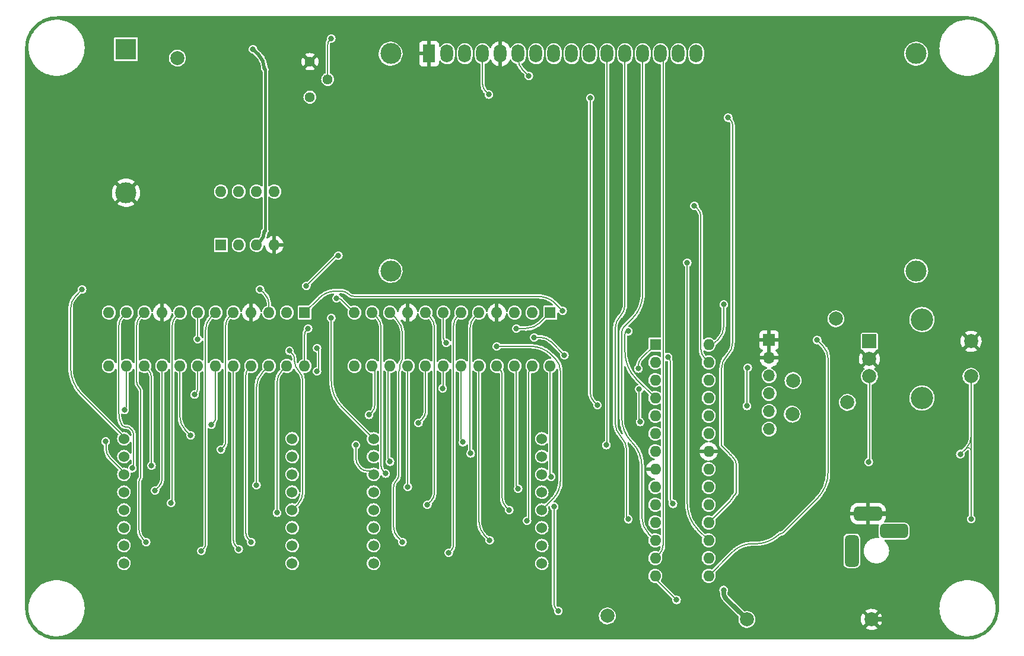
<source format=gbr>
%TF.GenerationSoftware,KiCad,Pcbnew,(6.0.5)*%
%TF.CreationDate,2022-07-19T23:07:51-04:00*%
%TF.ProjectId,Clock,436c6f63-6b2e-46b6-9963-61645f706362,rev?*%
%TF.SameCoordinates,PX4c4b400PY8a48640*%
%TF.FileFunction,Copper,L2,Bot*%
%TF.FilePolarity,Positive*%
%FSLAX46Y46*%
G04 Gerber Fmt 4.6, Leading zero omitted, Abs format (unit mm)*
G04 Created by KiCad (PCBNEW (6.0.5)) date 2022-07-19 23:07:51*
%MOMM*%
%LPD*%
G01*
G04 APERTURE LIST*
G04 Aperture macros list*
%AMRoundRect*
0 Rectangle with rounded corners*
0 $1 Rounding radius*
0 $2 $3 $4 $5 $6 $7 $8 $9 X,Y pos of 4 corners*
0 Add a 4 corners polygon primitive as box body*
4,1,4,$2,$3,$4,$5,$6,$7,$8,$9,$2,$3,0*
0 Add four circle primitives for the rounded corners*
1,1,$1+$1,$2,$3*
1,1,$1+$1,$4,$5*
1,1,$1+$1,$6,$7*
1,1,$1+$1,$8,$9*
0 Add four rect primitives between the rounded corners*
20,1,$1+$1,$2,$3,$4,$5,0*
20,1,$1+$1,$4,$5,$6,$7,0*
20,1,$1+$1,$6,$7,$8,$9,0*
20,1,$1+$1,$8,$9,$2,$3,0*%
G04 Aperture macros list end*
%TA.AperFunction,ComponentPad*%
%ADD10O,1.600000X1.600000*%
%TD*%
%TA.AperFunction,ComponentPad*%
%ADD11R,1.600000X1.600000*%
%TD*%
%TA.AperFunction,ComponentPad*%
%ADD12C,3.200000*%
%TD*%
%TA.AperFunction,ComponentPad*%
%ADD13R,2.000000X2.000000*%
%TD*%
%TA.AperFunction,ComponentPad*%
%ADD14C,2.000000*%
%TD*%
%TA.AperFunction,ComponentPad*%
%ADD15C,1.524000*%
%TD*%
%TA.AperFunction,ComponentPad*%
%ADD16C,3.000000*%
%TD*%
%TA.AperFunction,ComponentPad*%
%ADD17R,1.800000X2.600000*%
%TD*%
%TA.AperFunction,ComponentPad*%
%ADD18O,1.800000X2.600000*%
%TD*%
%TA.AperFunction,ComponentPad*%
%ADD19C,1.440000*%
%TD*%
%TA.AperFunction,ComponentPad*%
%ADD20RoundRect,0.500000X-0.500000X1.750000X-0.500000X-1.750000X0.500000X-1.750000X0.500000X1.750000X0*%
%TD*%
%TA.AperFunction,ComponentPad*%
%ADD21RoundRect,0.500000X-1.500000X-0.500000X1.500000X-0.500000X1.500000X0.500000X-1.500000X0.500000X0*%
%TD*%
%TA.AperFunction,ComponentPad*%
%ADD22R,3.000000X3.000000*%
%TD*%
%TA.AperFunction,ComponentPad*%
%ADD23R,1.700000X1.700000*%
%TD*%
%TA.AperFunction,ComponentPad*%
%ADD24O,1.700000X1.700000*%
%TD*%
%TA.AperFunction,ViaPad*%
%ADD25C,0.812800*%
%TD*%
%TA.AperFunction,Conductor*%
%ADD26C,0.203200*%
%TD*%
%TA.AperFunction,Conductor*%
%ADD27C,0.635000*%
%TD*%
%TA.AperFunction,Conductor*%
%ADD28C,0.508000*%
%TD*%
%TA.AperFunction,Conductor*%
%ADD29C,0.381000*%
%TD*%
G04 APERTURE END LIST*
D10*
%TO.P,U6,24,DOUT*%
%TO.N,D1OD2I*%
X40396000Y39590000D03*
%TO.P,U6,23,SEG_D*%
%TO.N,Net-(D2-Pad6)*%
X37856000Y39590000D03*
%TO.P,U6,22,SEG_DP*%
%TO.N,Net-(D2-Pad13)*%
X35316000Y39590000D03*
%TO.P,U6,21,SEG_E*%
%TO.N,Net-(D2-Pad11)*%
X32776000Y39590000D03*
%TO.P,U6,20,SEG_C*%
%TO.N,Net-(D2-Pad10)*%
X30236000Y39590000D03*
%TO.P,U6,19,V+*%
%TO.N,VCC*%
X27696000Y39590000D03*
%TO.P,U6,18,ISET*%
%TO.N,Net-(R9-Pad2)*%
X25156000Y39590000D03*
%TO.P,U6,17,SEG_G*%
%TO.N,Net-(D2-Pad16)*%
X22616000Y39590000D03*
%TO.P,U6,16,SEG_B*%
%TO.N,Net-(D2-Pad4)*%
X20076000Y39590000D03*
%TO.P,U6,15,SEG_F*%
%TO.N,Net-(D2-Pad15)*%
X17536000Y39590000D03*
%TO.P,U6,14,SEG_A*%
%TO.N,Net-(D2-Pad3)*%
X14996000Y39590000D03*
%TO.P,U6,13,CLK*%
%TO.N,SCK*%
X12456000Y39590000D03*
%TO.P,U6,12,LOAD*%
%TO.N,DATA MAX*%
X12456000Y47210000D03*
%TO.P,U6,11,DIG_1*%
%TO.N,Net-(D2-Pad14)*%
X14996000Y47210000D03*
%TO.P,U6,10,DIG_5*%
%TO.N,Net-(D2-Pad7)*%
X17536000Y47210000D03*
%TO.P,U6,9,GND*%
%TO.N,GND*%
X20076000Y47210000D03*
%TO.P,U6,8,DIG_7*%
%TO.N,Net-(D2-Pad5)*%
X22616000Y47210000D03*
%TO.P,U6,7,DIG_3*%
%TO.N,Net-(D2-Pad12)*%
X25156000Y47210000D03*
%TO.P,U6,6,DIG_2*%
%TO.N,Net-(D2-Pad8)*%
X27696000Y47210000D03*
%TO.P,U6,5,DIG_6*%
%TO.N,Net-(D2-Pad2)*%
X30236000Y47210000D03*
%TO.P,U6,4,GND*%
%TO.N,GND*%
X32776000Y47210000D03*
%TO.P,U6,3,DIG_4*%
%TO.N,Net-(D2-Pad1)*%
X35316000Y47210000D03*
%TO.P,U6,2,DIG_0*%
%TO.N,Net-(D2-Pad9)*%
X37856000Y47210000D03*
D11*
%TO.P,U6,1,DIN*%
%TO.N,LOAD MAX*%
X40396000Y47210000D03*
%TD*%
%TO.P,U5,1,DIN*%
%TO.N,D1OD2I*%
X75453000Y47200000D03*
D10*
%TO.P,U5,2,DIG_0*%
%TO.N,Net-(D1-Pad9)*%
X72913000Y47200000D03*
%TO.P,U5,3,DIG_4*%
%TO.N,Net-(D1-Pad1)*%
X70373000Y47200000D03*
%TO.P,U5,4,GND*%
%TO.N,GND*%
X67833000Y47200000D03*
%TO.P,U5,5,DIG_6*%
%TO.N,Net-(D1-Pad2)*%
X65293000Y47200000D03*
%TO.P,U5,6,DIG_2*%
%TO.N,Net-(D1-Pad8)*%
X62753000Y47200000D03*
%TO.P,U5,7,DIG_3*%
%TO.N,Net-(D1-Pad12)*%
X60213000Y47200000D03*
%TO.P,U5,8,DIG_7*%
%TO.N,Net-(D1-Pad5)*%
X57673000Y47200000D03*
%TO.P,U5,9,GND*%
%TO.N,GND*%
X55133000Y47200000D03*
%TO.P,U5,10,DIG_5*%
%TO.N,Net-(D1-Pad7)*%
X52593000Y47200000D03*
%TO.P,U5,11,DIG_1*%
%TO.N,Net-(D1-Pad14)*%
X50053000Y47200000D03*
%TO.P,U5,12,LOAD*%
%TO.N,DATA MAX*%
X47513000Y47200000D03*
%TO.P,U5,13,CLK*%
%TO.N,SCK*%
X47513000Y39580000D03*
%TO.P,U5,14,SEG_A*%
%TO.N,Net-(D1-Pad3)*%
X50053000Y39580000D03*
%TO.P,U5,15,SEG_F*%
%TO.N,Net-(D1-Pad15)*%
X52593000Y39580000D03*
%TO.P,U5,16,SEG_B*%
%TO.N,Net-(D1-Pad4)*%
X55133000Y39580000D03*
%TO.P,U5,17,SEG_G*%
%TO.N,Net-(D1-Pad16)*%
X57673000Y39580000D03*
%TO.P,U5,18,ISET*%
%TO.N,Net-(R7-Pad2)*%
X60213000Y39580000D03*
%TO.P,U5,19,V+*%
%TO.N,VCC*%
X62753000Y39580000D03*
%TO.P,U5,20,SEG_C*%
%TO.N,Net-(D1-Pad10)*%
X65293000Y39580000D03*
%TO.P,U5,21,SEG_E*%
%TO.N,Net-(D1-Pad11)*%
X67833000Y39580000D03*
%TO.P,U5,22,SEG_DP*%
%TO.N,Net-(D1-Pad13)*%
X70373000Y39580000D03*
%TO.P,U5,23,SEG_D*%
%TO.N,Net-(D1-Pad6)*%
X72913000Y39580000D03*
%TO.P,U5,24,DOUT*%
%TO.N,Net-(DO_TP1-Pad1)*%
X75453000Y39580000D03*
%TD*%
D12*
%TO.P,SW1,*%
%TO.N,*%
X128500000Y46200000D03*
X128500000Y35000000D03*
D13*
%TO.P,SW1,A,A*%
%TO.N,ROT ENC A OUT*%
X121000000Y43100000D03*
D14*
%TO.P,SW1,B,B*%
%TO.N,ROT ENC B OUT*%
X121000000Y38100000D03*
%TO.P,SW1,C,C*%
%TO.N,GND*%
X121000000Y40600000D03*
%TO.P,SW1,S1,S1*%
%TO.N,ROT ENC SWITCH*%
X135500000Y38100000D03*
%TO.P,SW1,S2,S2*%
%TO.N,GND*%
X135500000Y43100000D03*
%TD*%
D15*
%TO.P,D2,16,C8*%
%TO.N,Net-(D2-Pad16)*%
X38618000Y29176000D03*
%TO.P,D2,15,C7*%
%TO.N,Net-(D2-Pad15)*%
X38618000Y26636000D03*
%TO.P,D2,14,R2*%
%TO.N,Net-(D2-Pad14)*%
X38618000Y24096000D03*
%TO.P,D2,13,C1*%
%TO.N,Net-(D2-Pad13)*%
X38618000Y21556000D03*
%TO.P,D2,12,R4*%
%TO.N,Net-(D2-Pad12)*%
X38618000Y19016000D03*
%TO.P,D2,11,C6*%
%TO.N,Net-(D2-Pad11)*%
X38618000Y16476000D03*
%TO.P,D2,10,C4*%
%TO.N,Net-(D2-Pad10)*%
X38618000Y13936000D03*
%TO.P,D2,9,R1*%
%TO.N,Net-(D2-Pad9)*%
X38618000Y11396000D03*
%TO.P,D2,8,R3*%
%TO.N,Net-(D2-Pad8)*%
X14618000Y11396000D03*
%TO.P,D2,7,R6*%
%TO.N,Net-(D2-Pad7)*%
X14618000Y13936000D03*
%TO.P,D2,6,C5*%
%TO.N,Net-(D2-Pad6)*%
X14618000Y16476000D03*
%TO.P,D2,5,R8*%
%TO.N,Net-(D2-Pad5)*%
X14618000Y19016000D03*
%TO.P,D2,4,C3*%
%TO.N,Net-(D2-Pad4)*%
X14618000Y21556000D03*
%TO.P,D2,3,C2*%
%TO.N,Net-(D2-Pad3)*%
X14618000Y24096000D03*
%TO.P,D2,2,R7*%
%TO.N,Net-(D2-Pad2)*%
X14618000Y26636000D03*
%TO.P,D2,1,R5*%
%TO.N,Net-(D2-Pad1)*%
X14618000Y29176000D03*
%TD*%
D14*
%TO.P,A_TP1,1,1*%
%TO.N,ROT ENC A OUT*%
X116215000Y46321000D03*
%TD*%
%TO.P,DO_TP1,1,1*%
%TO.N,Net-(DO_TP1-Pad1)*%
X83600000Y3900000D03*
%TD*%
%TO.P,TX_TP1,1,1*%
%TO.N,TXD*%
X110100000Y37500000D03*
%TD*%
%TO.P,VCC_TP1,1,1*%
%TO.N,VCC*%
X103515000Y3395000D03*
%TD*%
%TO.P,RX_TP1,1,1*%
%TO.N,RXD*%
X110000000Y32700000D03*
%TD*%
%TO.P,B_TP1,1,1*%
%TO.N,ROT ENC B OUT*%
X117866000Y34383000D03*
%TD*%
D16*
%TO.P,DS1,*%
%TO.N,*%
X127680000Y84157500D03*
X52680900Y53156800D03*
X52680900Y84157500D03*
X127679480Y53156800D03*
D17*
%TO.P,DS1,1,VSS*%
%TO.N,GND*%
X58180000Y84157500D03*
D18*
%TO.P,DS1,2,VDD*%
%TO.N,VCC*%
X60720000Y84157500D03*
%TO.P,DS1,3,VO*%
%TO.N,Net-(DS1-Pad3)*%
X63260000Y84157500D03*
%TO.P,DS1,4,RS*%
%TO.N,LCD RS*%
X65800000Y84157500D03*
%TO.P,DS1,5,R/W*%
%TO.N,GND*%
X68340000Y84157500D03*
%TO.P,DS1,6,E*%
%TO.N,LCD E*%
X70880000Y84157500D03*
%TO.P,DS1,7,D0*%
%TO.N,unconnected-(DS1-Pad7)*%
X73420000Y84157500D03*
%TO.P,DS1,8,D1*%
%TO.N,unconnected-(DS1-Pad8)*%
X75960000Y84157500D03*
%TO.P,DS1,9,D2*%
%TO.N,unconnected-(DS1-Pad9)*%
X78500000Y84157500D03*
%TO.P,DS1,10,D3*%
%TO.N,unconnected-(DS1-Pad10)*%
X81040000Y84157500D03*
%TO.P,DS1,11,D4*%
%TO.N,LCD D4*%
X83580000Y84157500D03*
%TO.P,DS1,12,D5*%
%TO.N,LCD D5*%
X86120000Y84157500D03*
%TO.P,DS1,13,D6*%
%TO.N,LCD D6*%
X88660000Y84157500D03*
%TO.P,DS1,14,D7*%
%TO.N,LCD D7*%
X91200000Y84157500D03*
%TO.P,DS1,15,LED(+)*%
%TO.N,VCC*%
X93740000Y84157500D03*
%TO.P,DS1,16,LED(-)*%
%TO.N,Net-(DS1-Pad16)*%
X96280000Y84157500D03*
%TD*%
D11*
%TO.P,U4,1,X1*%
%TO.N,Net-(U4-Pad1)*%
X28458000Y56862000D03*
D10*
%TO.P,U4,2,X2*%
%TO.N,Net-(U4-Pad2)*%
X30998000Y56862000D03*
%TO.P,U4,3,VBAT*%
%TO.N,VBAT*%
X33538000Y56862000D03*
%TO.P,U4,4,GND*%
%TO.N,GND*%
X36078000Y56862000D03*
%TO.P,U4,5,SDA*%
%TO.N,A4 SDA*%
X36078000Y64482000D03*
%TO.P,U4,6,SCL*%
%TO.N,A5 SCK*%
X33538000Y64482000D03*
%TO.P,U4,7,SQW/OUT*%
%TO.N,unconnected-(U4-Pad7)*%
X30998000Y64482000D03*
%TO.P,U4,8,VCC*%
%TO.N,VCC*%
X28458000Y64482000D03*
%TD*%
D19*
%TO.P,RV1,1,1*%
%TO.N,VCC*%
X41158000Y77944000D03*
%TO.P,RV1,2,2*%
%TO.N,Net-(DS1-Pad3)*%
X43698000Y80484000D03*
%TO.P,RV1,3,3*%
%TO.N,GND*%
X41158000Y83024000D03*
%TD*%
D14*
%TO.P,VBAT_TP1,1,1*%
%TO.N,VBAT*%
X22235000Y83532000D03*
%TD*%
%TO.P,TP_GND1,1,1*%
%TO.N,GND*%
X121300000Y3400000D03*
%TD*%
D11*
%TO.P,U2,1,~{RESET}/PC6*%
%TO.N,~{RST}*%
X90444000Y42628000D03*
D10*
%TO.P,U2,2,PD0*%
%TO.N,RXD*%
X90444000Y40088000D03*
%TO.P,U2,3,PD1*%
%TO.N,TXD*%
X90444000Y37548000D03*
%TO.P,U2,4,PD2*%
%TO.N,LOAD MAX*%
X90444000Y35008000D03*
%TO.P,U2,5,PD3*%
%TO.N,LCD RS*%
X90444000Y32468000D03*
%TO.P,U2,6,PD4*%
%TO.N,LCD D4*%
X90444000Y29928000D03*
%TO.P,U2,7,VCC*%
%TO.N,VCC*%
X90444000Y27388000D03*
%TO.P,U2,8,GND*%
%TO.N,GND*%
X90444000Y24848000D03*
%TO.P,U2,9,XTAL1/PB6*%
%TO.N,Net-(C5-Pad1)*%
X90444000Y22308000D03*
%TO.P,U2,10,XTAL2/PB7*%
%TO.N,Net-(C6-Pad1)*%
X90444000Y19768000D03*
%TO.P,U2,11,PD5*%
%TO.N,LCD D5*%
X90444000Y17228000D03*
%TO.P,U2,12,PD6*%
%TO.N,LCD D6*%
X90444000Y14688000D03*
%TO.P,U2,13,PD7*%
%TO.N,LCD D7*%
X90444000Y12148000D03*
%TO.P,U2,14,PB0*%
%TO.N,ROT ENC SWITCH*%
X90444000Y9608000D03*
%TO.P,U2,15,PB1*%
%TO.N,ROT ENC A OUT*%
X98064000Y9608000D03*
%TO.P,U2,16,PB2*%
%TO.N,ROT ENC B OUT*%
X98064000Y12148000D03*
%TO.P,U2,17,PB3*%
%TO.N,DATA MAX*%
X98064000Y14688000D03*
%TO.P,U2,18,PB4*%
%TO.N,LCD E*%
X98064000Y17228000D03*
%TO.P,U2,19,PB5*%
%TO.N,SCK*%
X98064000Y19768000D03*
%TO.P,U2,20,AVCC*%
%TO.N,VCC*%
X98064000Y22308000D03*
%TO.P,U2,21,AREF*%
%TO.N,Net-(C1-Pad1)*%
X98064000Y24848000D03*
%TO.P,U2,22,GND*%
%TO.N,GND*%
X98064000Y27388000D03*
%TO.P,U2,23,PC0*%
%TO.N,unconnected-(U2-Pad23)*%
X98064000Y29928000D03*
%TO.P,U2,24,PC1*%
%TO.N,unconnected-(U2-Pad24)*%
X98064000Y32468000D03*
%TO.P,U2,25,PC2*%
%TO.N,unconnected-(U2-Pad25)*%
X98064000Y35008000D03*
%TO.P,U2,26,PC3*%
%TO.N,unconnected-(U2-Pad26)*%
X98064000Y37548000D03*
%TO.P,U2,27,PC4*%
%TO.N,A4 SDA*%
X98064000Y40088000D03*
%TO.P,U2,28,PC5*%
%TO.N,A5 SCK*%
X98064000Y42628000D03*
%TD*%
D15*
%TO.P,D1,1,R5*%
%TO.N,Net-(D1-Pad1)*%
X50240000Y29176000D03*
%TO.P,D1,2,R7*%
%TO.N,Net-(D1-Pad2)*%
X50240000Y26636000D03*
%TO.P,D1,3,C2*%
%TO.N,Net-(D1-Pad3)*%
X50240000Y24096000D03*
%TO.P,D1,4,C3*%
%TO.N,Net-(D1-Pad4)*%
X50240000Y21556000D03*
%TO.P,D1,5,R8*%
%TO.N,Net-(D1-Pad5)*%
X50240000Y19016000D03*
%TO.P,D1,6,C5*%
%TO.N,Net-(D1-Pad6)*%
X50240000Y16476000D03*
%TO.P,D1,7,R6*%
%TO.N,Net-(D1-Pad7)*%
X50240000Y13936000D03*
%TO.P,D1,8,R3*%
%TO.N,Net-(D1-Pad8)*%
X50240000Y11396000D03*
%TO.P,D1,9,R1*%
%TO.N,Net-(D1-Pad9)*%
X74240000Y11396000D03*
%TO.P,D1,10,C4*%
%TO.N,Net-(D1-Pad10)*%
X74240000Y13936000D03*
%TO.P,D1,11,C6*%
%TO.N,Net-(D1-Pad11)*%
X74240000Y16476000D03*
%TO.P,D1,12,R4*%
%TO.N,Net-(D1-Pad12)*%
X74240000Y19016000D03*
%TO.P,D1,13,C1*%
%TO.N,Net-(D1-Pad13)*%
X74240000Y21556000D03*
%TO.P,D1,14,R2*%
%TO.N,Net-(D1-Pad14)*%
X74240000Y24096000D03*
%TO.P,D1,15,C7*%
%TO.N,Net-(D1-Pad15)*%
X74240000Y26636000D03*
%TO.P,D1,16,C8*%
%TO.N,Net-(D1-Pad16)*%
X74240000Y29176000D03*
%TD*%
D20*
%TO.P,J1,1,POLE*%
%TO.N,Net-(C2-Pad1)*%
X118500000Y13200000D03*
D21*
%TO.P,J1,2,OUT*%
%TO.N,GND*%
X120800000Y18500000D03*
%TO.P,J1,3,OUT*%
%TO.N,unconnected-(J1-Pad3)*%
X124500000Y16000000D03*
%TD*%
D22*
%TO.P,BT1,1,+*%
%TO.N,VBAT*%
X14900000Y84800000D03*
D16*
%TO.P,BT1,2,-*%
%TO.N,GND*%
X14900000Y64310000D03*
%TD*%
D23*
%TO.P,J2,1,Pin_1*%
%TO.N,GND*%
X106690000Y43273000D03*
D24*
%TO.P,J2,2,Pin_2*%
X106690000Y40733000D03*
%TO.P,J2,3,Pin_3*%
%TO.N,unconnected-(J2-Pad3)*%
X106690000Y38193000D03*
%TO.P,J2,4,Pin_4*%
%TO.N,TXD*%
X106690000Y35653000D03*
%TO.P,J2,5,Pin_5*%
%TO.N,RXD*%
X106690000Y33113000D03*
%TO.P,J2,6,Pin_6*%
%TO.N,~{RESET BTN}*%
X106690000Y30573000D03*
%TD*%
D25*
%TO.N,GND*%
X9200000Y44100000D03*
X133900000Y70900000D03*
%TO.N,Net-(R9-Pad2)*%
X24700000Y35500000D03*
%TO.N,Net-(D2-Pad3)*%
X14700000Y33300000D03*
X12000000Y28800000D03*
%TO.N,GND*%
X8800000Y23200000D03*
X7400000Y18000000D03*
X128500000Y24200000D03*
%TO.N,ROT ENC SWITCH*%
X133975000Y27000000D03*
%TO.N,GND*%
X112500000Y21300000D03*
X100300000Y20900000D03*
%TO.N,VCC*%
X63000000Y28700000D03*
%TO.N,Net-(R7-Pad2)*%
X60100000Y36400000D03*
%TO.N,Net-(D1-Pad3)*%
X49600000Y32600000D03*
X47700000Y28300000D03*
%TO.N,GND*%
X44800000Y17900000D03*
X44700000Y23500000D03*
X46800000Y52700000D03*
%TO.N,LCD D5*%
X86600000Y17700000D03*
%TO.N,LCD D4*%
X83449000Y28287000D03*
%TO.N,LCD E*%
X100848000Y75023000D03*
X72400000Y80992000D03*
%TO.N,GND*%
X81290000Y31843000D03*
X113600000Y6600000D03*
X95895000Y3903000D03*
X82052000Y8983000D03*
X103000000Y6500000D03*
%TO.N,LCD RS*%
X66685000Y78325000D03*
X82179000Y34002000D03*
X81163000Y77817000D03*
%TO.N,VCC*%
X100200000Y7600000D03*
X27100000Y31200000D03*
%TO.N,ROT ENC SWITCH*%
X93482000Y6189000D03*
X135519000Y17746000D03*
%TO.N,DATA MAX*%
X95006000Y54322000D03*
X45222000Y55338000D03*
X44968000Y49242000D03*
X40650000Y51020000D03*
%TO.N,~{RST}*%
X88021000Y39209000D03*
X88275000Y31589000D03*
X88148000Y36288000D03*
%TO.N,RXD*%
X103515000Y33875000D03*
X103642000Y39336000D03*
%TO.N,Net-(D2-Pad1)*%
X8646000Y50512000D03*
X34046000Y50512000D03*
%TO.N,Net-(D2-Pad2)*%
X28458000Y27652000D03*
%TO.N,Net-(D2-Pad4)*%
X19060000Y21810000D03*
%TO.N,Net-(D2-Pad5)*%
X21346000Y20032000D03*
%TO.N,Net-(D2-Pad6)*%
X36459000Y18635000D03*
%TO.N,Net-(D2-Pad7)*%
X17790000Y14444000D03*
%TO.N,Net-(D2-Pad8)*%
X25664000Y13174000D03*
%TO.N,Net-(D2-Pad9)*%
X42174000Y42130000D03*
X42174000Y38828000D03*
%TO.N,Net-(D2-Pad10)*%
X30998000Y13428000D03*
%TO.N,Net-(D2-Pad11)*%
X32776000Y14444000D03*
%TO.N,Net-(D2-Pad12)*%
X25156000Y43400000D03*
X38237000Y41749000D03*
%TO.N,Net-(D2-Pad13)*%
X33538000Y22572000D03*
%TO.N,Net-(D2-Pad14)*%
X15809300Y24985966D03*
%TO.N,Net-(D2-Pad15)*%
X18552000Y25366000D03*
%TO.N,Net-(D2-Pad16)*%
X24140000Y29684000D03*
%TO.N,A4 SDA*%
X96022000Y62450000D03*
%TO.N,A5 SCK*%
X100213000Y48353000D03*
%TO.N,VBAT*%
X33030000Y84802000D03*
%TO.N,ROT ENC A OUT*%
X113548000Y43273000D03*
%TO.N,ROT ENC B OUT*%
X120914000Y25874000D03*
%TO.N,LOAD MAX*%
X86600000Y44543000D03*
X77226000Y47464000D03*
%TO.N,SCK*%
X92974000Y19905000D03*
X77480000Y41114000D03*
X73162000Y43654000D03*
X92259011Y40860000D03*
%TO.N,D1OD2I*%
X40904000Y44924000D03*
X70622000Y44924000D03*
%TO.N,Net-(D1-Pad1)*%
X44206000Y46448000D03*
%TO.N,Net-(D1-Pad2)*%
X64100000Y27100000D03*
%TO.N,Net-(D1-Pad4)*%
X55128000Y22318000D03*
%TO.N,Net-(D1-Pad5)*%
X57922000Y19778000D03*
%TO.N,Net-(D1-Pad6)*%
X72146000Y17492000D03*
%TO.N,Net-(D1-Pad7)*%
X54366000Y14444000D03*
%TO.N,Net-(D1-Pad8)*%
X60970000Y12920000D03*
%TO.N,Net-(D1-Pad10)*%
X66812000Y14698000D03*
%TO.N,Net-(D1-Pad11)*%
X69606000Y19016000D03*
%TO.N,Net-(D1-Pad12)*%
X67828000Y42384000D03*
X60589000Y42892000D03*
%TO.N,Net-(D1-Pad13)*%
X70876000Y22064000D03*
%TO.N,Net-(D1-Pad14)*%
X51953000Y24223000D03*
%TO.N,Net-(D1-Pad15)*%
X52588000Y25925300D03*
%TO.N,Net-(D1-Pad16)*%
X56652000Y31462000D03*
%TO.N,Net-(DO_TP1-Pad1)*%
X76007300Y19500000D03*
X76600000Y4600000D03*
X75574766Y23782436D03*
%TO.N,Net-(DS1-Pad3)*%
X44206000Y86326000D03*
%TD*%
D26*
%TO.N,Net-(D1-Pad3)*%
X48235427Y25164573D02*
X48439928Y24960072D01*
X49238853Y24629115D02*
G75*
G02*
X48439929Y24960073I47J1129885D01*
G01*
X47700000Y28300000D02*
X47700000Y26457209D01*
X48235415Y25164561D02*
G75*
G02*
X47700000Y26457209I1292685J1292639D01*
G01*
X49238853Y24629146D02*
X49706854Y24629146D01*
X49706854Y24629146D02*
X50240000Y24096000D01*
%TO.N,Net-(DO_TP1-Pad1)*%
X75513875Y23843311D02*
G75*
G02*
X75453000Y23990304I147025J146989D01*
G01*
%TO.N,Net-(R9-Pad2)*%
X24928033Y35727967D02*
G75*
G03*
X25156000Y36278441I-550533J550433D01*
G01*
%TO.N,Net-(D1-Pad12)*%
X74852199Y19628211D02*
G75*
G02*
X74852560Y19628572I32801J-32411D01*
G01*
X74852561Y19628571D02*
G75*
G02*
X74852922Y19628932I32739J-32371D01*
G01*
X74250673Y19026675D02*
G75*
G02*
X74251194Y19027196I68127J-67575D01*
G01*
X74880104Y19656110D02*
G75*
G02*
X74880158Y19656166I796J-710D01*
G01*
X74950256Y19726267D02*
G75*
G02*
X74950472Y19726481I11644J-11467D01*
G01*
X74247287Y19023292D02*
X74245204Y19021209D01*
X74549266Y19325277D02*
X74547183Y19323194D01*
X74957504Y19733516D02*
X74952887Y19728899D01*
X74401137Y19177150D02*
X74400617Y19176629D01*
X74317835Y19093842D02*
X74317315Y19093321D01*
X75443925Y20219938D02*
X75438872Y20214884D01*
X75203318Y19979330D02*
X75198416Y19974429D01*
X74240779Y19016782D02*
X74240260Y19016261D01*
X75749576Y20525585D02*
X75745433Y20521443D01*
X74884187Y19660198D02*
X74881518Y19657529D01*
X75213120Y19989132D02*
X75208219Y19984231D01*
X74297270Y19073276D02*
X74295188Y19071193D01*
X74255357Y19031363D02*
X74252754Y19028760D01*
X74475332Y19251344D02*
X74471167Y19247179D01*
X74804434Y19580445D02*
X74800359Y19576370D01*
X74395149Y19171161D02*
X74393067Y19169079D01*
X74257960Y19033967D02*
X74255357Y19031363D01*
X75637723Y20413733D02*
X75571440Y20347450D01*
X74986932Y19762944D02*
X74979575Y19755587D01*
X75757862Y20533871D02*
X75753719Y20529728D01*
X75027612Y19803623D02*
X75025303Y19801314D01*
X74888442Y19664453D02*
X74886495Y19662506D01*
X75824147Y20600153D02*
X75820004Y20596010D01*
X74895007Y19671016D02*
X74893058Y19669069D01*
X74567229Y19343240D02*
X74557337Y19333348D01*
X74827749Y19603760D02*
X74819238Y19595249D01*
X74407906Y19183917D02*
X74405303Y19181314D01*
X74469084Y19245096D02*
X74460753Y19236765D01*
X74547183Y19323194D02*
X74545100Y19321112D01*
X75083148Y19859160D02*
X75076874Y19852885D01*
X74878849Y19654860D02*
X74876290Y19652299D01*
X75019604Y19795615D02*
X75015133Y19791144D01*
X74399315Y19175327D02*
X74397232Y19173244D01*
X75022994Y19799005D02*
X75020685Y19796696D01*
X74334756Y19110765D02*
X74323302Y19099309D01*
X74282691Y19058697D02*
X74280608Y19056614D01*
X74356622Y19132633D02*
X74345168Y19121177D01*
X74835899Y19611910D02*
X74828110Y19604121D01*
X74269154Y19045161D02*
X74260824Y19036831D01*
X74978421Y19754433D02*
X74973372Y19749384D01*
X75265845Y20041856D02*
X75248680Y20024692D01*
X75124838Y19900849D02*
X75118849Y19894860D01*
X74965838Y19741851D02*
X74964899Y19740911D01*
X75037203Y19813215D02*
X75031578Y19807590D01*
X74288940Y19064945D02*
X74286857Y19062862D01*
X74880211Y19656222D02*
X74880157Y19656167D01*
X74317315Y19093321D02*
X74316794Y19092800D01*
X74286857Y19062862D02*
X74284774Y19060780D01*
X74551349Y19327360D02*
X74549266Y19325277D01*
X74896955Y19672964D02*
X74895007Y19671016D01*
X75233965Y20009978D02*
X75221702Y19997715D01*
X74378489Y19154501D02*
X74368077Y19144087D01*
X74541716Y19317728D02*
X74532865Y19308877D01*
X74435763Y19211775D02*
X74427432Y19203443D01*
X74311848Y19087854D02*
X74301435Y19077441D01*
X75571440Y20347450D02*
X75505156Y20281168D01*
X74746760Y19522772D02*
X74737762Y19513774D01*
X74363131Y19139141D02*
X74362610Y19138620D01*
X74843688Y19619701D02*
X74835899Y19611910D01*
X74868500Y19644511D02*
X74860710Y19636723D01*
X74249370Y19025375D02*
X74247287Y19023292D01*
X74384738Y19160749D02*
X74382653Y19158665D01*
X74853281Y19629294D02*
X74852921Y19628933D01*
X75070599Y19846610D02*
X75064324Y19840335D01*
X75814825Y20590833D02*
X75808610Y20584618D01*
X75438872Y20214884D02*
X75433819Y20209831D01*
X75208219Y19984231D02*
X75203318Y19979330D01*
X74921334Y19697344D02*
X74912461Y19688471D01*
X75195960Y19971973D02*
X75186147Y19962160D01*
X74386823Y19162834D02*
X74384738Y19160749D01*
X75753719Y20529728D02*
X75749576Y20525585D01*
X74242340Y19018345D02*
X74241821Y19017824D01*
X74295188Y19071193D02*
X74293105Y19069110D01*
X75054730Y19830742D02*
X75041170Y19817182D01*
X74886495Y19662506D02*
X74884548Y19660559D01*
X75178791Y19954802D02*
X75154264Y19930275D01*
X74808509Y19584520D02*
X74804434Y19580445D01*
X75130827Y19906838D02*
X75124838Y19900849D01*
X74460753Y19236765D02*
X74452421Y19228433D01*
X74397232Y19173244D02*
X74395149Y19171161D01*
X75682256Y20458267D02*
X75659472Y20435482D01*
X74660776Y19436789D02*
X74619035Y19395046D01*
X74245204Y19021209D02*
X74243122Y19019126D01*
X74794066Y19570077D02*
X74777405Y19553416D01*
X74732290Y19508300D02*
X74730343Y19506353D01*
X75765113Y20541121D02*
X75758898Y20534906D01*
X74962121Y19738133D02*
X74957504Y19733516D01*
X75283009Y20059021D02*
X75265845Y20041856D01*
X74722436Y19498447D02*
X74712464Y19488475D01*
X74479497Y19255509D02*
X74475332Y19251344D01*
X75835541Y20611544D02*
X75833469Y20609473D01*
X75724720Y20500730D02*
X75704007Y20480015D01*
X74950686Y19726698D02*
X74950471Y19726482D01*
X74444092Y19220104D02*
X74435763Y19211775D01*
X74947732Y19723743D02*
X74942899Y19718910D01*
X74942899Y19718910D02*
X74938066Y19714078D01*
X75487322Y20263334D02*
X75456707Y20232719D01*
X75370062Y20146074D02*
X75306305Y20082317D01*
X75741291Y20517300D02*
X75728864Y20504873D01*
X74400617Y19176629D02*
X74400096Y19176108D01*
X74772176Y19548187D02*
X74752233Y19528244D01*
X75118849Y19894860D02*
X75112860Y19888872D01*
X74277224Y19053231D02*
X74274621Y19050627D01*
X74858673Y19634686D02*
X74854958Y19630971D01*
X74876290Y19652299D02*
X74873729Y19649740D01*
X74427432Y19203443D02*
X74419101Y19195112D01*
X75786862Y20562869D02*
X75770291Y20546299D01*
X75416616Y20192629D02*
X75387265Y20163276D01*
X75011743Y19787754D02*
X75000492Y19776503D01*
X75076874Y19852885D02*
X75070599Y19846610D01*
X74605170Y19381181D02*
X74591157Y19367168D01*
X75828290Y20604295D02*
X75824147Y20600153D01*
X74850342Y19626354D02*
X74846267Y19622279D01*
X74972217Y19748229D02*
X74969478Y19745490D01*
X74702515Y19478526D02*
X74688604Y19464615D01*
X75029920Y19805932D02*
X75027612Y19803623D01*
X74553432Y19329443D02*
X74551349Y19327360D01*
X74527398Y19303410D02*
X74507613Y19283625D01*
X74730343Y19506353D02*
X74728396Y19504406D01*
X74250672Y19026676D02*
X74250151Y19026156D01*
X75433819Y20209831D02*
X75428766Y20204778D01*
X74393067Y19169079D02*
X74390986Y19166998D01*
X74591157Y19367168D02*
X74577144Y19353155D01*
X74362610Y19138620D02*
X74362089Y19138100D01*
X75025303Y19801314D02*
X75022994Y19799005D01*
X74279827Y19055832D02*
X74279307Y19055312D01*
X74241821Y19017824D02*
X74241301Y19017304D01*
X74969478Y19745490D02*
X74966739Y19742751D01*
X74405303Y19181314D02*
X74402700Y19178711D01*
X74819238Y19595249D02*
X74810727Y19586738D01*
X74419101Y19195112D02*
X74410770Y19186781D01*
X74734237Y19510248D02*
X74732290Y19508300D01*
X74502406Y19278418D02*
X74485745Y19261757D01*
X74911669Y19687678D02*
X74901210Y19677219D01*
X74279307Y19055312D02*
X74278786Y19054793D01*
X74873702Y19649712D02*
X74871087Y19647098D01*
X74964899Y19740911D02*
X74963960Y19739972D01*
X74930206Y19706217D02*
X74921334Y19697344D01*
X74284774Y19060780D02*
X74282691Y19058697D01*
X75218021Y19994033D02*
X75213120Y19989132D01*
X74452421Y19228433D02*
X74444092Y19220104D01*
X75704007Y20480015D02*
X75683292Y20459302D01*
X75832433Y20608437D02*
X75828290Y20604295D01*
X74274621Y19050627D02*
X74272018Y19048024D01*
X75803433Y20579440D02*
X75786862Y20562869D01*
X74728396Y19504406D02*
X74726449Y19502459D01*
X75820004Y20596010D02*
X75815861Y20591868D01*
X74994289Y19770301D02*
X74986932Y19762944D01*
X74688604Y19464615D02*
X74674692Y19450704D01*
%TO.N,Net-(D1-Pad3)*%
X49999996Y33000004D02*
G75*
G03*
X50400000Y33965686I-965696J965696D01*
G01*
%TO.N,Net-(D1-Pad2)*%
X64059005Y27141005D02*
G75*
G02*
X64018000Y27239983I98995J98995D01*
G01*
%TO.N,Net-(D2-Pad3)*%
X12052490Y28710447D02*
G75*
G03*
X12026229Y28773771I-89590J-47D01*
G01*
X14848001Y33447999D02*
G75*
G03*
X14996000Y33805304I-357301J357301D01*
G01*
X12678235Y26351739D02*
G75*
G02*
X12052459Y27862541I1510765J1510761D01*
G01*
%TO.N,Net-(R7-Pad2)*%
X60153990Y36454010D02*
G75*
G03*
X60208000Y36584368I-130390J130390D01*
G01*
%TO.N,VCC*%
X62874003Y28826003D02*
G75*
G02*
X62748000Y29130191I304197J304197D01*
G01*
X27398010Y31497990D02*
G75*
G03*
X27696000Y32217436I-719410J719410D01*
G01*
D27*
X100514667Y6395343D02*
G75*
G02*
X100200000Y7155000I759633J759657D01*
G01*
%TO.N,GND*%
X124046036Y3399991D02*
G75*
G03*
X127893792Y4993794I-36J5441609D01*
G01*
X129499996Y14911092D02*
G75*
G03*
X129225000Y15575000I-938896J8D01*
G01*
X124426167Y18499986D02*
G75*
G02*
X127625000Y17175000I33J-4523786D01*
G01*
X127906200Y5006215D02*
G75*
G03*
X129500000Y8853964I-3847800J3847785D01*
G01*
X129025000Y15775000D02*
X128875000Y15925000D01*
X128875000Y15925000D02*
X129025000Y15775000D01*
D26*
%TO.N,Net-(D2-Pad3)*%
X12678248Y26351752D02*
X14680000Y24350000D01*
X12026229Y28773771D02*
X12000000Y28800000D01*
X12052459Y28710447D02*
X12052459Y27862541D01*
%TO.N,Net-(DO_TP1-Pad1)*%
X75453000Y23990304D02*
X75453000Y39580000D01*
X75574766Y23782436D02*
X75513883Y23843319D01*
%TO.N,Net-(D1-Pad2)*%
X64655500Y46562500D02*
X65293000Y47200000D01*
X64018000Y45023439D02*
X64018000Y27239983D01*
X64059000Y27141000D02*
X64100000Y27100000D01*
X64655482Y46562518D02*
G75*
G03*
X64018000Y45023439I1539018J-1539018D01*
G01*
%TO.N,VCC*%
X62753000Y39403931D02*
X62753000Y37312536D01*
X62748000Y29130191D02*
X62748000Y37300465D01*
X63000000Y28700000D02*
X62874000Y28826000D01*
X62752985Y37312536D02*
G75*
G02*
X62750500Y37306500I-8485J-36D01*
G01*
X62748015Y37300465D02*
G75*
G02*
X62750500Y37306500I8485J35D01*
G01*
X62877509Y39704491D02*
G75*
G03*
X62753000Y39403931I300591J-300591D01*
G01*
%TO.N,Net-(D1-Pad3)*%
X50400000Y33965686D02*
X50400000Y39927000D01*
X50000000Y33000000D02*
X49600000Y32600000D01*
%TO.N,Net-(R9-Pad2)*%
X24928000Y35728000D02*
X24700000Y35500000D01*
X25156000Y36278441D02*
X25156000Y39500198D01*
%TO.N,VCC*%
X27696000Y32217436D02*
X27696000Y39590000D01*
X27100000Y31200000D02*
X27398000Y31498000D01*
%TO.N,Net-(D2-Pad3)*%
X14996000Y33805304D02*
X14996000Y39590000D01*
X14700000Y33300000D02*
X14848000Y33448000D01*
%TO.N,Net-(R7-Pad2)*%
X60100000Y36400000D02*
X60154000Y36454000D01*
X60208000Y36584368D02*
X60208000Y39571465D01*
X60208015Y39571465D02*
G75*
G02*
X60210500Y39577500I8485J35D01*
G01*
X60210500Y39577500D02*
X60213000Y39580000D01*
%TO.N,LCD D7*%
X91548311Y14033177D02*
X91548311Y83562896D01*
X90996155Y12700156D02*
X90444000Y12148000D01*
X91374155Y83983345D02*
X91200000Y84157500D01*
X91548306Y83562896D02*
G75*
G03*
X91374155Y83983345I-594606J4D01*
G01*
X90996151Y12700160D02*
G75*
G03*
X91548311Y14033177I-1333051J1333040D01*
G01*
%TO.N,LCD D6*%
X89486500Y15645500D02*
X90444000Y14688000D01*
X87159644Y46337743D02*
X85903357Y45081452D01*
X88660000Y49959922D02*
X88660000Y84157500D01*
X85659289Y32169904D02*
X85659289Y44492218D01*
X88529000Y17957110D02*
X88529000Y25241808D01*
X87094141Y28705853D02*
G75*
G02*
X85659289Y32169904I3464059J3464047D01*
G01*
X85903365Y45081444D02*
G75*
G03*
X85659289Y44492218I589235J-589244D01*
G01*
X88529004Y17957110D02*
G75*
G03*
X89486500Y15645500I3269096J-10D01*
G01*
X87159648Y46337739D02*
G75*
G03*
X88660000Y49959922I-3622148J3622161D01*
G01*
X87094139Y28705851D02*
G75*
G02*
X88529000Y25241808I-3464039J-3464051D01*
G01*
%TO.N,LCD D5*%
X86118000Y84155500D02*
X86120000Y84157500D01*
X86485000Y17815000D02*
X86600000Y17700000D01*
X84719000Y44952172D02*
X84719000Y31486434D01*
X86370000Y18092635D02*
X86370000Y27500567D01*
X86116000Y48324829D02*
X86116000Y84150672D01*
X85417508Y46638492D02*
G75*
G03*
X86116000Y48324829I-1686308J1686308D01*
G01*
X85417492Y46638508D02*
G75*
G03*
X84719000Y44952172I1686308J-1686308D01*
G01*
X86116012Y84150672D02*
G75*
G02*
X86118000Y84155500I6788J28D01*
G01*
X86484990Y17814990D02*
G75*
G02*
X86370000Y18092635I277610J277610D01*
G01*
X86369986Y27500567D02*
G75*
G03*
X85544500Y29493500I-2818386J33D01*
G01*
X84719014Y31486434D02*
G75*
G03*
X85544500Y29493500I2818386J-34D01*
G01*
%TO.N,LCD D4*%
X83449000Y28287000D02*
X83514500Y28352500D01*
X83580000Y28510631D02*
X83580000Y84157500D01*
X83579987Y28510631D02*
G75*
G02*
X83514500Y28352500I-223587J-31D01*
G01*
%TO.N,LCD E*%
X101601222Y26437546D02*
X101202444Y26836324D01*
X101196490Y20360492D02*
X98064000Y17228000D01*
X70880000Y83334750D02*
X70880000Y84157500D01*
X101572864Y20972865D02*
X101798587Y21198588D01*
X101563571Y20950428D02*
X101563571Y20937284D01*
X102000000Y25474811D02*
X102000000Y21587845D01*
X99883289Y39145123D02*
X99883289Y28256753D01*
X102014433Y21578427D02*
X102009417Y21578427D01*
X71461772Y81930228D02*
X72400000Y80992000D01*
X102021947Y21575315D02*
X102025060Y21572202D01*
X101483000Y73938988D02*
X101483000Y43007167D01*
X101165500Y74705500D02*
X100848000Y75023000D01*
X99898168Y28220832D02*
X100811739Y27307261D01*
X101801412Y21205407D02*
X102030033Y21434027D01*
X101564407Y20921847D02*
X101564407Y20879286D01*
X101483016Y43007167D02*
G75*
G02*
X100683144Y41076145I-2730916J33D01*
G01*
X100811741Y27307263D02*
G75*
G02*
X101202444Y26836324I-2555041J-2517263D01*
G01*
X71461746Y81930202D02*
G75*
G02*
X70880000Y83334750I1404554J1404498D01*
G01*
X99883260Y28256753D02*
G75*
G03*
X99898169Y28220833I50840J47D01*
G01*
X101601214Y26437538D02*
G75*
G02*
X102000000Y25474811I-962714J-962738D01*
G01*
X101564403Y20879288D02*
G75*
G02*
X101196490Y20360492I-1681503J802612D01*
G01*
X101799996Y21201997D02*
G75*
G02*
X101801413Y21205406I4804J3D01*
G01*
X101563570Y20937284D02*
G75*
G02*
X101564406Y20921847I-2916970J-165684D01*
G01*
X99883283Y39145123D02*
G75*
G02*
X100683145Y41076144I2730917J-23D01*
G01*
X101798582Y21198593D02*
G75*
G03*
X101800000Y21201997I-3382J3407D01*
G01*
X101482994Y73938988D02*
G75*
G03*
X101165500Y74705500I-1083994J12D01*
G01*
X102014433Y21578450D02*
G75*
G02*
X102021947Y21575315I-33J-10650D01*
G01*
X102009417Y21578400D02*
G75*
G02*
X102000000Y21587845I-17J9400D01*
G01*
X101563551Y20950428D02*
G75*
G02*
X101572865Y20972864I31749J-28D01*
G01*
X102030020Y21434032D02*
G75*
G03*
X102025060Y21572202I-161720J63368D01*
G01*
D27*
%TO.N,GND*%
X127893792Y4993794D02*
X127906207Y5006208D01*
X129225000Y15575000D02*
X129025000Y15775000D01*
X124426167Y18500000D02*
X120800000Y18500000D01*
X129500000Y14911092D02*
X129500000Y8853964D01*
X127625000Y17175000D02*
X128875000Y15925000D01*
X124046036Y3400000D02*
X121300000Y3400000D01*
D26*
%TO.N,LCD RS*%
X81671000Y34510000D02*
X82179000Y34002000D01*
X66242500Y78767500D02*
X66685000Y78325000D01*
X81163000Y35736421D02*
X81163000Y77817000D01*
X65800000Y79835790D02*
X65800000Y84157500D01*
X66242503Y78767503D02*
G75*
G02*
X65800000Y79835790I1068297J1068297D01*
G01*
X81163009Y35736421D02*
G75*
G03*
X81671000Y34510000I1734391J-21D01*
G01*
D27*
%TO.N,VCC*%
X100200000Y7600000D02*
X100200000Y7155000D01*
X100514662Y6395338D02*
X103515000Y3395000D01*
D26*
%TO.N,ROT ENC SWITCH*%
X134017677Y27017678D02*
X134765000Y27765000D01*
X135530000Y27448127D02*
X135530000Y29611874D01*
X93482000Y6189000D02*
X90578703Y9092297D01*
X135524500Y17751500D02*
X135519000Y17746000D01*
X135530000Y17764779D02*
X135530000Y27448127D01*
X90444000Y9417500D02*
X90444000Y9608000D01*
X135530000Y29611874D02*
X135530000Y38106000D01*
X135524494Y17751506D02*
G75*
G03*
X135530000Y17764779I-13294J13294D01*
G01*
X134765045Y27764955D02*
G75*
G02*
X135530000Y27448127I316855J-316855D01*
G01*
X134764992Y27765008D02*
G75*
G03*
X135530000Y29611874I-1846892J1846892D01*
G01*
X90443998Y9417500D02*
G75*
G03*
X90578703Y9092297I459902J0D01*
G01*
%TO.N,DATA MAX*%
X40650000Y51020000D02*
X44878197Y55248198D01*
X45222000Y55338000D02*
X45095000Y55338000D01*
X45648837Y49064163D02*
X47510500Y47202500D01*
X95006000Y19908333D02*
X95006000Y54322000D01*
X96535000Y16217000D02*
X98064000Y14688000D01*
X44968000Y49242000D02*
X45219500Y49242000D01*
X45219500Y49241992D02*
G75*
G02*
X45648837Y49064163I0J-607192D01*
G01*
X96534990Y16216990D02*
G75*
G02*
X95006000Y19908333I3691310J3691310D01*
G01*
X45095000Y55338002D02*
G75*
G03*
X44878197Y55248198I0J-306602D01*
G01*
%TO.N,~{RST}*%
X88211500Y31652500D02*
X88275000Y31589000D01*
X88373139Y40557140D02*
X90444000Y42628000D01*
X88021000Y39707000D02*
X88021000Y39209000D01*
X88148000Y36288000D02*
X88148000Y31805803D01*
X88373135Y40557144D02*
G75*
G03*
X88021000Y39707000I850165J-850144D01*
G01*
X88148002Y31805803D02*
G75*
G03*
X88211501Y31652501I216798J-3D01*
G01*
%TO.N,RXD*%
X103642000Y39336000D02*
X103578500Y39272500D01*
X103515000Y39119198D02*
X103515000Y33875000D01*
X103578499Y39272501D02*
G75*
G03*
X103515000Y39119198I153301J-153301D01*
G01*
%TO.N,Net-(D2-Pad1)*%
X35316000Y48343975D02*
X35316000Y47210000D01*
X34681000Y49877000D02*
X34046000Y50512000D01*
X6995000Y47693567D02*
X6995000Y39368964D01*
X7820500Y49686500D02*
X8646000Y50512000D01*
X8588792Y35521208D02*
X14680000Y29430000D01*
X6994990Y39368964D02*
G75*
G03*
X8588793Y35521209I5441610J36D01*
G01*
X35315989Y48343975D02*
G75*
G03*
X34681000Y49877000I-2167989J25D01*
G01*
X7820490Y49686510D02*
G75*
G03*
X6995000Y47693567I1992910J-1992910D01*
G01*
%TO.N,Net-(D2-Pad2)*%
X28458000Y27652000D02*
X28794844Y27988845D01*
X29131689Y45324824D02*
X29131689Y28802060D01*
X29683844Y46657845D02*
X30236000Y47210000D01*
X29131708Y28802060D02*
G75*
G02*
X28794844Y27988845I-1150108J40D01*
G01*
X29683849Y46657840D02*
G75*
G03*
X29131689Y45324824I1333051J-1333040D01*
G01*
%TO.N,Net-(D2-Pad4)*%
X19568000Y22318000D02*
X19060000Y21810000D01*
X20076000Y23544421D02*
X20076000Y39590000D01*
X19568006Y22317994D02*
G75*
G03*
X20076000Y23544421I-1226406J1226406D01*
G01*
%TO.N,Net-(D2-Pad5)*%
X22063844Y46657845D02*
X22616000Y47210000D01*
X21346000Y20032000D02*
X21428844Y20114845D01*
X21511689Y20314849D02*
X21511689Y45324824D01*
X21428827Y20114862D02*
G75*
G03*
X21511689Y20314849I-200027J200038D01*
G01*
X21511682Y45324824D02*
G75*
G02*
X22063844Y46657845I1885218J-24D01*
G01*
%TO.N,Net-(D2-Pad6)*%
X37157500Y38891500D02*
X37856000Y39590000D01*
X36459000Y37205172D02*
X36459000Y18635000D01*
X37157492Y38891508D02*
G75*
G03*
X36459000Y37205172I1686308J-1686308D01*
G01*
%TO.N,Net-(D2-Pad7)*%
X16774000Y16178421D02*
X16774000Y23154395D01*
X17028000Y35866345D02*
X17028000Y23767606D01*
X17282000Y14952000D02*
X17790000Y14444000D01*
X16431689Y45324824D02*
X16431689Y37305967D01*
X16983844Y46657845D02*
X17536000Y47210000D01*
X16983849Y46657840D02*
G75*
G03*
X16431689Y45324824I1333051J-1333040D01*
G01*
X16774003Y23154395D02*
G75*
G02*
X16901001Y23460999I433597J5D01*
G01*
X16729872Y36586184D02*
G75*
G02*
X16431689Y37305967I719728J719816D01*
G01*
X17027997Y23767606D02*
G75*
G02*
X16900999Y23461001I-433597J-6D01*
G01*
X16774009Y16178421D02*
G75*
G03*
X17282000Y14952000I1734391J-21D01*
G01*
X17028021Y35866345D02*
G75*
G03*
X16729844Y36586156I-1018021J-45D01*
G01*
%TO.N,Net-(D2-Pad8)*%
X25962155Y13472156D02*
X25664000Y13174000D01*
X26260311Y14191967D02*
X26260311Y44759126D01*
X26978155Y46492156D02*
X27696000Y47210000D01*
X26260297Y44759126D02*
G75*
G02*
X26978155Y46492156I2450903J-26D01*
G01*
X26260320Y14191967D02*
G75*
G02*
X25962154Y13472157I-1018020J33D01*
G01*
%TO.N,Net-(D2-Pad9)*%
X42428000Y39261606D02*
X42428000Y41696395D01*
X42174000Y38828000D02*
X42301000Y38955000D01*
X42174000Y42130000D02*
X42301000Y42003000D01*
X42427997Y39261606D02*
G75*
G02*
X42300999Y38955001I-433597J-6D01*
G01*
X42427997Y41696395D02*
G75*
G03*
X42300999Y42002999I-433597J5D01*
G01*
%TO.N,Net-(D2-Pad10)*%
X30998000Y13428000D02*
X30617000Y13809000D01*
X30236000Y14728816D02*
X30236000Y39590000D01*
X30616995Y13808995D02*
G75*
G02*
X30236000Y14728816I919805J919805D01*
G01*
%TO.N,Net-(D2-Pad11)*%
X32776000Y14444000D02*
X32395000Y14825000D01*
X32395000Y39209000D02*
X32776000Y39590000D01*
X32014000Y38289185D02*
X32014000Y15744816D01*
X32394995Y39209005D02*
G75*
G03*
X32014000Y38289185I919805J-919805D01*
G01*
X32394995Y14824995D02*
G75*
G02*
X32014000Y15744816I919805J919805D01*
G01*
%TO.N,Net-(D2-Pad12)*%
X38960311Y40244823D02*
X38960311Y40514231D01*
X40142000Y37446687D02*
X40142000Y21617631D01*
X39380000Y19778000D02*
X38618000Y19016000D01*
X38598655Y41387345D02*
X38237000Y41749000D01*
X25156000Y43400000D02*
X25156000Y47210000D01*
X39551155Y38873112D02*
X39512466Y38911801D01*
X38960320Y40514231D02*
G75*
G03*
X38598655Y41387345I-1234820J-31D01*
G01*
X39512453Y38911788D02*
G75*
G02*
X38960311Y40244823I1333047J1333012D01*
G01*
X39380009Y19777991D02*
G75*
G03*
X40142000Y21617631I-1839609J1839609D01*
G01*
X39551168Y38873125D02*
G75*
G02*
X40142000Y37446687I-1426468J-1426425D01*
G01*
%TO.N,Net-(D2-Pad13)*%
X34427000Y38701000D02*
X35316000Y39590000D01*
X33538000Y36554765D02*
X33538000Y22572000D01*
X34426989Y38701011D02*
G75*
G03*
X33538000Y36554765I2146211J-2146211D01*
G01*
%TO.N,Net-(D2-Pad14)*%
X14935382Y30900000D02*
X14762349Y30900000D01*
X15904650Y25081316D02*
X15809300Y24985966D01*
X14435294Y31035471D02*
X14299824Y31170941D01*
X13891689Y32766260D02*
X13891689Y45324824D01*
X16000000Y29705026D02*
X16000000Y25311512D01*
X15557823Y30642177D02*
X15650000Y30550000D01*
X14443844Y46657845D02*
X14996000Y47210000D01*
X14935382Y30899977D02*
G75*
G02*
X15557823Y30642177I18J-880277D01*
G01*
X14443849Y46657840D02*
G75*
G03*
X13891689Y45324824I1333051J-1333040D01*
G01*
X15904667Y25081299D02*
G75*
G03*
X16000000Y25311512I-230267J230201D01*
G01*
X14299816Y31170937D02*
G75*
G02*
X13891689Y32766260I2908984J1594063D01*
G01*
X15649993Y30549993D02*
G75*
G02*
X16000000Y29705026I-844993J-844993D01*
G01*
X14762349Y30900028D02*
G75*
G02*
X14435294Y31035471I-49J462472D01*
G01*
%TO.N,Net-(D2-Pad15)*%
X18044000Y39082000D02*
X17536000Y39590000D01*
X18552000Y25366000D02*
X18552000Y37855580D01*
X18551991Y37855580D02*
G75*
G03*
X18044000Y39082000I-1734391J20D01*
G01*
%TO.N,Net-(D2-Pad16)*%
X22616000Y32285631D02*
X22616000Y39590000D01*
X23378000Y30446000D02*
X24140000Y29684000D01*
X22616013Y32285631D02*
G75*
G03*
X23378000Y30446000I2601587J-31D01*
G01*
%TO.N,A4 SDA*%
X97511844Y40640156D02*
X98064000Y40088000D01*
X96022000Y62450000D02*
X96490844Y61981156D01*
X96959689Y60849265D02*
X96959689Y41973177D01*
X96959683Y41973177D02*
G75*
G03*
X97511844Y40640156I1885217J23D01*
G01*
X96490852Y61981164D02*
G75*
G02*
X96959689Y60849265I-1131852J-1131864D01*
G01*
%TO.N,A5 SCK*%
X98371500Y42628000D02*
X98064000Y42628000D01*
X98896435Y42845436D02*
X99446000Y43395000D01*
X100213000Y48353000D02*
X100213000Y45246702D01*
X100212999Y45246702D02*
G75*
G02*
X99446000Y43395000I-2618699J-2D01*
G01*
X98896442Y42845429D02*
G75*
G02*
X98371500Y42628000I-524942J524971D01*
G01*
D28*
%TO.N,VBAT*%
X34642311Y82049613D02*
X34800000Y81891924D01*
D29*
X34799999Y58904871D02*
X34799999Y81891922D01*
D28*
X34642311Y58747177D02*
X34800000Y58904866D01*
X33030000Y84802000D02*
X33836155Y83995845D01*
D26*
X34090155Y57414156D02*
X33538000Y56862000D01*
D28*
X34090151Y57414160D02*
G75*
G03*
X34642311Y58747177I-1333051J1333040D01*
G01*
X34642313Y82049613D02*
G75*
G03*
X33836155Y83995845I-2752413J-13D01*
G01*
D26*
%TO.N,ROT ENC A OUT*%
X101778906Y13292433D02*
X101703189Y13230295D01*
X105144735Y14221194D02*
X105036831Y14211755D01*
X114324000Y42497000D02*
X113548000Y43273000D01*
X108671191Y15771192D02*
X113506207Y20606208D01*
X104406761Y14199999D02*
X104603941Y14200000D01*
X108388273Y15654003D02*
X108330871Y15654003D01*
X103917917Y14178430D02*
X104015394Y14188031D01*
X101418003Y12962005D02*
X98064000Y9608000D01*
X107984750Y15432799D02*
X107901773Y15363175D01*
X115100000Y40623571D02*
X115100000Y24453964D01*
X101778903Y13292436D02*
G75*
G02*
X102093244Y13525559I2529397J-3082136D01*
G01*
X108330871Y15654017D02*
G75*
G03*
X108145140Y15578216I29J-265517D01*
G01*
X107193260Y14867080D02*
G75*
G02*
X106809295Y14667200I-2481260J4297720D01*
G01*
X101418003Y12962005D02*
G75*
G02*
X101557368Y13099712I11562097J-11561905D01*
G01*
X102428920Y13726754D02*
G75*
G03*
X102093244Y13525558I1879480J-3516354D01*
G01*
X114324009Y42497009D02*
G75*
G02*
X115100000Y40623571I-1873409J-1873409D01*
G01*
X107558347Y15099660D02*
G75*
G03*
X107901773Y15363176I-2846347J4065040D01*
G01*
X106409366Y14501549D02*
G75*
G02*
X105996525Y14371382I-1697266J4663351D01*
G01*
X108671203Y15771180D02*
G75*
G02*
X108388273Y15654003I-282903J282920D01*
G01*
X102782699Y13894077D02*
G75*
G02*
X103151175Y14025917I1525801J-3683577D01*
G01*
X103917917Y14178429D02*
G75*
G03*
X103530800Y14121006I390883J-3968729D01*
G01*
X102782699Y13894075D02*
G75*
G03*
X102428920Y13726753I1525901J-3683975D01*
G01*
X105996525Y14371383D02*
G75*
G02*
X105573908Y14277693I-1284325J4793317D01*
G01*
X106409368Y14501545D02*
G75*
G03*
X106809295Y14667200I-1697068J4662655D01*
G01*
X107193260Y14867080D02*
G75*
G03*
X107558348Y15099659I-2481360J4297920D01*
G01*
X104210842Y14198816D02*
G75*
G03*
X104015394Y14188031I27458J-2273816D01*
G01*
X113506200Y20606215D02*
G75*
G03*
X115100000Y24453964I-3847800J3847785D01*
G01*
X104210842Y14198815D02*
G75*
G02*
X104406761Y14199999I195958J-16208615D01*
G01*
X105036831Y14211753D02*
G75*
G02*
X104820592Y14201157I-246431J2817247D01*
G01*
X104820592Y14201157D02*
G75*
G02*
X104603941Y14200000I-216892J20336243D01*
G01*
X103151175Y14025916D02*
G75*
G02*
X103530800Y14121006I1157525J-3815816D01*
G01*
X107984747Y15432803D02*
G75*
G03*
X108145138Y15578218I-1814647J2162697D01*
G01*
X105144735Y14221194D02*
G75*
G03*
X105573908Y14277694I-432435J4943006D01*
G01*
X101703189Y13230295D02*
G75*
G03*
X101557369Y13099711I1440411J-1755195D01*
G01*
%TO.N,ROT ENC B OUT*%
X120914000Y25874000D02*
X120972000Y25932000D01*
X121030000Y26072025D02*
X121030000Y38106000D01*
X120972007Y25931993D02*
G75*
G03*
X121030000Y26072025I-140007J140007D01*
G01*
%TO.N,LOAD MAX*%
X86116000Y44105330D02*
X86116000Y41589964D01*
X44841000Y50258000D02*
X45699184Y50258000D01*
X86203605Y44374890D02*
X86291004Y44462290D01*
X76210000Y48480000D02*
X77226000Y47464000D01*
X73757159Y49496000D02*
X47538815Y49496000D01*
X86600000Y44543000D02*
X86485857Y44543000D01*
X42456171Y49270172D02*
X40396000Y47210000D01*
X87709792Y37742208D02*
X90444000Y35008000D01*
X46618995Y49876995D02*
G75*
G03*
X47538815Y49496000I919805J919805D01*
G01*
X86115990Y41589964D02*
G75*
G03*
X87709793Y37742209I5441610J36D01*
G01*
X86115979Y44105330D02*
G75*
G02*
X86203605Y44374890I458521J-30D01*
G01*
X42456162Y49270181D02*
G75*
G02*
X44841000Y50258000I2384838J-2384881D01*
G01*
X86291018Y44462276D02*
G75*
G02*
X86485857Y44543000I194882J-194876D01*
G01*
X46619005Y49877005D02*
G75*
G03*
X45699184Y50258000I-919805J-919805D01*
G01*
X73757159Y49495983D02*
G75*
G02*
X76210000Y48480000I41J-3468783D01*
G01*
%TO.N,SCK*%
X92426005Y40693006D02*
X92259011Y40860000D01*
X75568617Y43025383D02*
X77480000Y41114000D01*
X73162000Y43654000D02*
X74051000Y43654000D01*
X92593000Y20555408D02*
X92593000Y40289846D01*
X92783500Y20095500D02*
X92974000Y19905000D01*
X92783498Y20095498D02*
G75*
G02*
X92593000Y20555408I459902J459902D01*
G01*
X74051000Y43654010D02*
G75*
G02*
X75568617Y43025383I0J-2146210D01*
G01*
X92593018Y40289846D02*
G75*
G03*
X92426005Y40693006I-570218J-46D01*
G01*
%TO.N,D1OD2I*%
X40650000Y44670000D02*
X40904000Y44924000D01*
X74080328Y45827329D02*
X75453000Y47200000D01*
X70622000Y44924000D02*
X71899500Y44924000D01*
X40396000Y44056790D02*
X40396000Y39590000D01*
X71899500Y44924014D02*
G75*
G03*
X74080327Y45827330I0J3084186D01*
G01*
X40396005Y44056790D02*
G75*
G02*
X40650001Y44669999I867195J10D01*
G01*
%TO.N,Net-(D1-Pad1)*%
X45799792Y33616208D02*
X50240000Y29176000D01*
X44206000Y37463964D02*
X44206000Y46448000D01*
X45799800Y33616216D02*
G75*
G02*
X44206000Y37463964I3847800J3847784D01*
G01*
%TO.N,Net-(D1-Pad4)*%
X55130500Y22320500D02*
X55128000Y22318000D01*
X55133000Y22326536D02*
X55133000Y39580000D01*
X55130510Y22320490D02*
G75*
G03*
X55133000Y22326536I-6010J6010D01*
G01*
%TO.N,Net-(D1-Pad5)*%
X58430000Y20286000D02*
X57922000Y19778000D01*
X58305500Y46567500D02*
X57673000Y47200000D01*
X58938000Y45040510D02*
X58938000Y21512421D01*
X58937991Y21512421D02*
G75*
G02*
X58430000Y20286000I-1734391J-21D01*
G01*
X58938004Y45040510D02*
G75*
G03*
X58305500Y46567500I-2159504J-10D01*
G01*
%TO.N,Net-(D1-Pad6)*%
X72400000Y17925606D02*
X72400000Y38704255D01*
X72146000Y17492000D02*
X72273000Y17619000D01*
X72656500Y39323500D02*
X72913000Y39580000D01*
X72400019Y38704255D02*
G75*
G02*
X72656500Y39323500I875681J45D01*
G01*
X72273002Y17618998D02*
G75*
G03*
X72400000Y17925606I-306602J306602D01*
G01*
%TO.N,Net-(D1-Pad7)*%
X53479500Y46313500D02*
X52593000Y47200000D01*
X53858000Y38831194D02*
X53858000Y24126816D01*
X53096000Y22287185D02*
X53096000Y16612026D01*
X53731000Y15079000D02*
X54366000Y14444000D01*
X54366000Y44173300D02*
X54366000Y40613248D01*
X54028689Y39243274D02*
X54028689Y39798908D01*
X54366043Y40613248D02*
G75*
G02*
X54197343Y40206079I-575843J52D01*
G01*
X53479500Y46313500D02*
G75*
G02*
X54366000Y44173300I-2140200J-2140200D01*
G01*
X53477005Y23206995D02*
G75*
G03*
X53858000Y24126816I-919805J919805D01*
G01*
X54028705Y39243274D02*
G75*
G02*
X53943343Y39037235I-291405J26D01*
G01*
X53476995Y23207005D02*
G75*
G03*
X53096000Y22287185I919805J-919805D01*
G01*
X54028679Y39798908D02*
G75*
G02*
X54197344Y40206078I575821J-8D01*
G01*
X53730992Y15078992D02*
G75*
G02*
X53096000Y16612026I1533008J1533008D01*
G01*
X53858009Y38831194D02*
G75*
G02*
X53943344Y39037234I291391J6D01*
G01*
%TO.N,Net-(D1-Pad8)*%
X61648689Y14078595D02*
X61648689Y45314824D01*
X62200844Y46647845D02*
X62753000Y47200000D01*
X60970000Y12920000D02*
X61309344Y13259345D01*
X61309341Y13259348D02*
G75*
G03*
X61648689Y14078595I-819241J819252D01*
G01*
X61648682Y45314824D02*
G75*
G02*
X62200844Y46647845I1885218J-24D01*
G01*
%TO.N,Net-(D1-Pad10)*%
X65293000Y17291096D02*
X65293000Y39580000D01*
X66052500Y15457500D02*
X66812000Y14698000D01*
X65292999Y17291096D02*
G75*
G03*
X66052501Y15457501I2593101J4D01*
G01*
%TO.N,Net-(D1-Pad11)*%
X69098000Y19524000D02*
X69606000Y19016000D01*
X68590000Y20750421D02*
X68590000Y38287721D01*
X68211500Y39201500D02*
X67833000Y39580000D01*
X68211494Y39201494D02*
G75*
G02*
X68590000Y38287721I-913794J-913794D01*
G01*
X68590009Y20750421D02*
G75*
G03*
X69098000Y19524000I1734391J-21D01*
G01*
%TO.N,Net-(D1-Pad12)*%
X75221702Y19997715D02*
X75218021Y19994033D01*
X74557337Y19333348D02*
X74553432Y19329443D01*
X74843688Y19619701D02*
X74846267Y19622279D01*
X74878849Y19654860D02*
X74880102Y19656112D01*
X74853281Y19629294D02*
X74854958Y19630971D01*
X74884187Y19660198D02*
X74884548Y19660559D01*
X74962121Y19738133D02*
X74963960Y19739972D01*
X74567229Y19343240D02*
X74577144Y19353155D01*
X74965838Y19741851D02*
X74966739Y19742751D01*
X75083148Y19859160D02*
X75112860Y19888872D01*
X74242340Y19018345D02*
X74243122Y19019126D01*
X75037203Y19813215D02*
X75041170Y19817182D01*
X74896955Y19672964D02*
X74901210Y19677219D01*
X74947732Y19723743D02*
X74950256Y19726267D01*
X74288940Y19064945D02*
X74293105Y19069110D01*
X74316794Y19092800D02*
X74311848Y19087854D01*
X75765113Y20541121D02*
X75770291Y20546299D01*
X75000492Y19776503D02*
X74994289Y19770301D01*
X74545100Y19321112D02*
X74541716Y19317728D01*
X74722436Y19498447D02*
X74726449Y19502459D01*
X74471167Y19247179D02*
X74469084Y19245096D01*
X74827749Y19603760D02*
X74828110Y19604121D01*
X74386823Y19162834D02*
X74390986Y19166998D01*
X75505156Y20281168D02*
X75487322Y20263334D01*
X75637723Y20413733D02*
X75659472Y20435482D01*
X74280608Y19056614D02*
X74279827Y19055832D01*
X74479497Y19255509D02*
X74485745Y19261757D01*
X75833469Y20609473D02*
X75832433Y20608437D01*
X74317835Y19093842D02*
X74323302Y19099309D01*
X74240779Y19016782D02*
X74241301Y19017304D01*
X75198416Y19974429D02*
X75195960Y19971973D01*
X75031578Y19807590D02*
X75029920Y19805932D01*
X74660776Y19436789D02*
X74674692Y19450704D01*
X75745433Y20521443D02*
X75741291Y20517300D01*
X74368077Y19144087D02*
X74363131Y19139141D01*
X74800359Y19576370D02*
X74794066Y19570077D01*
X74912461Y19688471D02*
X74911669Y19687678D01*
X74868500Y19644511D02*
X74871087Y19647098D01*
X74808509Y19584520D02*
X74810727Y19586738D01*
X74252754Y19028760D02*
X74251193Y19027197D01*
X60589000Y42892000D02*
X60401000Y43080000D01*
X75757862Y20533871D02*
X75758898Y20534906D01*
X75154264Y19930275D02*
X75130827Y19906838D01*
X75370062Y20146074D02*
X75387265Y20163276D01*
X74860710Y19636723D02*
X74858673Y19634686D01*
X74881518Y19657529D02*
X74880211Y19656222D01*
X75682256Y20458267D02*
X75683292Y20459302D01*
X75808610Y20584618D02*
X75803433Y20579440D01*
X74277224Y19053231D02*
X74278786Y19054793D01*
X74873729Y19649740D02*
X74873702Y19649712D01*
X74973372Y19749384D02*
X74972217Y19748229D01*
X75443925Y20219938D02*
X75456707Y20232719D01*
X74507613Y19283625D02*
X74502406Y19278418D01*
X74240260Y19016261D02*
X74240000Y19016000D01*
X74952887Y19728899D02*
X74950686Y19726698D01*
X75064324Y19840335D02*
X75054730Y19830742D01*
X75015133Y19791144D02*
X75011743Y19787754D01*
X74297270Y19073276D02*
X74301435Y19077441D01*
X75836577Y20612579D02*
X75835541Y20611544D01*
X74888442Y19664453D02*
X74893058Y19669069D01*
X75186147Y19962160D02*
X75178791Y19954802D01*
X74712464Y19488475D02*
X74702515Y19478526D01*
X74334756Y19110765D02*
X74345168Y19121177D01*
X74737762Y19513774D02*
X74734237Y19510248D01*
X74356622Y19132633D02*
X74362089Y19138100D01*
X74746760Y19522772D02*
X74752233Y19528244D01*
X76900000Y23179908D02*
X76900000Y38897585D01*
X74378489Y19154501D02*
X74382653Y19158665D01*
X74407906Y19183917D02*
X74410770Y19186781D01*
X75416616Y20192629D02*
X75428766Y20204778D01*
X75248680Y20024692D02*
X75233965Y20009978D01*
X74938066Y19714078D02*
X74930206Y19706217D01*
X74979575Y19755587D02*
X74978421Y19754433D01*
X74852199Y19628211D02*
X74850342Y19626354D01*
X75814825Y20590833D02*
X75815861Y20591868D01*
X75283009Y20059021D02*
X75306305Y20082317D01*
X74249370Y19025375D02*
X74250151Y19026156D01*
X74532865Y19308877D02*
X74527398Y19303410D01*
X72659546Y42384000D02*
X67828000Y42384000D01*
X75019604Y19795615D02*
X75020685Y19796696D01*
X74257960Y19033967D02*
X74260824Y19036831D01*
X74777405Y19553416D02*
X74772176Y19548187D01*
X60213000Y43533873D02*
X60213000Y47200000D01*
X74619035Y19395046D02*
X74605170Y19381181D01*
X74399315Y19175327D02*
X74400096Y19176108D01*
X74269154Y19045161D02*
X74272018Y19048024D01*
X75724720Y20500730D02*
X75728864Y20504873D01*
X74401137Y19177150D02*
X74402700Y19178711D01*
X75658000Y41142000D02*
X76191185Y40608815D01*
X60401008Y43080008D02*
G75*
G02*
X60213000Y43533873I453892J453892D01*
G01*
X76191183Y40608813D02*
G75*
G02*
X76900000Y38897585I-1711183J-1711213D01*
G01*
X72659546Y42384019D02*
G75*
G02*
X75658000Y41142000I-46J-4240519D01*
G01*
X75836591Y20612565D02*
G75*
G03*
X76900000Y23179908I-2567391J2567335D01*
G01*
%TO.N,Net-(D1-Pad13)*%
X70876000Y22064000D02*
X70749000Y22191000D01*
X70622000Y39154931D02*
X70622000Y22497606D01*
X70497500Y39455500D02*
X70373000Y39580000D01*
X70622012Y39154931D02*
G75*
G03*
X70497500Y39455500I-425112J-31D01*
G01*
X70622003Y22497606D02*
G75*
G03*
X70749001Y22191001I433597J-6D01*
G01*
%TO.N,Net-(D1-Pad14)*%
X50685500Y46567500D02*
X50053000Y47200000D01*
X51953000Y24223000D02*
X51635500Y24540500D01*
X51318000Y45040510D02*
X51318000Y25307013D01*
X51318004Y45040510D02*
G75*
G03*
X50685500Y46567500I-2159504J-10D01*
G01*
X51635496Y24540496D02*
G75*
G02*
X51318000Y25307013I766504J766504D01*
G01*
%TO.N,Net-(D1-Pad15)*%
X52463500Y39450500D02*
X52593000Y39580000D01*
X52334000Y39137860D02*
X52334000Y26358906D01*
X52461000Y26052300D02*
X52588000Y25925300D01*
X52334003Y26358906D02*
G75*
G03*
X52461001Y26052301I433597J-6D01*
G01*
X52463488Y39450512D02*
G75*
G03*
X52334000Y39137860I312612J-312612D01*
G01*
%TO.N,Net-(D1-Pad16)*%
X56652000Y31462000D02*
X57162500Y31972500D01*
X57673000Y33204957D02*
X57673000Y39580000D01*
X57162487Y31972513D02*
G75*
G03*
X57673000Y33204957I-1232487J1232487D01*
G01*
%TO.N,Net-(DO_TP1-Pad1)*%
X76007300Y19500000D02*
X76007300Y5611803D01*
X76600000Y4600000D02*
X76303650Y4896350D01*
X76303649Y4896349D02*
G75*
G02*
X76007300Y5611803I715451J715451D01*
G01*
%TO.N,Net-(DS1-Pad3)*%
X44206000Y86326000D02*
X43952000Y86072000D01*
X43698000Y85458790D02*
X43698000Y80484000D01*
X43951997Y86072003D02*
G75*
G03*
X43698000Y85458790I613203J-613203D01*
G01*
%TD*%
%TA.AperFunction,Conductor*%
%TO.N,GND*%
G36*
X134970018Y89490000D02*
G01*
X134984851Y89487690D01*
X134984855Y89487690D01*
X134993724Y89486309D01*
X135014183Y89488984D01*
X135036007Y89489928D01*
X135385965Y89474648D01*
X135396913Y89473690D01*
X135774498Y89423981D01*
X135785307Y89422074D01*
X136157114Y89339647D01*
X136167731Y89336802D01*
X136530939Y89222282D01*
X136541254Y89218529D01*
X136893123Y89072780D01*
X136903067Y89068142D01*
X137111825Y88959470D01*
X137240867Y88892295D01*
X137250387Y88886799D01*
X137571574Y88682180D01*
X137580578Y88675876D01*
X137882716Y88444038D01*
X137891137Y88436972D01*
X138171914Y88179686D01*
X138179686Y88171914D01*
X138436972Y87891137D01*
X138444038Y87882716D01*
X138675876Y87580578D01*
X138682180Y87571574D01*
X138886799Y87250387D01*
X138892294Y87240868D01*
X139049515Y86938851D01*
X139068138Y86903076D01*
X139072780Y86893123D01*
X139202203Y86580668D01*
X139218526Y86541261D01*
X139222282Y86530939D01*
X139270038Y86379480D01*
X139336802Y86167732D01*
X139339647Y86157115D01*
X139421053Y85789918D01*
X139422073Y85785315D01*
X139423981Y85774498D01*
X139471246Y85415480D01*
X139473690Y85396914D01*
X139474648Y85385965D01*
X139489014Y85056946D01*
X139489603Y85043448D01*
X139488223Y85018571D01*
X139486309Y85006276D01*
X139487473Y84997374D01*
X139487473Y84997372D01*
X139490436Y84974717D01*
X139491500Y84958379D01*
X139491500Y5049367D01*
X139490000Y5029982D01*
X139487690Y5015149D01*
X139487690Y5015145D01*
X139486309Y5006276D01*
X139488984Y4985817D01*
X139489928Y4963993D01*
X139484490Y4839449D01*
X139474648Y4614036D01*
X139473690Y4603087D01*
X139427939Y4255565D01*
X139423982Y4225510D01*
X139422074Y4214693D01*
X139359324Y3931644D01*
X139339647Y3842886D01*
X139336802Y3832269D01*
X139269180Y3617798D01*
X139222285Y3469068D01*
X139218529Y3458746D01*
X139075233Y3112798D01*
X139072784Y3106886D01*
X139068142Y3096933D01*
X138970197Y2908782D01*
X138892295Y2759133D01*
X138886800Y2749615D01*
X138870828Y2724544D01*
X138682180Y2428426D01*
X138675876Y2419422D01*
X138444038Y2117284D01*
X138436972Y2108863D01*
X138179686Y1828086D01*
X138171914Y1820314D01*
X137891137Y1563028D01*
X137882716Y1555962D01*
X137580578Y1324124D01*
X137571574Y1317820D01*
X137466609Y1250950D01*
X137274727Y1128707D01*
X137250387Y1113201D01*
X137240868Y1107706D01*
X136903067Y931858D01*
X136893123Y927220D01*
X136541254Y781471D01*
X136530939Y777718D01*
X136167732Y663198D01*
X136157115Y660353D01*
X135785307Y577926D01*
X135774498Y576019D01*
X135396914Y526310D01*
X135385965Y525352D01*
X135043446Y510397D01*
X135018571Y511777D01*
X135006276Y513691D01*
X134997374Y512527D01*
X134997372Y512527D01*
X134982323Y510559D01*
X134974714Y509564D01*
X134958379Y508500D01*
X5049367Y508500D01*
X5029982Y510000D01*
X5015149Y512310D01*
X5015145Y512310D01*
X5006276Y513691D01*
X4985817Y511016D01*
X4963993Y510072D01*
X4614035Y525352D01*
X4603086Y526310D01*
X4225502Y576019D01*
X4214693Y577926D01*
X3842885Y660353D01*
X3832268Y663198D01*
X3469061Y777718D01*
X3458746Y781471D01*
X3106877Y927220D01*
X3096933Y931858D01*
X2759132Y1107706D01*
X2749613Y1113201D01*
X2725274Y1128707D01*
X2533391Y1250950D01*
X2428426Y1317820D01*
X2419422Y1324124D01*
X2117284Y1555962D01*
X2108863Y1563028D01*
X1828086Y1820314D01*
X1820314Y1828086D01*
X1563028Y2108863D01*
X1555962Y2117284D01*
X1324124Y2419422D01*
X1317820Y2428426D01*
X1129172Y2724544D01*
X1113200Y2749615D01*
X1107705Y2759133D01*
X1029803Y2908782D01*
X931858Y3096933D01*
X927216Y3106886D01*
X924768Y3112798D01*
X781471Y3458746D01*
X777715Y3469068D01*
X730821Y3617798D01*
X663198Y3832269D01*
X660353Y3842886D01*
X640676Y3931644D01*
X577926Y4214693D01*
X576018Y4225510D01*
X572062Y4255565D01*
X526310Y4603087D01*
X525352Y4614036D01*
X514558Y4861242D01*
X510561Y4952794D01*
X512188Y4979195D01*
X512769Y4982648D01*
X512770Y4982655D01*
X513576Y4987448D01*
X513729Y5000000D01*
X511727Y5013981D01*
X994883Y5013981D01*
X995033Y5010800D01*
X1012958Y4630714D01*
X1013974Y4609167D01*
X1014445Y4606014D01*
X1014446Y4606006D01*
X1025664Y4530946D01*
X1073876Y4208354D01*
X1074662Y4205272D01*
X1074662Y4205270D01*
X1168601Y3836733D01*
X1173975Y3815648D01*
X1246378Y3617798D01*
X1288727Y3502075D01*
X1313248Y3435067D01*
X1378436Y3300817D01*
X1483059Y3085356D01*
X1490268Y3070509D01*
X1491940Y3067802D01*
X1491941Y3067800D01*
X1688458Y2749613D01*
X1703223Y2725706D01*
X1705155Y2723188D01*
X1705162Y2723178D01*
X1947991Y2406717D01*
X1949932Y2404188D01*
X1952114Y2401872D01*
X1952123Y2401862D01*
X2056921Y2290654D01*
X2227869Y2109249D01*
X2534189Y1843906D01*
X2536799Y1842071D01*
X2536805Y1842067D01*
X2736373Y1701808D01*
X2865755Y1610877D01*
X3219173Y1412548D01*
X3222087Y1411281D01*
X3222091Y1411279D01*
X3375386Y1344625D01*
X3590825Y1250950D01*
X3774813Y1192232D01*
X3973860Y1128707D01*
X3973869Y1128705D01*
X3976904Y1127736D01*
X4192469Y1082309D01*
X4370339Y1044826D01*
X4370344Y1044825D01*
X4373458Y1044169D01*
X4776427Y1001104D01*
X4779614Y1001087D01*
X4779620Y1001087D01*
X4963626Y1000124D01*
X5181685Y998982D01*
X5334498Y1013696D01*
X5581918Y1037520D01*
X5581923Y1037521D01*
X5585083Y1037825D01*
X5588202Y1038448D01*
X5588207Y1038449D01*
X5784157Y1077604D01*
X5982491Y1117235D01*
X6251745Y1200068D01*
X6366794Y1235462D01*
X6366798Y1235464D01*
X6369839Y1236399D01*
X6372775Y1237639D01*
X6372780Y1237641D01*
X6577514Y1324124D01*
X6743162Y1394096D01*
X7098637Y1588714D01*
X7432626Y1818257D01*
X7462870Y1843906D01*
X7739278Y2078317D01*
X7739280Y2078319D01*
X7741708Y2080378D01*
X7823741Y2165623D01*
X120430867Y2165623D01*
X120436190Y2158126D01*
X120436546Y2157876D01*
X120641721Y2037983D01*
X120651008Y2033533D01*
X120873009Y1948759D01*
X120882907Y1945883D01*
X121115774Y1898506D01*
X121126001Y1897287D01*
X121363478Y1888579D01*
X121373764Y1889046D01*
X121609474Y1919241D01*
X121619559Y1921384D01*
X121847177Y1989673D01*
X121856754Y1993426D01*
X122070169Y2097977D01*
X122079014Y2103250D01*
X122156794Y2158730D01*
X122165195Y2169430D01*
X122158207Y2182583D01*
X121312812Y3027978D01*
X121298868Y3035592D01*
X121297035Y3035461D01*
X121290420Y3031210D01*
X120438126Y2178916D01*
X120430867Y2165623D01*
X7823741Y2165623D01*
X8022718Y2372391D01*
X8147895Y2532034D01*
X8270818Y2688803D01*
X8270822Y2688808D01*
X8272781Y2691307D01*
X8279216Y2701485D01*
X8431713Y2942713D01*
X8489334Y3033861D01*
X8490754Y3036710D01*
X8490759Y3036718D01*
X8668742Y3393698D01*
X8670162Y3396546D01*
X8813412Y3775647D01*
X8818398Y3794383D01*
X8854920Y3931644D01*
X82391557Y3931644D01*
X82406026Y3710893D01*
X82460481Y3496475D01*
X82553099Y3295572D01*
X82556432Y3290856D01*
X82631699Y3184356D01*
X82680778Y3114910D01*
X82839242Y2960542D01*
X83023183Y2837636D01*
X83028486Y2835358D01*
X83028489Y2835356D01*
X83144838Y2785369D01*
X83226443Y2750309D01*
X83323182Y2728419D01*
X83436576Y2702760D01*
X83436579Y2702760D01*
X83442212Y2701485D01*
X83447983Y2701258D01*
X83447985Y2701258D01*
X83516461Y2698568D01*
X83663267Y2692800D01*
X83783935Y2710296D01*
X83876488Y2723715D01*
X83876493Y2723716D01*
X83882202Y2724544D01*
X83887666Y2726399D01*
X83887671Y2726400D01*
X84086218Y2793798D01*
X84091686Y2795654D01*
X84284704Y2903749D01*
X84349131Y2957332D01*
X84434073Y3027978D01*
X84454791Y3045209D01*
X84579018Y3194576D01*
X84592560Y3210858D01*
X84596251Y3215296D01*
X84704346Y3408314D01*
X84734273Y3496475D01*
X84773600Y3612329D01*
X84773601Y3612334D01*
X84775456Y3617798D01*
X84776284Y3623507D01*
X84776285Y3623512D01*
X84799825Y3785870D01*
X84807200Y3836733D01*
X84808857Y3900000D01*
X84791164Y4092555D01*
X84789144Y4114543D01*
X84789143Y4114546D01*
X84788615Y4120297D01*
X84787047Y4125857D01*
X84730133Y4327657D01*
X84730132Y4327659D01*
X84728565Y4333216D01*
X84720226Y4350127D01*
X84633275Y4526445D01*
X84630720Y4531626D01*
X84498356Y4708883D01*
X84335906Y4859051D01*
X84187335Y4952792D01*
X84153694Y4974018D01*
X84153689Y4974020D01*
X84148810Y4977099D01*
X83943334Y5059076D01*
X83937674Y5060202D01*
X83937670Y5060203D01*
X83732027Y5101108D01*
X83732024Y5101108D01*
X83726360Y5102235D01*
X83720585Y5102311D01*
X83720581Y5102311D01*
X83609855Y5103760D01*
X83505154Y5105130D01*
X83499457Y5104151D01*
X83499456Y5104151D01*
X83292815Y5068644D01*
X83292812Y5068643D01*
X83287125Y5067666D01*
X83079574Y4991097D01*
X83034010Y4963989D01*
X82894420Y4880942D01*
X82894417Y4880940D01*
X82889452Y4877986D01*
X82723126Y4732122D01*
X82719551Y4727587D01*
X82719550Y4727586D01*
X82618300Y4599151D01*
X82586167Y4558391D01*
X82483162Y4362610D01*
X82481449Y4357093D01*
X82420201Y4159843D01*
X82417559Y4151336D01*
X82391557Y3931644D01*
X8854920Y3931644D01*
X8903586Y4114543D01*
X8917619Y4167284D01*
X8923482Y4203883D01*
X8966785Y4474239D01*
X8981715Y4567447D01*
X8983600Y4600130D01*
X8999620Y4877986D01*
X9005043Y4972039D01*
X9005141Y5000000D01*
X9004374Y5015149D01*
X8984799Y5401572D01*
X8984798Y5401577D01*
X8984638Y5404745D01*
X8931214Y5753871D01*
X8923821Y5802185D01*
X8923819Y5802194D01*
X8923337Y5805345D01*
X8871519Y6005711D01*
X8822664Y6194621D01*
X8822661Y6194629D01*
X8821867Y6197701D01*
X8816935Y6211034D01*
X8682376Y6574796D01*
X8682373Y6574802D01*
X8681267Y6577793D01*
X8502975Y6941731D01*
X8288818Y7285788D01*
X8162736Y7448920D01*
X8042941Y7603917D01*
X8042936Y7603922D01*
X8040989Y7606442D01*
X7762024Y7900410D01*
X7613009Y8028583D01*
X7457194Y8162605D01*
X7457191Y8162607D01*
X7454779Y8164682D01*
X7122401Y8396552D01*
X6768293Y8593646D01*
X6765373Y8594904D01*
X6765368Y8594906D01*
X6399014Y8752684D01*
X6399004Y8752688D01*
X6396080Y8753947D01*
X6009573Y8875812D01*
X5725282Y8934686D01*
X5615855Y8957347D01*
X5615852Y8957347D01*
X5612730Y8957994D01*
X5301937Y8990111D01*
X5212769Y8999326D01*
X5212766Y8999326D01*
X5209613Y8999652D01*
X5206447Y8999658D01*
X5206438Y8999658D01*
X5006225Y9000007D01*
X4804350Y9000359D01*
X4604617Y8980423D01*
X4404274Y8960427D01*
X4404270Y8960426D01*
X4401090Y8960109D01*
X4397950Y8959470D01*
X4397949Y8959470D01*
X4007096Y8879950D01*
X4007089Y8879948D01*
X4003962Y8879312D01*
X3617032Y8758797D01*
X3614092Y8757543D01*
X3247199Y8601050D01*
X3247195Y8601048D01*
X3244262Y8599797D01*
X3241475Y8598258D01*
X3241474Y8598258D01*
X3235402Y8594906D01*
X2889468Y8403940D01*
X2886847Y8402125D01*
X2886842Y8402122D01*
X2617131Y8215365D01*
X2556283Y8173232D01*
X2553855Y8171158D01*
X2553852Y8171156D01*
X2546272Y8164682D01*
X2248118Y7910034D01*
X2245918Y7907732D01*
X2245915Y7907729D01*
X2238921Y7900410D01*
X1968128Y7617042D01*
X1966171Y7614529D01*
X1966170Y7614527D01*
X1830875Y7440732D01*
X1719181Y7297255D01*
X1717485Y7294551D01*
X1717482Y7294547D01*
X1582176Y7078851D01*
X1503824Y6953947D01*
X1324263Y6590633D01*
X1182337Y6211034D01*
X1181529Y6207955D01*
X1181527Y6207948D01*
X1128471Y6005711D01*
X1079498Y5819036D01*
X1016800Y5418651D01*
X1016629Y5415485D01*
X1016628Y5415480D01*
X1005790Y5215365D01*
X994883Y5013981D01*
X511727Y5013981D01*
X509773Y5027624D01*
X508500Y5045486D01*
X508500Y11409549D01*
X13647722Y11409549D01*
X13663569Y11220829D01*
X13715770Y11038782D01*
X13718588Y11033300D01*
X13718589Y11033296D01*
X13799516Y10875829D01*
X13799519Y10875825D01*
X13802337Y10870341D01*
X13806168Y10865508D01*
X13916143Y10726752D01*
X13916147Y10726747D01*
X13919972Y10721922D01*
X14064195Y10599179D01*
X14229512Y10506786D01*
X14409627Y10448264D01*
X14597678Y10425840D01*
X14603813Y10426312D01*
X14603815Y10426312D01*
X14780362Y10439896D01*
X14780366Y10439897D01*
X14786504Y10440369D01*
X14792436Y10442025D01*
X14792440Y10442026D01*
X14877707Y10465833D01*
X14968911Y10491298D01*
X15137952Y10576687D01*
X15162616Y10595956D01*
X15282327Y10689485D01*
X15282328Y10689486D01*
X15287188Y10693283D01*
X15410935Y10836646D01*
X15504480Y11001314D01*
X15564259Y11181015D01*
X15570044Y11226805D01*
X15587553Y11365403D01*
X15587554Y11365412D01*
X15587995Y11368906D01*
X15588373Y11396000D01*
X15587044Y11409549D01*
X37647722Y11409549D01*
X37663569Y11220829D01*
X37715770Y11038782D01*
X37718588Y11033300D01*
X37718589Y11033296D01*
X37799516Y10875829D01*
X37799519Y10875825D01*
X37802337Y10870341D01*
X37806168Y10865508D01*
X37916143Y10726752D01*
X37916147Y10726747D01*
X37919972Y10721922D01*
X38064195Y10599179D01*
X38229512Y10506786D01*
X38409627Y10448264D01*
X38597678Y10425840D01*
X38603813Y10426312D01*
X38603815Y10426312D01*
X38780362Y10439896D01*
X38780366Y10439897D01*
X38786504Y10440369D01*
X38792436Y10442025D01*
X38792440Y10442026D01*
X38877707Y10465833D01*
X38968911Y10491298D01*
X39137952Y10576687D01*
X39162616Y10595956D01*
X39282327Y10689485D01*
X39282328Y10689486D01*
X39287188Y10693283D01*
X39410935Y10836646D01*
X39504480Y11001314D01*
X39564259Y11181015D01*
X39570044Y11226805D01*
X39587553Y11365403D01*
X39587554Y11365412D01*
X39587995Y11368906D01*
X39588373Y11396000D01*
X39587044Y11409549D01*
X49269722Y11409549D01*
X49285569Y11220829D01*
X49337770Y11038782D01*
X49340588Y11033300D01*
X49340589Y11033296D01*
X49421516Y10875829D01*
X49421519Y10875825D01*
X49424337Y10870341D01*
X49428168Y10865508D01*
X49538143Y10726752D01*
X49538147Y10726747D01*
X49541972Y10721922D01*
X49686195Y10599179D01*
X49851512Y10506786D01*
X50031627Y10448264D01*
X50219678Y10425840D01*
X50225813Y10426312D01*
X50225815Y10426312D01*
X50402362Y10439896D01*
X50402366Y10439897D01*
X50408504Y10440369D01*
X50414436Y10442025D01*
X50414440Y10442026D01*
X50499707Y10465833D01*
X50590911Y10491298D01*
X50759952Y10576687D01*
X50784616Y10595956D01*
X50904327Y10689485D01*
X50904328Y10689486D01*
X50909188Y10693283D01*
X51032935Y10836646D01*
X51126480Y11001314D01*
X51186259Y11181015D01*
X51192044Y11226805D01*
X51209553Y11365403D01*
X51209554Y11365412D01*
X51209995Y11368906D01*
X51210373Y11396000D01*
X51209044Y11409549D01*
X73269722Y11409549D01*
X73285569Y11220829D01*
X73337770Y11038782D01*
X73340588Y11033300D01*
X73340589Y11033296D01*
X73421516Y10875829D01*
X73421519Y10875825D01*
X73424337Y10870341D01*
X73428168Y10865508D01*
X73538143Y10726752D01*
X73538147Y10726747D01*
X73541972Y10721922D01*
X73686195Y10599179D01*
X73851512Y10506786D01*
X74031627Y10448264D01*
X74219678Y10425840D01*
X74225813Y10426312D01*
X74225815Y10426312D01*
X74402362Y10439896D01*
X74402366Y10439897D01*
X74408504Y10440369D01*
X74414436Y10442025D01*
X74414440Y10442026D01*
X74499707Y10465833D01*
X74590911Y10491298D01*
X74759952Y10576687D01*
X74784616Y10595956D01*
X74904327Y10689485D01*
X74904328Y10689486D01*
X74909188Y10693283D01*
X75032935Y10836646D01*
X75126480Y11001314D01*
X75186259Y11181015D01*
X75192044Y11226805D01*
X75209553Y11365403D01*
X75209554Y11365412D01*
X75209995Y11368906D01*
X75210373Y11396000D01*
X75191892Y11584480D01*
X75189733Y11591633D01*
X75147227Y11732420D01*
X75137155Y11765780D01*
X75127645Y11783666D01*
X75051140Y11927550D01*
X75051139Y11927552D01*
X75048244Y11932996D01*
X75003706Y11987605D01*
X74932443Y12074983D01*
X74932440Y12074986D01*
X74928548Y12079758D01*
X74782626Y12200476D01*
X74777209Y12203405D01*
X74777206Y12203407D01*
X74621455Y12287621D01*
X74621450Y12287623D01*
X74616035Y12290551D01*
X74570537Y12304635D01*
X74441008Y12344731D01*
X74441005Y12344732D01*
X74435121Y12346553D01*
X74428996Y12347197D01*
X74428995Y12347197D01*
X74252902Y12365705D01*
X74252901Y12365705D01*
X74246774Y12366349D01*
X74167232Y12359110D01*
X74064309Y12349744D01*
X74064306Y12349743D01*
X74058170Y12349185D01*
X74052264Y12347447D01*
X74052260Y12347446D01*
X73920832Y12308764D01*
X73876492Y12295714D01*
X73708659Y12207973D01*
X73561066Y12089305D01*
X73557107Y12084587D01*
X73557106Y12084586D01*
X73462700Y11972078D01*
X73439332Y11944229D01*
X73436369Y11938840D01*
X73436366Y11938835D01*
X73360639Y11801086D01*
X73348096Y11778271D01*
X73346235Y11772404D01*
X73346234Y11772402D01*
X73293810Y11607139D01*
X73290832Y11597752D01*
X73269722Y11409549D01*
X51209044Y11409549D01*
X51191892Y11584480D01*
X51189733Y11591633D01*
X51147227Y11732420D01*
X51137155Y11765780D01*
X51127645Y11783666D01*
X51051140Y11927550D01*
X51051139Y11927552D01*
X51048244Y11932996D01*
X51003706Y11987605D01*
X50932443Y12074983D01*
X50932440Y12074986D01*
X50928548Y12079758D01*
X50782626Y12200476D01*
X50777209Y12203405D01*
X50777206Y12203407D01*
X50621455Y12287621D01*
X50621450Y12287623D01*
X50616035Y12290551D01*
X50570537Y12304635D01*
X50441008Y12344731D01*
X50441005Y12344732D01*
X50435121Y12346553D01*
X50428996Y12347197D01*
X50428995Y12347197D01*
X50252902Y12365705D01*
X50252901Y12365705D01*
X50246774Y12366349D01*
X50167232Y12359110D01*
X50064309Y12349744D01*
X50064306Y12349743D01*
X50058170Y12349185D01*
X50052264Y12347447D01*
X50052260Y12347446D01*
X49920832Y12308764D01*
X49876492Y12295714D01*
X49708659Y12207973D01*
X49561066Y12089305D01*
X49557107Y12084587D01*
X49557106Y12084586D01*
X49462700Y11972078D01*
X49439332Y11944229D01*
X49436369Y11938840D01*
X49436366Y11938835D01*
X49360639Y11801086D01*
X49348096Y11778271D01*
X49346235Y11772404D01*
X49346234Y11772402D01*
X49293810Y11607139D01*
X49290832Y11597752D01*
X49269722Y11409549D01*
X39587044Y11409549D01*
X39569892Y11584480D01*
X39567733Y11591633D01*
X39525227Y11732420D01*
X39515155Y11765780D01*
X39505645Y11783666D01*
X39429140Y11927550D01*
X39429139Y11927552D01*
X39426244Y11932996D01*
X39381706Y11987605D01*
X39310443Y12074983D01*
X39310440Y12074986D01*
X39306548Y12079758D01*
X39160626Y12200476D01*
X39155209Y12203405D01*
X39155206Y12203407D01*
X38999455Y12287621D01*
X38999450Y12287623D01*
X38994035Y12290551D01*
X38948537Y12304635D01*
X38819008Y12344731D01*
X38819005Y12344732D01*
X38813121Y12346553D01*
X38806996Y12347197D01*
X38806995Y12347197D01*
X38630902Y12365705D01*
X38630901Y12365705D01*
X38624774Y12366349D01*
X38545232Y12359110D01*
X38442309Y12349744D01*
X38442306Y12349743D01*
X38436170Y12349185D01*
X38430264Y12347447D01*
X38430260Y12347446D01*
X38298832Y12308764D01*
X38254492Y12295714D01*
X38086659Y12207973D01*
X37939066Y12089305D01*
X37935107Y12084587D01*
X37935106Y12084586D01*
X37840700Y11972078D01*
X37817332Y11944229D01*
X37814369Y11938840D01*
X37814366Y11938835D01*
X37738639Y11801086D01*
X37726096Y11778271D01*
X37724235Y11772404D01*
X37724234Y11772402D01*
X37671810Y11607139D01*
X37668832Y11597752D01*
X37647722Y11409549D01*
X15587044Y11409549D01*
X15569892Y11584480D01*
X15567733Y11591633D01*
X15525227Y11732420D01*
X15515155Y11765780D01*
X15505645Y11783666D01*
X15429140Y11927550D01*
X15429139Y11927552D01*
X15426244Y11932996D01*
X15381706Y11987605D01*
X15310443Y12074983D01*
X15310440Y12074986D01*
X15306548Y12079758D01*
X15160626Y12200476D01*
X15155209Y12203405D01*
X15155206Y12203407D01*
X14999455Y12287621D01*
X14999450Y12287623D01*
X14994035Y12290551D01*
X14948537Y12304635D01*
X14819008Y12344731D01*
X14819005Y12344732D01*
X14813121Y12346553D01*
X14806996Y12347197D01*
X14806995Y12347197D01*
X14630902Y12365705D01*
X14630901Y12365705D01*
X14624774Y12366349D01*
X14545232Y12359110D01*
X14442309Y12349744D01*
X14442306Y12349743D01*
X14436170Y12349185D01*
X14430264Y12347447D01*
X14430260Y12347446D01*
X14298832Y12308764D01*
X14254492Y12295714D01*
X14086659Y12207973D01*
X13939066Y12089305D01*
X13935107Y12084587D01*
X13935106Y12084586D01*
X13840700Y11972078D01*
X13817332Y11944229D01*
X13814369Y11938840D01*
X13814366Y11938835D01*
X13738639Y11801086D01*
X13726096Y11778271D01*
X13724235Y11772404D01*
X13724234Y11772402D01*
X13671810Y11607139D01*
X13668832Y11597752D01*
X13647722Y11409549D01*
X508500Y11409549D01*
X508500Y13949549D01*
X13647722Y13949549D01*
X13649197Y13931984D01*
X13662934Y13768397D01*
X13663569Y13760829D01*
X13715770Y13578782D01*
X13718588Y13573300D01*
X13718589Y13573296D01*
X13799516Y13415829D01*
X13799519Y13415825D01*
X13802337Y13410341D01*
X13812186Y13397915D01*
X13916143Y13266752D01*
X13916147Y13266747D01*
X13919972Y13261922D01*
X13924665Y13257928D01*
X13924666Y13257927D01*
X14053719Y13148095D01*
X14064195Y13139179D01*
X14229512Y13046786D01*
X14409627Y12988264D01*
X14597678Y12965840D01*
X14603813Y12966312D01*
X14603815Y12966312D01*
X14780362Y12979896D01*
X14780366Y12979897D01*
X14786504Y12980369D01*
X14792436Y12982025D01*
X14792440Y12982026D01*
X14922110Y13018231D01*
X14968911Y13031298D01*
X15137952Y13116687D01*
X15152366Y13127948D01*
X15282327Y13229485D01*
X15282328Y13229486D01*
X15287188Y13233283D01*
X15410935Y13376646D01*
X15424189Y13399976D01*
X15466344Y13474183D01*
X15504480Y13541314D01*
X15564259Y13721015D01*
X15569846Y13765237D01*
X15587553Y13905403D01*
X15587554Y13905412D01*
X15587995Y13908906D01*
X15588373Y13936000D01*
X15569892Y14124480D01*
X15567733Y14131633D01*
X15526463Y14268325D01*
X15515155Y14305780D01*
X15504552Y14325722D01*
X15429140Y14467550D01*
X15429139Y14467552D01*
X15426244Y14472996D01*
X15345072Y14572523D01*
X15310443Y14614983D01*
X15310440Y14614986D01*
X15306548Y14619758D01*
X15274801Y14646022D01*
X15165374Y14736548D01*
X15165375Y14736548D01*
X15160626Y14740476D01*
X15155209Y14743405D01*
X15155206Y14743407D01*
X14999455Y14827621D01*
X14999450Y14827623D01*
X14994035Y14830551D01*
X14945058Y14845712D01*
X14819008Y14884731D01*
X14819005Y14884732D01*
X14813121Y14886553D01*
X14806996Y14887197D01*
X14806995Y14887197D01*
X14630902Y14905705D01*
X14630901Y14905705D01*
X14624774Y14906349D01*
X14545232Y14899110D01*
X14442309Y14889744D01*
X14442306Y14889743D01*
X14436170Y14889185D01*
X14430264Y14887447D01*
X14430260Y14887446D01*
X14308682Y14851663D01*
X14254492Y14835714D01*
X14086659Y14747973D01*
X14081859Y14744113D01*
X14081858Y14744113D01*
X14061820Y14728002D01*
X13939066Y14629305D01*
X13935107Y14624587D01*
X13935106Y14624586D01*
X13825933Y14494479D01*
X13817332Y14484229D01*
X13814369Y14478840D01*
X13814366Y14478835D01*
X13761187Y14382102D01*
X13726096Y14318271D01*
X13724235Y14312404D01*
X13724234Y14312402D01*
X13712671Y14275950D01*
X13668832Y14137752D01*
X13647722Y13949549D01*
X508500Y13949549D01*
X508500Y16489549D01*
X13647722Y16489549D01*
X13648238Y16483405D01*
X13662369Y16315124D01*
X13663569Y16300829D01*
X13715770Y16118782D01*
X13718588Y16113300D01*
X13718589Y16113296D01*
X13799516Y15955829D01*
X13799519Y15955825D01*
X13802337Y15950341D01*
X13806168Y15945508D01*
X13916143Y15806752D01*
X13916147Y15806747D01*
X13919972Y15801922D01*
X13924665Y15797928D01*
X13924666Y15797927D01*
X14055249Y15686793D01*
X14064195Y15679179D01*
X14229512Y15586786D01*
X14409627Y15528264D01*
X14597678Y15505840D01*
X14603813Y15506312D01*
X14603815Y15506312D01*
X14780362Y15519896D01*
X14780366Y15519897D01*
X14786504Y15520369D01*
X14792436Y15522025D01*
X14792440Y15522026D01*
X14899704Y15551975D01*
X14968911Y15571298D01*
X15137952Y15656687D01*
X15144543Y15661836D01*
X15282327Y15769485D01*
X15282328Y15769486D01*
X15287188Y15773283D01*
X15410935Y15916646D01*
X15416213Y15925936D01*
X15449073Y15983781D01*
X15504480Y16081314D01*
X15564259Y16261015D01*
X15570044Y16306805D01*
X15587553Y16445403D01*
X15587554Y16445412D01*
X15587995Y16448906D01*
X15588373Y16476000D01*
X15569892Y16664480D01*
X15567733Y16671633D01*
X15531480Y16791709D01*
X15515155Y16845780D01*
X15437408Y16992000D01*
X15429140Y17007550D01*
X15429139Y17007552D01*
X15426244Y17012996D01*
X15350716Y17105603D01*
X15310443Y17154983D01*
X15310440Y17154986D01*
X15306548Y17159758D01*
X15301520Y17163918D01*
X15165374Y17276548D01*
X15165375Y17276548D01*
X15160626Y17280476D01*
X15155209Y17283405D01*
X15155206Y17283407D01*
X14999455Y17367621D01*
X14999450Y17367623D01*
X14994035Y17370551D01*
X14967067Y17378899D01*
X14819008Y17424731D01*
X14819005Y17424732D01*
X14813121Y17426553D01*
X14806996Y17427197D01*
X14806995Y17427197D01*
X14630902Y17445705D01*
X14630901Y17445705D01*
X14624774Y17446349D01*
X14545232Y17439110D01*
X14442309Y17429744D01*
X14442306Y17429743D01*
X14436170Y17429185D01*
X14430264Y17427447D01*
X14430260Y17427446D01*
X14310907Y17392318D01*
X14254492Y17375714D01*
X14086659Y17287973D01*
X14081859Y17284113D01*
X14081858Y17284113D01*
X14070876Y17275283D01*
X13939066Y17169305D01*
X13935107Y17164587D01*
X13935106Y17164586D01*
X13868019Y17084635D01*
X13817332Y17024229D01*
X13814369Y17018840D01*
X13814366Y17018835D01*
X13760726Y16921263D01*
X13726096Y16858271D01*
X13724235Y16852404D01*
X13724234Y16852402D01*
X13707043Y16798209D01*
X13668832Y16677752D01*
X13647722Y16489549D01*
X508500Y16489549D01*
X508500Y19029549D01*
X13647722Y19029549D01*
X13648238Y19023405D01*
X13662234Y18856732D01*
X13663569Y18840829D01*
X13715770Y18658782D01*
X13718588Y18653300D01*
X13718589Y18653296D01*
X13799516Y18495829D01*
X13799519Y18495825D01*
X13802337Y18490341D01*
X13824797Y18462004D01*
X13916143Y18346752D01*
X13916147Y18346747D01*
X13919972Y18341922D01*
X13924665Y18337928D01*
X13924666Y18337927D01*
X14046212Y18234484D01*
X14064195Y18219179D01*
X14229512Y18126786D01*
X14409627Y18068264D01*
X14597678Y18045840D01*
X14603813Y18046312D01*
X14603815Y18046312D01*
X14780362Y18059896D01*
X14780366Y18059897D01*
X14786504Y18060369D01*
X14792436Y18062025D01*
X14792440Y18062026D01*
X14902168Y18092663D01*
X14968911Y18111298D01*
X15137952Y18196687D01*
X15144593Y18201875D01*
X15282327Y18309485D01*
X15282328Y18309486D01*
X15287188Y18313283D01*
X15410935Y18456646D01*
X15421778Y18475732D01*
X15481505Y18580871D01*
X15504480Y18621314D01*
X15564259Y18801015D01*
X15570044Y18846805D01*
X15587553Y18985403D01*
X15587554Y18985412D01*
X15587995Y18988906D01*
X15588373Y19016000D01*
X15569892Y19204480D01*
X15567733Y19211633D01*
X15529628Y19337843D01*
X15515155Y19385780D01*
X15483177Y19445922D01*
X15429140Y19547550D01*
X15429139Y19547552D01*
X15426244Y19552996D01*
X15339571Y19659268D01*
X15310443Y19694983D01*
X15310440Y19694986D01*
X15306548Y19699758D01*
X15280879Y19720994D01*
X15165374Y19816548D01*
X15165375Y19816548D01*
X15160626Y19820476D01*
X15155209Y19823405D01*
X15155206Y19823407D01*
X14999455Y19907621D01*
X14999450Y19907623D01*
X14994035Y19910551D01*
X14971738Y19917453D01*
X14819008Y19964731D01*
X14819005Y19964732D01*
X14813121Y19966553D01*
X14806996Y19967197D01*
X14806995Y19967197D01*
X14630902Y19985705D01*
X14630901Y19985705D01*
X14624774Y19986349D01*
X14545232Y19979110D01*
X14442309Y19969744D01*
X14442306Y19969743D01*
X14436170Y19969185D01*
X14430264Y19967447D01*
X14430260Y19967446D01*
X14329472Y19937782D01*
X14254492Y19915714D01*
X14086659Y19827973D01*
X13939066Y19709305D01*
X13935107Y19704587D01*
X13935106Y19704586D01*
X13850219Y19603422D01*
X13817332Y19564229D01*
X13814369Y19558840D01*
X13814366Y19558835D01*
X13757919Y19456157D01*
X13726096Y19398271D01*
X13724235Y19392404D01*
X13724234Y19392402D01*
X13671810Y19227139D01*
X13668832Y19217752D01*
X13647722Y19029549D01*
X508500Y19029549D01*
X508500Y21569549D01*
X13647722Y21569549D01*
X13648238Y21563405D01*
X13661947Y21400151D01*
X13663569Y21380829D01*
X13715770Y21198782D01*
X13718588Y21193300D01*
X13718589Y21193296D01*
X13799516Y21035829D01*
X13799519Y21035825D01*
X13802337Y21030341D01*
X13824107Y21002874D01*
X13916143Y20886752D01*
X13916147Y20886747D01*
X13919972Y20881922D01*
X13924665Y20877928D01*
X13924666Y20877927D01*
X14044970Y20775541D01*
X14064195Y20759179D01*
X14229512Y20666786D01*
X14409627Y20608264D01*
X14597678Y20585840D01*
X14603813Y20586312D01*
X14603815Y20586312D01*
X14780362Y20599896D01*
X14780366Y20599897D01*
X14786504Y20600369D01*
X14792436Y20602025D01*
X14792440Y20602026D01*
X14890098Y20629293D01*
X14968911Y20651298D01*
X15137952Y20736687D01*
X15156746Y20751370D01*
X15282327Y20849485D01*
X15282328Y20849486D01*
X15287188Y20853283D01*
X15410935Y20996646D01*
X15439447Y21046835D01*
X15452748Y21070250D01*
X15504480Y21161314D01*
X15564259Y21341015D01*
X15570044Y21386805D01*
X15587553Y21525403D01*
X15587554Y21525412D01*
X15587995Y21528906D01*
X15588373Y21556000D01*
X15569892Y21744480D01*
X15567733Y21751633D01*
X15523813Y21897102D01*
X15515155Y21925780D01*
X15485920Y21980763D01*
X15429140Y22087550D01*
X15429139Y22087552D01*
X15426244Y22092996D01*
X15365953Y22166920D01*
X15310443Y22234983D01*
X15310440Y22234986D01*
X15306548Y22239758D01*
X15290485Y22253047D01*
X15165374Y22356548D01*
X15165375Y22356548D01*
X15160626Y22360476D01*
X15155209Y22363405D01*
X15155206Y22363407D01*
X14999455Y22447621D01*
X14999450Y22447623D01*
X14994035Y22450551D01*
X14961546Y22460608D01*
X14819008Y22504731D01*
X14819005Y22504732D01*
X14813121Y22506553D01*
X14806996Y22507197D01*
X14806995Y22507197D01*
X14630902Y22525705D01*
X14630901Y22525705D01*
X14624774Y22526349D01*
X14545232Y22519110D01*
X14442309Y22509744D01*
X14442306Y22509743D01*
X14436170Y22509185D01*
X14430264Y22507447D01*
X14430260Y22507446D01*
X14327726Y22477268D01*
X14254492Y22455714D01*
X14086659Y22367973D01*
X13939066Y22249305D01*
X13935107Y22244587D01*
X13935106Y22244586D01*
X13856663Y22151102D01*
X13817332Y22104229D01*
X13814369Y22098840D01*
X13814366Y22098835D01*
X13749471Y21980790D01*
X13726096Y21938271D01*
X13724235Y21932404D01*
X13724234Y21932402D01*
X13670797Y21763948D01*
X13668832Y21757752D01*
X13647722Y21569549D01*
X508500Y21569549D01*
X508500Y39368962D01*
X6684990Y39368962D01*
X6685332Y39367021D01*
X6685687Y39357985D01*
X6702871Y38920709D01*
X6702988Y38917722D01*
X6756069Y38469264D01*
X6844171Y38026353D01*
X6844837Y38023992D01*
X6844840Y38023979D01*
X6923833Y37743896D01*
X6966752Y37591720D01*
X6967606Y37589404D01*
X6967610Y37589393D01*
X7113364Y37194314D01*
X7123056Y37168044D01*
X7124086Y37165809D01*
X7124088Y37165805D01*
X7311082Y36760185D01*
X7311089Y36760172D01*
X7312119Y36757937D01*
X7532775Y36363928D01*
X7684457Y36136920D01*
X7778216Y35996600D01*
X7783664Y35988446D01*
X7894332Y35848064D01*
X8048108Y35653000D01*
X8063239Y35633806D01*
X8064916Y35631991D01*
X8064921Y35631986D01*
X8216045Y35468501D01*
X8368403Y35303680D01*
X8369581Y35301998D01*
X8378607Y35295678D01*
X8378610Y35295675D01*
X8382775Y35292759D01*
X8399601Y35278640D01*
X13799346Y29878894D01*
X13833372Y29816582D01*
X13828307Y29745767D01*
X13817174Y29724316D01*
X13817332Y29724229D01*
X13726096Y29558271D01*
X13724235Y29552404D01*
X13724234Y29552402D01*
X13675084Y29397462D01*
X13668832Y29377752D01*
X13647722Y29189549D01*
X13648238Y29183405D01*
X13662994Y29007682D01*
X13663569Y29000829D01*
X13715770Y28818782D01*
X13718588Y28813300D01*
X13718589Y28813296D01*
X13799516Y28655829D01*
X13799519Y28655825D01*
X13802337Y28650341D01*
X13822999Y28624272D01*
X13916143Y28506752D01*
X13916147Y28506747D01*
X13919972Y28501922D01*
X13924665Y28497928D01*
X13924666Y28497927D01*
X14048757Y28392318D01*
X14064195Y28379179D01*
X14229512Y28286786D01*
X14409627Y28228264D01*
X14597678Y28205840D01*
X14603813Y28206312D01*
X14603815Y28206312D01*
X14780362Y28219896D01*
X14780366Y28219897D01*
X14786504Y28220369D01*
X14792436Y28222025D01*
X14792440Y28222026D01*
X14884819Y28247819D01*
X14968911Y28271298D01*
X15137952Y28356687D01*
X15144972Y28362171D01*
X15282327Y28469485D01*
X15282328Y28469486D01*
X15287188Y28473283D01*
X15397631Y28601233D01*
X15406911Y28611984D01*
X15406911Y28611985D01*
X15410935Y28616646D01*
X15420284Y28633102D01*
X15446712Y28679625D01*
X15459144Y28701509D01*
X15510183Y28750860D01*
X15579801Y28764782D01*
X15645895Y28738856D01*
X15687480Y28681313D01*
X15694700Y28639272D01*
X15694700Y27173462D01*
X15674698Y27105341D01*
X15621042Y27058848D01*
X15550768Y27048744D01*
X15486188Y27078238D01*
X15457449Y27114309D01*
X15429142Y27167546D01*
X15429141Y27167547D01*
X15426244Y27172996D01*
X15362560Y27251080D01*
X15310443Y27314983D01*
X15310440Y27314986D01*
X15306548Y27319758D01*
X15301798Y27323688D01*
X15165374Y27436548D01*
X15165375Y27436548D01*
X15160626Y27440476D01*
X15155209Y27443405D01*
X15155206Y27443407D01*
X14999455Y27527621D01*
X14999450Y27527623D01*
X14994035Y27530551D01*
X14968010Y27538607D01*
X14819008Y27584731D01*
X14819005Y27584732D01*
X14813121Y27586553D01*
X14806996Y27587197D01*
X14806995Y27587197D01*
X14630902Y27605705D01*
X14630901Y27605705D01*
X14624774Y27606349D01*
X14546295Y27599207D01*
X14442309Y27589744D01*
X14442306Y27589743D01*
X14436170Y27589185D01*
X14430264Y27587447D01*
X14430260Y27587446D01*
X14321630Y27555474D01*
X14254492Y27535714D01*
X14086659Y27447973D01*
X13939066Y27329305D01*
X13935107Y27324587D01*
X13935106Y27324586D01*
X13873427Y27251080D01*
X13817332Y27184229D01*
X13814369Y27178840D01*
X13814366Y27178835D01*
X13752749Y27066753D01*
X13726096Y27018271D01*
X13724235Y27012404D01*
X13724234Y27012402D01*
X13699347Y26933947D01*
X13668832Y26837752D01*
X13647722Y26649549D01*
X13648238Y26643405D01*
X13662629Y26472027D01*
X13663569Y26460829D01*
X13715770Y26278782D01*
X13718588Y26273300D01*
X13718589Y26273296D01*
X13799516Y26115829D01*
X13799519Y26115825D01*
X13802337Y26110341D01*
X13823820Y26083236D01*
X13916143Y25966752D01*
X13916147Y25966747D01*
X13919972Y25961922D01*
X13924665Y25957928D01*
X13924666Y25957927D01*
X14045480Y25855107D01*
X14064195Y25839179D01*
X14229512Y25746786D01*
X14409627Y25688264D01*
X14597678Y25665840D01*
X14603813Y25666312D01*
X14603815Y25666312D01*
X14780362Y25679896D01*
X14780366Y25679897D01*
X14786504Y25680369D01*
X14792436Y25682025D01*
X14792440Y25682026D01*
X14909578Y25714732D01*
X14968911Y25731298D01*
X15137952Y25816687D01*
X15162616Y25835956D01*
X15282327Y25929485D01*
X15282328Y25929486D01*
X15287188Y25933283D01*
X15410935Y26076646D01*
X15415436Y26084568D01*
X15439098Y26126221D01*
X15459144Y26161509D01*
X15510183Y26210860D01*
X15579801Y26224782D01*
X15645895Y26198856D01*
X15687480Y26141313D01*
X15694700Y26099272D01*
X15694700Y25683056D01*
X15674698Y25614935D01*
X15616918Y25566647D01*
X15578428Y25550704D01*
X15501618Y25518888D01*
X15374171Y25421095D01*
X15276378Y25293648D01*
X15258591Y25250707D01*
X15229004Y25179276D01*
X15214903Y25145234D01*
X15213825Y25137046D01*
X15205099Y25070766D01*
X15176376Y25005839D01*
X15117111Y24966748D01*
X15046119Y24965903D01*
X15020248Y24976378D01*
X14999458Y24987619D01*
X14999456Y24987620D01*
X14994035Y24990551D01*
X14934407Y25009009D01*
X14819008Y25044731D01*
X14819005Y25044732D01*
X14813121Y25046553D01*
X14806996Y25047197D01*
X14806995Y25047197D01*
X14630902Y25065705D01*
X14630901Y25065705D01*
X14624774Y25066349D01*
X14473323Y25052566D01*
X14403669Y25066311D01*
X14372808Y25088952D01*
X12920811Y26540949D01*
X12906693Y26557774D01*
X12903780Y26561934D01*
X12903779Y26561935D01*
X12897458Y26570962D01*
X12888432Y26577282D01*
X12880634Y26585080D01*
X12880748Y26585194D01*
X12871188Y26593763D01*
X12741610Y26741519D01*
X12731592Y26754574D01*
X12665452Y26853562D01*
X12607681Y26940024D01*
X12599441Y26954297D01*
X12500800Y27154324D01*
X12494495Y27169544D01*
X12442172Y27323688D01*
X12422804Y27380748D01*
X12418539Y27396668D01*
X12395414Y27512936D01*
X12375032Y27615408D01*
X12372882Y27631745D01*
X12372759Y27633624D01*
X12360028Y27827905D01*
X12360725Y27840656D01*
X12360554Y27840656D01*
X12360554Y27851678D01*
X12362469Y27862535D01*
X12359673Y27878394D01*
X12357759Y27900271D01*
X12357759Y28243366D01*
X12377761Y28311487D01*
X12407055Y28343328D01*
X12428579Y28359844D01*
X12428583Y28359848D01*
X12435129Y28364871D01*
X12532922Y28492318D01*
X12572162Y28587052D01*
X12591237Y28633102D01*
X12591238Y28633105D01*
X12594397Y28640732D01*
X12615365Y28800000D01*
X12602937Y28894397D01*
X12595475Y28951080D01*
X12594397Y28959268D01*
X12586068Y28979378D01*
X12548649Y29069713D01*
X12532922Y29107682D01*
X12441061Y29227398D01*
X12440156Y29228578D01*
X12440155Y29228579D01*
X12435129Y29235129D01*
X12307683Y29332922D01*
X12202915Y29376318D01*
X12166898Y29391237D01*
X12166895Y29391238D01*
X12159268Y29394397D01*
X12000000Y29415365D01*
X11840732Y29394397D01*
X11833105Y29391238D01*
X11833102Y29391237D01*
X11782759Y29370384D01*
X11692318Y29332922D01*
X11564871Y29235129D01*
X11467078Y29107682D01*
X11451351Y29069713D01*
X11413933Y28979378D01*
X11405603Y28959268D01*
X11404525Y28951080D01*
X11397063Y28894397D01*
X11384635Y28800000D01*
X11405603Y28640732D01*
X11408762Y28633105D01*
X11408763Y28633102D01*
X11427838Y28587052D01*
X11467078Y28492318D01*
X11488793Y28464018D01*
X11547447Y28387579D01*
X11564871Y28364871D01*
X11671146Y28283323D01*
X11692317Y28267078D01*
X11691211Y28265637D01*
X11733152Y28221650D01*
X11747159Y28163914D01*
X11747159Y27900279D01*
X11745244Y27878398D01*
X11745244Y27878394D01*
X11742449Y27862547D01*
X11743714Y27855374D01*
X11758684Y27588710D01*
X11759275Y27585230D01*
X11759276Y27585223D01*
X11804031Y27321794D01*
X11804622Y27318317D01*
X11880546Y27054767D01*
X11881899Y27051500D01*
X11881902Y27051492D01*
X11930590Y26933947D01*
X11985501Y26801375D01*
X12118168Y26561328D01*
X12276877Y26337645D01*
X12279228Y26335014D01*
X12279229Y26335013D01*
X12442096Y26152764D01*
X12454949Y26138381D01*
X12459038Y26132542D01*
X12468064Y26126222D01*
X12468065Y26126221D01*
X12472231Y26123304D01*
X12489055Y26109186D01*
X13799346Y24798894D01*
X13833372Y24736582D01*
X13828307Y24665766D01*
X13817175Y24644316D01*
X13817332Y24644229D01*
X13726096Y24478271D01*
X13724235Y24472404D01*
X13724234Y24472402D01*
X13676423Y24321683D01*
X13668832Y24297752D01*
X13647722Y24109549D01*
X13648238Y24103405D01*
X13662656Y23931705D01*
X13663569Y23920829D01*
X13715770Y23738782D01*
X13718588Y23733300D01*
X13718589Y23733296D01*
X13799516Y23575829D01*
X13799519Y23575825D01*
X13802337Y23570341D01*
X13814275Y23555279D01*
X13916143Y23426752D01*
X13916147Y23426747D01*
X13919972Y23421922D01*
X13924665Y23417928D01*
X13924666Y23417927D01*
X14037342Y23322033D01*
X14064195Y23299179D01*
X14229512Y23206786D01*
X14409627Y23148264D01*
X14597678Y23125840D01*
X14603813Y23126312D01*
X14603815Y23126312D01*
X14780362Y23139896D01*
X14780366Y23139897D01*
X14786504Y23140369D01*
X14792436Y23142025D01*
X14792440Y23142026D01*
X14891495Y23169683D01*
X14968911Y23191298D01*
X15137952Y23276687D01*
X15162616Y23295956D01*
X15282327Y23389485D01*
X15282328Y23389486D01*
X15287188Y23393283D01*
X15410935Y23536646D01*
X15418590Y23550120D01*
X15472843Y23645623D01*
X15504480Y23701314D01*
X15564259Y23881015D01*
X15568540Y23914905D01*
X15587553Y24065403D01*
X15587554Y24065412D01*
X15587995Y24068906D01*
X15588373Y24096000D01*
X15575920Y24223000D01*
X15573692Y24245727D01*
X15586951Y24315475D01*
X15635814Y24366982D01*
X15704767Y24383895D01*
X15715537Y24382945D01*
X15801112Y24371679D01*
X15809300Y24370601D01*
X15817488Y24371679D01*
X15835726Y24374080D01*
X15936149Y24387301D01*
X15960380Y24390491D01*
X15968568Y24391569D01*
X15976195Y24394728D01*
X15976198Y24394729D01*
X16061919Y24430236D01*
X16116983Y24453044D01*
X16244429Y24550837D01*
X16342222Y24678284D01*
X16379670Y24768692D01*
X16400537Y24819068D01*
X16400538Y24819071D01*
X16403697Y24826698D01*
X16424665Y24985966D01*
X16403697Y25145234D01*
X16389597Y25179276D01*
X16360009Y25250707D01*
X16342222Y25293648D01*
X16331336Y25307835D01*
X16305737Y25374056D01*
X16305300Y25384538D01*
X16305300Y29667297D01*
X16307214Y29689174D01*
X16308096Y29694177D01*
X16310010Y29705033D01*
X16308096Y29715888D01*
X16308096Y29717816D01*
X16307187Y29725358D01*
X16295923Y29897164D01*
X16295922Y29897170D01*
X16295653Y29901276D01*
X16264494Y30057906D01*
X16258089Y30090104D01*
X16258089Y30090106D01*
X16257282Y30094160D01*
X16245983Y30127446D01*
X16214734Y30219497D01*
X16194064Y30280387D01*
X16192238Y30284089D01*
X16192235Y30284097D01*
X16108908Y30453063D01*
X16108906Y30453067D01*
X16107080Y30456769D01*
X15997819Y30620289D01*
X15978260Y30642592D01*
X15957561Y30666194D01*
X15910881Y30719421D01*
X15908296Y30722945D01*
X15908094Y30722779D01*
X15907958Y30722945D01*
X15904015Y30727744D01*
X15901831Y30729928D01*
X15899777Y30732193D01*
X15899795Y30732209D01*
X15897781Y30734359D01*
X15881640Y30752764D01*
X15876861Y30758853D01*
X15875531Y30760183D01*
X15869210Y30769210D01*
X15856014Y30778451D01*
X15839197Y30792563D01*
X15800384Y30831376D01*
X15786269Y30848196D01*
X15783348Y30852367D01*
X15783346Y30852369D01*
X15777024Y30861397D01*
X15768120Y30867631D01*
X15767867Y30867847D01*
X15766328Y30869386D01*
X15763512Y30871566D01*
X15757978Y30876292D01*
X15634382Y30981845D01*
X15475269Y31079342D01*
X15302863Y31150748D01*
X15121409Y31194306D01*
X15043678Y31200422D01*
X15000875Y31203790D01*
X14995947Y31204578D01*
X14995709Y31204673D01*
X14989314Y31205300D01*
X14986237Y31205300D01*
X14984604Y31205380D01*
X14976748Y31205688D01*
X14957337Y31207215D01*
X14952339Y31207608D01*
X14948507Y31208096D01*
X14946232Y31208096D01*
X14935376Y31210010D01*
X14924517Y31208095D01*
X14919525Y31207215D01*
X14897644Y31205300D01*
X14800061Y31205300D01*
X14778194Y31207212D01*
X14773172Y31208097D01*
X14762316Y31210010D01*
X14752247Y31208234D01*
X14704707Y31217690D01*
X14702719Y31218513D01*
X14700679Y31219358D01*
X14660380Y31246287D01*
X14654496Y31254689D01*
X14641308Y31263923D01*
X14624488Y31278037D01*
X14566310Y31336215D01*
X14542010Y31370377D01*
X14438618Y31583802D01*
X14433686Y31595437D01*
X14334237Y31867214D01*
X14330495Y31879283D01*
X14326044Y31896682D01*
X14258762Y32159676D01*
X14256250Y32172052D01*
X14255727Y32175514D01*
X14212967Y32458207D01*
X14211707Y32470775D01*
X14211450Y32475938D01*
X14202605Y32653435D01*
X14219192Y32722466D01*
X14270467Y32771572D01*
X14340151Y32785160D01*
X14389044Y32769590D01*
X14392317Y32767078D01*
X14464017Y32737379D01*
X14533102Y32708763D01*
X14533105Y32708762D01*
X14540732Y32705603D01*
X14700000Y32684635D01*
X14708188Y32685713D01*
X14851080Y32704525D01*
X14859268Y32705603D01*
X14866895Y32708762D01*
X14866898Y32708763D01*
X14935983Y32737379D01*
X15007683Y32767078D01*
X15135129Y32864871D01*
X15145530Y32878425D01*
X15184026Y32928595D01*
X15232922Y32992318D01*
X15284362Y33116505D01*
X15291237Y33133102D01*
X15291238Y33133105D01*
X15294397Y33140732D01*
X15315365Y33300000D01*
X15294397Y33459268D01*
X15287514Y33475887D01*
X15276424Y33502659D01*
X15270314Y33580290D01*
X15292641Y33673292D01*
X15293797Y33678107D01*
X15296758Y33715732D01*
X15298110Y33732908D01*
X15299617Y33742331D01*
X15300673Y33744977D01*
X15301300Y33751372D01*
X15301300Y33767569D01*
X15303214Y33789447D01*
X15304096Y33794449D01*
X15304096Y33794451D01*
X15306010Y33805306D01*
X15303214Y33821162D01*
X15301300Y33843043D01*
X15301300Y38542168D01*
X15321302Y38610289D01*
X15370489Y38654634D01*
X15449427Y38694509D01*
X15536411Y38738448D01*
X15545452Y38745511D01*
X15686659Y38855834D01*
X15686660Y38855835D01*
X15691520Y38859632D01*
X15820136Y39008636D01*
X15831608Y39028829D01*
X15890833Y39133084D01*
X15941872Y39182435D01*
X16011491Y39196357D01*
X16077584Y39170431D01*
X16119169Y39112887D01*
X16126389Y39070847D01*
X16126389Y37343692D01*
X16124476Y37321824D01*
X16121679Y37305957D01*
X16122795Y37299626D01*
X16138646Y37098314D01*
X16139802Y37093499D01*
X16139803Y37093494D01*
X16170265Y36966636D01*
X16187278Y36895785D01*
X16189172Y36891213D01*
X16189173Y36891210D01*
X16258804Y36723129D01*
X16266994Y36703358D01*
X16269581Y36699137D01*
X16269582Y36699135D01*
X16290261Y36665395D01*
X16375833Y36525771D01*
X16501327Y36378854D01*
X16502774Y36377160D01*
X16503259Y36376534D01*
X16504332Y36375336D01*
X16506707Y36372555D01*
X16510636Y36366944D01*
X16510641Y36366940D01*
X16510647Y36366932D01*
X16515755Y36363356D01*
X16517722Y36361259D01*
X16520194Y36359884D01*
X16526013Y36354252D01*
X16525213Y36353425D01*
X16535863Y36343593D01*
X16577549Y36292800D01*
X16594726Y36271870D01*
X16608449Y36251333D01*
X16662612Y36150005D01*
X16672064Y36127187D01*
X16705417Y36017249D01*
X16710237Y35993026D01*
X16712135Y35973767D01*
X16719330Y35900750D01*
X16718841Y35888212D01*
X16719903Y35888212D01*
X16719903Y35877184D01*
X16717990Y35866331D01*
X16719904Y35855479D01*
X16719904Y35855475D01*
X16720785Y35850483D01*
X16722700Y35828598D01*
X16722700Y23805339D01*
X16720786Y23783461D01*
X16720606Y23782436D01*
X16717990Y23767602D01*
X16718685Y23763658D01*
X16699902Y23699687D01*
X16687334Y23684092D01*
X16681790Y23680210D01*
X16675470Y23671184D01*
X16675266Y23670980D01*
X16670234Y23664347D01*
X16594183Y23571680D01*
X16594180Y23571675D01*
X16590256Y23566894D01*
X16587339Y23561436D01*
X16587336Y23561432D01*
X16541007Y23474754D01*
X16521644Y23438528D01*
X16479393Y23299243D01*
X16472249Y23226690D01*
X16470871Y23218592D01*
X16469327Y23214722D01*
X16468700Y23208327D01*
X16468700Y23196845D01*
X16468095Y23184513D01*
X16467038Y23173788D01*
X16465904Y23165520D01*
X16465904Y23165245D01*
X16463990Y23154391D01*
X16465904Y23143537D01*
X16466786Y23138535D01*
X16468700Y23116654D01*
X16468700Y16216162D01*
X16466786Y16194281D01*
X16463990Y16178425D01*
X16465904Y16167569D01*
X16465904Y16164597D01*
X16466616Y16158448D01*
X16471363Y16073916D01*
X16478338Y15949688D01*
X16478929Y15946209D01*
X16478930Y15946201D01*
X16515083Y15733410D01*
X16516711Y15723828D01*
X16517689Y15720434D01*
X16517689Y15720433D01*
X16577803Y15511767D01*
X16580131Y15503685D01*
X16581485Y15500417D01*
X16581485Y15500416D01*
X16590744Y15478063D01*
X16667802Y15292026D01*
X16778619Y15091515D01*
X16911190Y14904672D01*
X17044477Y14755525D01*
X17050565Y14748712D01*
X17054338Y14743950D01*
X17056466Y14741822D01*
X17062790Y14732790D01*
X17071820Y14726467D01*
X17071821Y14726466D01*
X17075983Y14723552D01*
X17092807Y14709434D01*
X17152058Y14650183D01*
X17186084Y14587871D01*
X17187885Y14544643D01*
X17174635Y14444000D01*
X17175713Y14435812D01*
X17191188Y14318271D01*
X17195603Y14284732D01*
X17198762Y14277105D01*
X17198763Y14277102D01*
X17218395Y14229708D01*
X17257078Y14136318D01*
X17277922Y14109154D01*
X17348089Y14017710D01*
X17354871Y14008871D01*
X17482317Y13911078D01*
X17553525Y13881583D01*
X17623102Y13852763D01*
X17623105Y13852762D01*
X17630732Y13849603D01*
X17638920Y13848525D01*
X17701821Y13840244D01*
X17790000Y13828635D01*
X17798188Y13829713D01*
X17941080Y13848525D01*
X17949268Y13849603D01*
X17956895Y13852762D01*
X17956898Y13852763D01*
X18026475Y13881583D01*
X18097683Y13911078D01*
X18225129Y14008871D01*
X18231912Y14017710D01*
X18302078Y14109154D01*
X18322922Y14136318D01*
X18361605Y14229708D01*
X18381237Y14277102D01*
X18381238Y14277105D01*
X18384397Y14284732D01*
X18388813Y14318271D01*
X18404287Y14435812D01*
X18405365Y14444000D01*
X18384397Y14603268D01*
X18379545Y14614983D01*
X18348549Y14689812D01*
X18322922Y14751682D01*
X18250773Y14845709D01*
X18230156Y14872578D01*
X18230155Y14872579D01*
X18225129Y14879129D01*
X18097683Y14976922D01*
X18012434Y15012233D01*
X17956898Y15035237D01*
X17956895Y15035238D01*
X17949268Y15038397D01*
X17790000Y15059365D01*
X17689358Y15046115D01*
X17619211Y15057054D01*
X17583818Y15081942D01*
X17524563Y15141197D01*
X17510445Y15158022D01*
X17507535Y15162177D01*
X17501210Y15171210D01*
X17492178Y15177534D01*
X17484384Y15185328D01*
X17484505Y15185449D01*
X17474996Y15193974D01*
X17380070Y15302217D01*
X17370037Y15315292D01*
X17348582Y15347402D01*
X17275352Y15456999D01*
X17267121Y15471254D01*
X17191735Y15624125D01*
X17185435Y15639337D01*
X17182835Y15646998D01*
X17139967Y15773283D01*
X17130656Y15800714D01*
X17126390Y15816635D01*
X17093144Y15983781D01*
X17090993Y16000122D01*
X17085672Y16081314D01*
X17081576Y16143825D01*
X17082271Y16156538D01*
X17082096Y16156538D01*
X17082096Y16167562D01*
X17084010Y16178417D01*
X17081214Y16194276D01*
X17079300Y16216154D01*
X17079300Y21810000D01*
X18444635Y21810000D01*
X18465603Y21650732D01*
X18468762Y21643105D01*
X18468763Y21643102D01*
X18487707Y21597368D01*
X18527078Y21502318D01*
X18575974Y21438595D01*
X18619484Y21381892D01*
X18624871Y21374871D01*
X18752317Y21277078D01*
X18782517Y21264569D01*
X18893102Y21218763D01*
X18893105Y21218762D01*
X18900732Y21215603D01*
X18908920Y21214525D01*
X18960883Y21207684D01*
X19060000Y21194635D01*
X19068188Y21195713D01*
X19091500Y21198782D01*
X19159117Y21207684D01*
X19211080Y21214525D01*
X19219268Y21215603D01*
X19226895Y21218762D01*
X19226898Y21218763D01*
X19337483Y21264569D01*
X19367683Y21277078D01*
X19495129Y21374871D01*
X19500517Y21381892D01*
X19544026Y21438595D01*
X19592922Y21502318D01*
X19632293Y21597368D01*
X19651237Y21643102D01*
X19651238Y21643105D01*
X19654397Y21650732D01*
X19675365Y21810000D01*
X19662115Y21910642D01*
X19673054Y21980790D01*
X19697942Y22016183D01*
X19757193Y22075434D01*
X19774017Y22089552D01*
X19778183Y22092469D01*
X19778184Y22092470D01*
X19787210Y22098790D01*
X19793531Y22107817D01*
X19795681Y22109967D01*
X19799395Y22114654D01*
X19914706Y22243687D01*
X19938817Y22270667D01*
X20061037Y22442921D01*
X20069339Y22454622D01*
X20069340Y22454624D01*
X20071388Y22457510D01*
X20182207Y22658022D01*
X20189000Y22674421D01*
X20268523Y22866413D01*
X20269877Y22869682D01*
X20272814Y22879875D01*
X20332323Y23086442D01*
X20333298Y23089826D01*
X20358430Y23237751D01*
X20371079Y23312202D01*
X20371079Y23312204D01*
X20371671Y23315687D01*
X20383396Y23524520D01*
X20384096Y23530559D01*
X20384096Y23533570D01*
X20386010Y23544425D01*
X20383214Y23560281D01*
X20381300Y23582162D01*
X20381300Y38542168D01*
X20401302Y38610289D01*
X20450489Y38654634D01*
X20529427Y38694509D01*
X20616411Y38738448D01*
X20625452Y38745511D01*
X20766659Y38855834D01*
X20766660Y38855835D01*
X20771520Y38859632D01*
X20900136Y39008636D01*
X20911608Y39028829D01*
X20970833Y39133084D01*
X21021872Y39182435D01*
X21091491Y39196357D01*
X21157584Y39170431D01*
X21199169Y39112887D01*
X21206389Y39070847D01*
X21206389Y20718730D01*
X21186387Y20650609D01*
X21128607Y20602321D01*
X21123489Y20600201D01*
X21038318Y20564922D01*
X20962529Y20506767D01*
X20919680Y20473888D01*
X20910871Y20467129D01*
X20905848Y20460583D01*
X20888460Y20437922D01*
X20813078Y20339682D01*
X20795673Y20297663D01*
X20756678Y20203519D01*
X20751603Y20191268D01*
X20750525Y20183080D01*
X20743774Y20131802D01*
X20730635Y20032000D01*
X20751603Y19872732D01*
X20754762Y19865105D01*
X20754763Y19865102D01*
X20781708Y19800052D01*
X20813078Y19724318D01*
X20843707Y19684401D01*
X20901250Y19609410D01*
X20910871Y19596871D01*
X21038317Y19499078D01*
X21103673Y19472007D01*
X21179102Y19440763D01*
X21179105Y19440762D01*
X21186732Y19437603D01*
X21346000Y19416635D01*
X21354188Y19417713D01*
X21497080Y19436525D01*
X21505268Y19437603D01*
X21512895Y19440762D01*
X21512898Y19440763D01*
X21588327Y19472007D01*
X21653683Y19499078D01*
X21781129Y19596871D01*
X21790751Y19609410D01*
X21848293Y19684401D01*
X21878922Y19724318D01*
X21910292Y19800052D01*
X21937237Y19865102D01*
X21937238Y19865105D01*
X21940397Y19872732D01*
X21961365Y20032000D01*
X21948226Y20131802D01*
X21941475Y20183080D01*
X21940397Y20191268D01*
X21935323Y20203519D01*
X21896327Y20297663D01*
X21878922Y20339682D01*
X21843026Y20386463D01*
X21817426Y20452684D01*
X21816989Y20463167D01*
X21816989Y38679276D01*
X21836991Y38747397D01*
X21890647Y38793890D01*
X21960921Y38803994D01*
X22024653Y38775230D01*
X22040403Y38761825D01*
X22045781Y38758819D01*
X22045783Y38758818D01*
X22123702Y38715271D01*
X22212226Y38665797D01*
X22218083Y38663894D01*
X22218092Y38663890D01*
X22223639Y38662088D01*
X22282244Y38622013D01*
X22309879Y38556616D01*
X22310700Y38542256D01*
X22310700Y32323372D01*
X22308786Y32301491D01*
X22305990Y32285635D01*
X22307677Y32276068D01*
X22307904Y32271446D01*
X22307904Y32269891D01*
X22307880Y32269810D01*
X22308065Y32268164D01*
X22315661Y32113510D01*
X22321014Y32004525D01*
X22321218Y32000362D01*
X22321672Y31997302D01*
X22321672Y31997301D01*
X22360418Y31736082D01*
X22363124Y31717836D01*
X22390548Y31608350D01*
X22422969Y31478915D01*
X22432521Y31440778D01*
X22478230Y31313029D01*
X22524762Y31182979D01*
X22528741Y31171857D01*
X22530058Y31169073D01*
X22530061Y31169065D01*
X22576866Y31070104D01*
X22650856Y30913662D01*
X22797692Y30668679D01*
X22799535Y30666194D01*
X22924424Y30497801D01*
X22967833Y30439270D01*
X23147967Y30240521D01*
X23148942Y30239300D01*
X23149086Y30239202D01*
X23149912Y30238376D01*
X23153279Y30234661D01*
X23158790Y30226790D01*
X23167820Y30220467D01*
X23167821Y30220466D01*
X23171983Y30217552D01*
X23188807Y30203434D01*
X23502058Y29890183D01*
X23536084Y29827871D01*
X23537885Y29784643D01*
X23524635Y29684000D01*
X23526834Y29667297D01*
X23544236Y29535119D01*
X23545603Y29524732D01*
X23548762Y29517105D01*
X23548763Y29517102D01*
X23554866Y29502368D01*
X23607078Y29376318D01*
X23629854Y29346636D01*
X23695546Y29261024D01*
X23704871Y29248871D01*
X23832317Y29151078D01*
X23906525Y29120340D01*
X23973102Y29092763D01*
X23973105Y29092762D01*
X23980732Y29089603D01*
X24140000Y29068635D01*
X24148188Y29069713D01*
X24291080Y29088525D01*
X24299268Y29089603D01*
X24306895Y29092762D01*
X24306898Y29092763D01*
X24373475Y29120340D01*
X24447683Y29151078D01*
X24575129Y29248871D01*
X24584455Y29261024D01*
X24650146Y29346636D01*
X24672922Y29376318D01*
X24725134Y29502368D01*
X24731237Y29517102D01*
X24731238Y29517105D01*
X24734397Y29524732D01*
X24735765Y29535119D01*
X24753166Y29667297D01*
X24755365Y29684000D01*
X24734397Y29843268D01*
X24729545Y29854983D01*
X24699300Y29928000D01*
X24672922Y29991682D01*
X24607991Y30076302D01*
X24580156Y30112578D01*
X24580155Y30112579D01*
X24575129Y30119129D01*
X24447683Y30216922D01*
X24373475Y30247660D01*
X24306898Y30275237D01*
X24306895Y30275238D01*
X24299268Y30278397D01*
X24284153Y30280387D01*
X24148188Y30298287D01*
X24140000Y30299365D01*
X24039358Y30286115D01*
X23969211Y30297054D01*
X23933818Y30321942D01*
X23620563Y30635197D01*
X23606445Y30652022D01*
X23603532Y30656182D01*
X23603531Y30656183D01*
X23597210Y30665210D01*
X23588183Y30671531D01*
X23581246Y30678468D01*
X23570637Y30687889D01*
X23539458Y30722779D01*
X23427000Y30848619D01*
X23418191Y30859666D01*
X23417768Y30860263D01*
X23335829Y30975745D01*
X23277367Y31058140D01*
X23269850Y31070104D01*
X23152136Y31283094D01*
X23146005Y31295825D01*
X23052878Y31520657D01*
X23048211Y31533993D01*
X22998243Y31707440D01*
X22980838Y31767852D01*
X22977695Y31781626D01*
X22976062Y31791237D01*
X22936933Y32021552D01*
X22935352Y32035584D01*
X22934184Y32056397D01*
X22923265Y32250853D01*
X22924095Y32264838D01*
X22924095Y32274770D01*
X22926010Y32285627D01*
X22923214Y32301486D01*
X22921300Y32323364D01*
X22921300Y35500000D01*
X24084635Y35500000D01*
X24085713Y35491812D01*
X24102937Y35360986D01*
X24105603Y35340732D01*
X24108762Y35333105D01*
X24108763Y35333102D01*
X24130002Y35281828D01*
X24167078Y35192318D01*
X24264871Y35064871D01*
X24392317Y34967078D01*
X24466525Y34936340D01*
X24533102Y34908763D01*
X24533105Y34908762D01*
X24540732Y34905603D01*
X24700000Y34884635D01*
X24708188Y34885713D01*
X24851080Y34904525D01*
X24859268Y34905603D01*
X24866895Y34908762D01*
X24866898Y34908763D01*
X24933476Y34936341D01*
X25007683Y34967078D01*
X25135129Y35064871D01*
X25232922Y35192318D01*
X25269998Y35281828D01*
X25291237Y35333102D01*
X25291238Y35333105D01*
X25294397Y35340732D01*
X25297064Y35360986D01*
X25314287Y35491812D01*
X25315365Y35500000D01*
X25306659Y35566126D01*
X25295766Y35648872D01*
X25306705Y35719021D01*
X25313250Y35731144D01*
X25343611Y35780698D01*
X25346196Y35784917D01*
X25411465Y35942522D01*
X25412619Y35947329D01*
X25412621Y35947336D01*
X25450122Y36103584D01*
X25450122Y36103586D01*
X25451277Y36108397D01*
X25459360Y36211176D01*
X25460333Y36217261D01*
X25460673Y36218114D01*
X25461300Y36224509D01*
X25461300Y36230906D01*
X25461688Y36240788D01*
X25461918Y36243704D01*
X25463082Y36258508D01*
X25464096Y36266482D01*
X25464096Y36267600D01*
X25466010Y36278457D01*
X25463215Y36294303D01*
X25461300Y36316190D01*
X25461300Y38542168D01*
X25481302Y38610289D01*
X25530489Y38654634D01*
X25609427Y38694509D01*
X25696411Y38738448D01*
X25751440Y38781441D01*
X25817432Y38807618D01*
X25887102Y38793961D01*
X25938329Y38744805D01*
X25955011Y38682151D01*
X25955011Y14229708D01*
X25953096Y14207827D01*
X25950301Y14191977D01*
X25952214Y14181123D01*
X25952214Y14170096D01*
X25951160Y14170096D01*
X25951633Y14157601D01*
X25942970Y14069662D01*
X25942539Y14065291D01*
X25937720Y14041067D01*
X25904691Y13932189D01*
X25904367Y13931122D01*
X25894916Y13908305D01*
X25862962Y13848525D01*
X25861447Y13845690D01*
X25811694Y13795042D01*
X25742457Y13779333D01*
X25733887Y13780164D01*
X25664000Y13789365D01*
X25623629Y13784050D01*
X25514698Y13769709D01*
X25504732Y13768397D01*
X25497105Y13765238D01*
X25497102Y13765237D01*
X25450762Y13746042D01*
X25356318Y13706922D01*
X25321746Y13680394D01*
X25238935Y13616851D01*
X25228871Y13609129D01*
X25223848Y13602583D01*
X25211008Y13585850D01*
X25131078Y13481682D01*
X25114747Y13442256D01*
X25073072Y13341642D01*
X25069603Y13333268D01*
X25068525Y13325080D01*
X25060210Y13261922D01*
X25048635Y13174000D01*
X25069603Y13014732D01*
X25072762Y13007105D01*
X25072763Y13007102D01*
X25084673Y12978349D01*
X25131078Y12866318D01*
X25154036Y12836399D01*
X25212097Y12760732D01*
X25228871Y12738871D01*
X25356317Y12641078D01*
X25425750Y12612318D01*
X25497102Y12582763D01*
X25497105Y12582762D01*
X25504732Y12579603D01*
X25664000Y12558635D01*
X25672188Y12559713D01*
X25815080Y12578525D01*
X25823268Y12579603D01*
X25830895Y12582762D01*
X25830898Y12582763D01*
X25902250Y12612318D01*
X25971683Y12641078D01*
X26099129Y12738871D01*
X26115904Y12760732D01*
X26173964Y12836399D01*
X26196922Y12866318D01*
X26243327Y12978349D01*
X26255237Y13007102D01*
X26255238Y13007105D01*
X26258397Y13014732D01*
X26279365Y13174000D01*
X26264485Y13287024D01*
X26275424Y13357172D01*
X26293595Y13385300D01*
X26312989Y13408008D01*
X26316199Y13411766D01*
X26425028Y13589358D01*
X26504737Y13781786D01*
X26506241Y13788048D01*
X26552209Y13979504D01*
X26552209Y13979505D01*
X26553364Y13984315D01*
X26564781Y14129328D01*
X26564993Y14131732D01*
X26565311Y14134972D01*
X26565311Y14134978D01*
X26565611Y14138035D01*
X26566017Y14137995D01*
X26566639Y14139787D01*
X26565611Y14139868D01*
X26568434Y14175712D01*
X26568433Y14175715D01*
X26569221Y14185719D01*
X26570321Y14191957D01*
X26567524Y14207824D01*
X26565611Y14229692D01*
X26565611Y30585533D01*
X26585613Y30653654D01*
X26639269Y30700147D01*
X26709543Y30710251D01*
X26768315Y30685496D01*
X26792317Y30667078D01*
X26866524Y30636341D01*
X26933102Y30608763D01*
X26933105Y30608762D01*
X26940732Y30605603D01*
X27100000Y30584635D01*
X27108188Y30585713D01*
X27169008Y30593720D01*
X27259268Y30605603D01*
X27266895Y30608762D01*
X27266898Y30608763D01*
X27333476Y30636341D01*
X27407683Y30667078D01*
X27535129Y30764871D01*
X27550397Y30784768D01*
X27597868Y30846635D01*
X27632922Y30892318D01*
X27674425Y30992515D01*
X27691237Y31033102D01*
X27691238Y31033105D01*
X27694397Y31040732D01*
X27715365Y31200000D01*
X27700484Y31313031D01*
X27711423Y31383178D01*
X27729594Y31411305D01*
X27752001Y31437540D01*
X27860787Y31615067D01*
X27862931Y31620244D01*
X27938568Y31802855D01*
X27938569Y31802858D01*
X27940461Y31807426D01*
X27943733Y31821054D01*
X27967396Y31919630D01*
X27989061Y32009881D01*
X28000451Y32154661D01*
X28000847Y32157092D01*
X28000673Y32157109D01*
X28001001Y32160454D01*
X28001001Y32160455D01*
X28001300Y32163504D01*
X28001300Y32165448D01*
X28001302Y32165479D01*
X28004109Y32201168D01*
X28004890Y32211096D01*
X28006010Y32217447D01*
X28003215Y32233295D01*
X28001300Y32255179D01*
X28001300Y38542168D01*
X28021302Y38610289D01*
X28070489Y38654634D01*
X28149427Y38694509D01*
X28236411Y38738448D01*
X28245452Y38745511D01*
X28386659Y38855834D01*
X28386660Y38855835D01*
X28391520Y38859632D01*
X28520136Y39008636D01*
X28531608Y39028829D01*
X28590833Y39133084D01*
X28641872Y39182435D01*
X28711491Y39196357D01*
X28777584Y39170431D01*
X28819169Y39112887D01*
X28826389Y39070847D01*
X28826389Y28839803D01*
X28824474Y28817919D01*
X28821679Y28802071D01*
X28823593Y28791212D01*
X28823593Y28780192D01*
X28823083Y28780192D01*
X28823690Y28767548D01*
X28816781Y28679805D01*
X28813688Y28660279D01*
X28787369Y28550662D01*
X28781260Y28531862D01*
X28738117Y28427711D01*
X28729143Y28410100D01*
X28670713Y28314755D01*
X28618065Y28267125D01*
X28546836Y28255670D01*
X28466189Y28266287D01*
X28466188Y28266287D01*
X28458000Y28267365D01*
X28449812Y28266287D01*
X28369168Y28255670D01*
X28298732Y28246397D01*
X28291105Y28243238D01*
X28291102Y28243237D01*
X28244977Y28224131D01*
X28150318Y28184922D01*
X28112543Y28155936D01*
X28044685Y28103867D01*
X28022871Y28087129D01*
X27925078Y27959682D01*
X27921918Y27952052D01*
X27870832Y27828720D01*
X27863603Y27811268D01*
X27842635Y27652000D01*
X27863603Y27492732D01*
X27866762Y27485105D01*
X27866763Y27485102D01*
X27884034Y27443407D01*
X27925078Y27344318D01*
X28022871Y27216871D01*
X28150317Y27119078D01*
X28224524Y27088341D01*
X28291102Y27060763D01*
X28291105Y27060762D01*
X28298732Y27057603D01*
X28306920Y27056525D01*
X28345150Y27051492D01*
X28458000Y27036635D01*
X28466188Y27037713D01*
X28609080Y27056525D01*
X28617268Y27057603D01*
X28624895Y27060762D01*
X28624898Y27060763D01*
X28691476Y27088341D01*
X28765683Y27119078D01*
X28893129Y27216871D01*
X28990922Y27344318D01*
X29031966Y27443407D01*
X29049237Y27485102D01*
X29049238Y27485105D01*
X29052397Y27492732D01*
X29073365Y27652000D01*
X29070638Y27672713D01*
X29059335Y27758571D01*
X29070275Y27828720D01*
X29089526Y27858095D01*
X29089813Y27858422D01*
X29138720Y27914189D01*
X29244713Y28072814D01*
X29246775Y28076994D01*
X29317312Y28220024D01*
X29329095Y28243916D01*
X29336469Y28265637D01*
X29389094Y28420654D01*
X29389094Y28420655D01*
X29390423Y28424569D01*
X29395698Y28451080D01*
X29426843Y28607637D01*
X29426844Y28607642D01*
X29427647Y28611680D01*
X29428038Y28617629D01*
X29432103Y28679625D01*
X29435866Y28737008D01*
X29436588Y28741711D01*
X29436362Y28741733D01*
X29436688Y28745062D01*
X29436989Y28748128D01*
X29436989Y28751221D01*
X29437108Y28753656D01*
X29437259Y28758252D01*
X29438753Y28781034D01*
X29439784Y28789586D01*
X29439784Y28791191D01*
X29441699Y28802049D01*
X29438902Y28817916D01*
X29436989Y28839790D01*
X29436989Y38679276D01*
X29456991Y38747397D01*
X29510647Y38793890D01*
X29580921Y38803994D01*
X29644653Y38775230D01*
X29660403Y38761825D01*
X29665781Y38758819D01*
X29665783Y38758818D01*
X29743702Y38715271D01*
X29832226Y38665797D01*
X29838083Y38663894D01*
X29838092Y38663890D01*
X29843639Y38662088D01*
X29902244Y38622013D01*
X29929879Y38556616D01*
X29930700Y38542256D01*
X29930700Y14766557D01*
X29928786Y14744676D01*
X29925990Y14728820D01*
X29927904Y14717966D01*
X29927904Y14715084D01*
X29928452Y14710538D01*
X29940742Y14523004D01*
X29941022Y14518728D01*
X29941825Y14514690D01*
X29941826Y14514684D01*
X29963526Y14405589D01*
X29982095Y14312232D01*
X30017536Y14207824D01*
X30048198Y14117495D01*
X30049770Y14112863D01*
X30051599Y14109155D01*
X30051599Y14109154D01*
X30140805Y13928260D01*
X30142889Y13924033D01*
X30216500Y13813865D01*
X30233591Y13788287D01*
X30259859Y13748973D01*
X30302870Y13699929D01*
X30360039Y13634740D01*
X30360177Y13634578D01*
X30360294Y13634449D01*
X30361370Y13633222D01*
X30362737Y13631558D01*
X30363018Y13631216D01*
X30362936Y13631148D01*
X30363481Y13630022D01*
X30363874Y13630367D01*
X30365712Y13628271D01*
X30395586Y13563866D01*
X30395899Y13528752D01*
X30382635Y13428000D01*
X30403603Y13268732D01*
X30406762Y13261105D01*
X30406763Y13261102D01*
X30425437Y13216020D01*
X30465078Y13120318D01*
X30509452Y13062488D01*
X30555199Y13002870D01*
X30562871Y12992871D01*
X30690317Y12895078D01*
X30754275Y12868586D01*
X30831102Y12836763D01*
X30831105Y12836762D01*
X30838732Y12833603D01*
X30998000Y12812635D01*
X31006188Y12813713D01*
X31149080Y12832525D01*
X31157268Y12833603D01*
X31164895Y12836762D01*
X31164898Y12836763D01*
X31241725Y12868586D01*
X31305683Y12895078D01*
X31433129Y12992871D01*
X31440802Y13002870D01*
X31486548Y13062488D01*
X31530922Y13120318D01*
X31570563Y13216020D01*
X31589237Y13261102D01*
X31589238Y13261105D01*
X31592397Y13268732D01*
X31613365Y13428000D01*
X31592397Y13587268D01*
X31587443Y13599230D01*
X31543683Y13704874D01*
X31530922Y13735682D01*
X31466684Y13819399D01*
X31438156Y13856578D01*
X31438155Y13856579D01*
X31433129Y13863129D01*
X31305683Y13960922D01*
X31198752Y14005214D01*
X31164898Y14019237D01*
X31164895Y14019238D01*
X31157268Y14022397D01*
X30998000Y14043365D01*
X30903196Y14030884D01*
X30833048Y14041823D01*
X30790940Y14073976D01*
X30737861Y14136124D01*
X30726239Y14152120D01*
X30654982Y14268403D01*
X30646006Y14286019D01*
X30635778Y14310713D01*
X30593816Y14412018D01*
X30587707Y14430821D01*
X30564387Y14527957D01*
X30555870Y14563438D01*
X30552777Y14582964D01*
X30544011Y14694365D01*
X30544614Y14706931D01*
X30544095Y14706931D01*
X30544095Y14717955D01*
X30546010Y14728812D01*
X30543954Y14740476D01*
X30543214Y14744671D01*
X30541300Y14766549D01*
X30541300Y15744820D01*
X31703990Y15744820D01*
X31705904Y15733966D01*
X31705904Y15731084D01*
X31706452Y15726538D01*
X31718720Y15539341D01*
X31719022Y15534728D01*
X31719825Y15530690D01*
X31719826Y15530684D01*
X31740259Y15427958D01*
X31760095Y15328232D01*
X31793761Y15229052D01*
X31825499Y15135554D01*
X31827770Y15128863D01*
X31829599Y15125155D01*
X31829599Y15125154D01*
X31918729Y14944414D01*
X31920889Y14940033D01*
X31986369Y14842034D01*
X32027593Y14780338D01*
X32037859Y14764973D01*
X32119579Y14671790D01*
X32138039Y14650740D01*
X32138177Y14650578D01*
X32138294Y14650449D01*
X32139370Y14649222D01*
X32140737Y14647558D01*
X32141018Y14647216D01*
X32140936Y14647148D01*
X32141481Y14646022D01*
X32141874Y14646367D01*
X32143712Y14644271D01*
X32173586Y14579866D01*
X32173899Y14544752D01*
X32160635Y14444000D01*
X32161713Y14435812D01*
X32177188Y14318271D01*
X32181603Y14284732D01*
X32184762Y14277105D01*
X32184763Y14277102D01*
X32204395Y14229708D01*
X32243078Y14136318D01*
X32263922Y14109154D01*
X32334089Y14017710D01*
X32340871Y14008871D01*
X32468317Y13911078D01*
X32539525Y13881583D01*
X32609102Y13852763D01*
X32609105Y13852762D01*
X32616732Y13849603D01*
X32624920Y13848525D01*
X32687821Y13840244D01*
X32776000Y13828635D01*
X32784188Y13829713D01*
X32927080Y13848525D01*
X32935268Y13849603D01*
X32942895Y13852762D01*
X32942898Y13852763D01*
X33012475Y13881583D01*
X33083683Y13911078D01*
X33133819Y13949549D01*
X37647722Y13949549D01*
X37649197Y13931984D01*
X37662934Y13768397D01*
X37663569Y13760829D01*
X37715770Y13578782D01*
X37718588Y13573300D01*
X37718589Y13573296D01*
X37799516Y13415829D01*
X37799519Y13415825D01*
X37802337Y13410341D01*
X37812186Y13397915D01*
X37916143Y13266752D01*
X37916147Y13266747D01*
X37919972Y13261922D01*
X37924665Y13257928D01*
X37924666Y13257927D01*
X38053719Y13148095D01*
X38064195Y13139179D01*
X38229512Y13046786D01*
X38409627Y12988264D01*
X38597678Y12965840D01*
X38603813Y12966312D01*
X38603815Y12966312D01*
X38780362Y12979896D01*
X38780366Y12979897D01*
X38786504Y12980369D01*
X38792436Y12982025D01*
X38792440Y12982026D01*
X38922110Y13018231D01*
X38968911Y13031298D01*
X39137952Y13116687D01*
X39152366Y13127948D01*
X39282327Y13229485D01*
X39282328Y13229486D01*
X39287188Y13233283D01*
X39410935Y13376646D01*
X39424189Y13399976D01*
X39466344Y13474183D01*
X39504480Y13541314D01*
X39564259Y13721015D01*
X39569846Y13765237D01*
X39587553Y13905403D01*
X39587554Y13905412D01*
X39587995Y13908906D01*
X39588373Y13936000D01*
X39587044Y13949549D01*
X49269722Y13949549D01*
X49271197Y13931984D01*
X49284934Y13768397D01*
X49285569Y13760829D01*
X49337770Y13578782D01*
X49340588Y13573300D01*
X49340589Y13573296D01*
X49421516Y13415829D01*
X49421519Y13415825D01*
X49424337Y13410341D01*
X49434186Y13397915D01*
X49538143Y13266752D01*
X49538147Y13266747D01*
X49541972Y13261922D01*
X49546665Y13257928D01*
X49546666Y13257927D01*
X49675719Y13148095D01*
X49686195Y13139179D01*
X49851512Y13046786D01*
X50031627Y12988264D01*
X50219678Y12965840D01*
X50225813Y12966312D01*
X50225815Y12966312D01*
X50402362Y12979896D01*
X50402366Y12979897D01*
X50408504Y12980369D01*
X50414436Y12982025D01*
X50414440Y12982026D01*
X50544110Y13018231D01*
X50590911Y13031298D01*
X50759952Y13116687D01*
X50774366Y13127948D01*
X50904327Y13229485D01*
X50904328Y13229486D01*
X50909188Y13233283D01*
X51032935Y13376646D01*
X51046189Y13399976D01*
X51088344Y13474183D01*
X51126480Y13541314D01*
X51186259Y13721015D01*
X51191846Y13765237D01*
X51209553Y13905403D01*
X51209554Y13905412D01*
X51209995Y13908906D01*
X51210373Y13936000D01*
X51191892Y14124480D01*
X51189733Y14131633D01*
X51148463Y14268325D01*
X51137155Y14305780D01*
X51126552Y14325722D01*
X51051140Y14467550D01*
X51051139Y14467552D01*
X51048244Y14472996D01*
X50967072Y14572523D01*
X50932443Y14614983D01*
X50932440Y14614986D01*
X50928548Y14619758D01*
X50896801Y14646022D01*
X50787374Y14736548D01*
X50787375Y14736548D01*
X50782626Y14740476D01*
X50777209Y14743405D01*
X50777206Y14743407D01*
X50621455Y14827621D01*
X50621450Y14827623D01*
X50616035Y14830551D01*
X50567058Y14845712D01*
X50441008Y14884731D01*
X50441005Y14884732D01*
X50435121Y14886553D01*
X50428996Y14887197D01*
X50428995Y14887197D01*
X50252902Y14905705D01*
X50252901Y14905705D01*
X50246774Y14906349D01*
X50167232Y14899110D01*
X50064309Y14889744D01*
X50064306Y14889743D01*
X50058170Y14889185D01*
X50052264Y14887447D01*
X50052260Y14887446D01*
X49930682Y14851663D01*
X49876492Y14835714D01*
X49708659Y14747973D01*
X49703859Y14744113D01*
X49703858Y14744113D01*
X49683820Y14728002D01*
X49561066Y14629305D01*
X49557107Y14624587D01*
X49557106Y14624586D01*
X49447933Y14494479D01*
X49439332Y14484229D01*
X49436369Y14478840D01*
X49436366Y14478835D01*
X49383187Y14382102D01*
X49348096Y14318271D01*
X49346235Y14312404D01*
X49346234Y14312402D01*
X49334671Y14275950D01*
X49290832Y14137752D01*
X49269722Y13949549D01*
X39587044Y13949549D01*
X39569892Y14124480D01*
X39567733Y14131633D01*
X39526463Y14268325D01*
X39515155Y14305780D01*
X39504552Y14325722D01*
X39429140Y14467550D01*
X39429139Y14467552D01*
X39426244Y14472996D01*
X39345072Y14572523D01*
X39310443Y14614983D01*
X39310440Y14614986D01*
X39306548Y14619758D01*
X39274801Y14646022D01*
X39165374Y14736548D01*
X39165375Y14736548D01*
X39160626Y14740476D01*
X39155209Y14743405D01*
X39155206Y14743407D01*
X38999455Y14827621D01*
X38999450Y14827623D01*
X38994035Y14830551D01*
X38945058Y14845712D01*
X38819008Y14884731D01*
X38819005Y14884732D01*
X38813121Y14886553D01*
X38806996Y14887197D01*
X38806995Y14887197D01*
X38630902Y14905705D01*
X38630901Y14905705D01*
X38624774Y14906349D01*
X38545232Y14899110D01*
X38442309Y14889744D01*
X38442306Y14889743D01*
X38436170Y14889185D01*
X38430264Y14887447D01*
X38430260Y14887446D01*
X38308682Y14851663D01*
X38254492Y14835714D01*
X38086659Y14747973D01*
X38081859Y14744113D01*
X38081858Y14744113D01*
X38061820Y14728002D01*
X37939066Y14629305D01*
X37935107Y14624587D01*
X37935106Y14624586D01*
X37825933Y14494479D01*
X37817332Y14484229D01*
X37814369Y14478840D01*
X37814366Y14478835D01*
X37761187Y14382102D01*
X37726096Y14318271D01*
X37724235Y14312404D01*
X37724234Y14312402D01*
X37712671Y14275950D01*
X37668832Y14137752D01*
X37647722Y13949549D01*
X33133819Y13949549D01*
X33211129Y14008871D01*
X33217912Y14017710D01*
X33288078Y14109154D01*
X33308922Y14136318D01*
X33347605Y14229708D01*
X33367237Y14277102D01*
X33367238Y14277105D01*
X33370397Y14284732D01*
X33374813Y14318271D01*
X33390287Y14435812D01*
X33391365Y14444000D01*
X33370397Y14603268D01*
X33365545Y14614983D01*
X33334549Y14689812D01*
X33308922Y14751682D01*
X33236773Y14845709D01*
X33216156Y14872578D01*
X33216155Y14872579D01*
X33211129Y14879129D01*
X33083683Y14976922D01*
X32998434Y15012233D01*
X32942898Y15035237D01*
X32942895Y15035238D01*
X32935268Y15038397D01*
X32776000Y15059365D01*
X32681196Y15046884D01*
X32611048Y15057823D01*
X32568940Y15089976D01*
X32515861Y15152124D01*
X32504239Y15168120D01*
X32432982Y15284403D01*
X32424006Y15302019D01*
X32422913Y15304657D01*
X32371816Y15428018D01*
X32365707Y15446821D01*
X32343615Y15538843D01*
X32333870Y15579438D01*
X32330777Y15598964D01*
X32322011Y15710365D01*
X32322614Y15722931D01*
X32322095Y15722931D01*
X32322095Y15733955D01*
X32324010Y15744812D01*
X32321214Y15760671D01*
X32319300Y15782549D01*
X32319300Y16489549D01*
X37647722Y16489549D01*
X37648238Y16483405D01*
X37662369Y16315124D01*
X37663569Y16300829D01*
X37715770Y16118782D01*
X37718588Y16113300D01*
X37718589Y16113296D01*
X37799516Y15955829D01*
X37799519Y15955825D01*
X37802337Y15950341D01*
X37806168Y15945508D01*
X37916143Y15806752D01*
X37916147Y15806747D01*
X37919972Y15801922D01*
X37924665Y15797928D01*
X37924666Y15797927D01*
X38055249Y15686793D01*
X38064195Y15679179D01*
X38229512Y15586786D01*
X38409627Y15528264D01*
X38597678Y15505840D01*
X38603813Y15506312D01*
X38603815Y15506312D01*
X38780362Y15519896D01*
X38780366Y15519897D01*
X38786504Y15520369D01*
X38792436Y15522025D01*
X38792440Y15522026D01*
X38899704Y15551975D01*
X38968911Y15571298D01*
X39137952Y15656687D01*
X39144543Y15661836D01*
X39282327Y15769485D01*
X39282328Y15769486D01*
X39287188Y15773283D01*
X39410935Y15916646D01*
X39416213Y15925936D01*
X39449073Y15983781D01*
X39504480Y16081314D01*
X39564259Y16261015D01*
X39570044Y16306805D01*
X39587553Y16445403D01*
X39587554Y16445412D01*
X39587995Y16448906D01*
X39588373Y16476000D01*
X39587044Y16489549D01*
X49269722Y16489549D01*
X49270238Y16483405D01*
X49284369Y16315124D01*
X49285569Y16300829D01*
X49337770Y16118782D01*
X49340588Y16113300D01*
X49340589Y16113296D01*
X49421516Y15955829D01*
X49421519Y15955825D01*
X49424337Y15950341D01*
X49428168Y15945508D01*
X49538143Y15806752D01*
X49538147Y15806747D01*
X49541972Y15801922D01*
X49546665Y15797928D01*
X49546666Y15797927D01*
X49677249Y15686793D01*
X49686195Y15679179D01*
X49851512Y15586786D01*
X50031627Y15528264D01*
X50219678Y15505840D01*
X50225813Y15506312D01*
X50225815Y15506312D01*
X50402362Y15519896D01*
X50402366Y15519897D01*
X50408504Y15520369D01*
X50414436Y15522025D01*
X50414440Y15522026D01*
X50521704Y15551975D01*
X50590911Y15571298D01*
X50759952Y15656687D01*
X50766543Y15661836D01*
X50904327Y15769485D01*
X50904328Y15769486D01*
X50909188Y15773283D01*
X51032935Y15916646D01*
X51038213Y15925936D01*
X51071073Y15983781D01*
X51126480Y16081314D01*
X51186259Y16261015D01*
X51192044Y16306805D01*
X51209553Y16445403D01*
X51209554Y16445412D01*
X51209995Y16448906D01*
X51210373Y16476000D01*
X51191892Y16664480D01*
X51189733Y16671633D01*
X51153480Y16791709D01*
X51137155Y16845780D01*
X51059408Y16992000D01*
X51051140Y17007550D01*
X51051139Y17007552D01*
X51048244Y17012996D01*
X50972716Y17105603D01*
X50932443Y17154983D01*
X50932440Y17154986D01*
X50928548Y17159758D01*
X50923520Y17163918D01*
X50787374Y17276548D01*
X50787375Y17276548D01*
X50782626Y17280476D01*
X50777209Y17283405D01*
X50777206Y17283407D01*
X50621455Y17367621D01*
X50621450Y17367623D01*
X50616035Y17370551D01*
X50589067Y17378899D01*
X50441008Y17424731D01*
X50441005Y17424732D01*
X50435121Y17426553D01*
X50428996Y17427197D01*
X50428995Y17427197D01*
X50252902Y17445705D01*
X50252901Y17445705D01*
X50246774Y17446349D01*
X50167232Y17439110D01*
X50064309Y17429744D01*
X50064306Y17429743D01*
X50058170Y17429185D01*
X50052264Y17427447D01*
X50052260Y17427446D01*
X49932907Y17392318D01*
X49876492Y17375714D01*
X49708659Y17287973D01*
X49703859Y17284113D01*
X49703858Y17284113D01*
X49692876Y17275283D01*
X49561066Y17169305D01*
X49557107Y17164587D01*
X49557106Y17164586D01*
X49490019Y17084635D01*
X49439332Y17024229D01*
X49436369Y17018840D01*
X49436366Y17018835D01*
X49382726Y16921263D01*
X49348096Y16858271D01*
X49346235Y16852404D01*
X49346234Y16852402D01*
X49329043Y16798209D01*
X49290832Y16677752D01*
X49269722Y16489549D01*
X39587044Y16489549D01*
X39569892Y16664480D01*
X39567733Y16671633D01*
X39531480Y16791709D01*
X39515155Y16845780D01*
X39437408Y16992000D01*
X39429140Y17007550D01*
X39429139Y17007552D01*
X39426244Y17012996D01*
X39350716Y17105603D01*
X39310443Y17154983D01*
X39310440Y17154986D01*
X39306548Y17159758D01*
X39301520Y17163918D01*
X39165374Y17276548D01*
X39165375Y17276548D01*
X39160626Y17280476D01*
X39155209Y17283405D01*
X39155206Y17283407D01*
X38999455Y17367621D01*
X38999450Y17367623D01*
X38994035Y17370551D01*
X38967067Y17378899D01*
X38819008Y17424731D01*
X38819005Y17424732D01*
X38813121Y17426553D01*
X38806996Y17427197D01*
X38806995Y17427197D01*
X38630902Y17445705D01*
X38630901Y17445705D01*
X38624774Y17446349D01*
X38545232Y17439110D01*
X38442309Y17429744D01*
X38442306Y17429743D01*
X38436170Y17429185D01*
X38430264Y17427447D01*
X38430260Y17427446D01*
X38310907Y17392318D01*
X38254492Y17375714D01*
X38086659Y17287973D01*
X38081859Y17284113D01*
X38081858Y17284113D01*
X38070876Y17275283D01*
X37939066Y17169305D01*
X37935107Y17164587D01*
X37935106Y17164586D01*
X37868019Y17084635D01*
X37817332Y17024229D01*
X37814369Y17018840D01*
X37814366Y17018835D01*
X37760726Y16921263D01*
X37726096Y16858271D01*
X37724235Y16852404D01*
X37724234Y16852402D01*
X37707043Y16798209D01*
X37668832Y16677752D01*
X37647722Y16489549D01*
X32319300Y16489549D01*
X32319300Y18635000D01*
X35843635Y18635000D01*
X35864603Y18475732D01*
X35867762Y18468105D01*
X35867763Y18468102D01*
X35885715Y18424763D01*
X35926078Y18327318D01*
X35939762Y18309485D01*
X36012927Y18214134D01*
X36023871Y18199871D01*
X36151317Y18102078D01*
X36189175Y18086397D01*
X36292102Y18043763D01*
X36292105Y18043762D01*
X36299732Y18040603D01*
X36459000Y18019635D01*
X36467188Y18020713D01*
X36610080Y18039525D01*
X36618268Y18040603D01*
X36625895Y18043762D01*
X36625898Y18043763D01*
X36728825Y18086397D01*
X36766683Y18102078D01*
X36894129Y18199871D01*
X36905074Y18214134D01*
X36978238Y18309485D01*
X36991922Y18327318D01*
X37032285Y18424763D01*
X37050237Y18468102D01*
X37050238Y18468105D01*
X37053397Y18475732D01*
X37074365Y18635000D01*
X37056915Y18767548D01*
X37054475Y18786080D01*
X37053397Y18794268D01*
X37039550Y18827699D01*
X37022659Y18868475D01*
X36991922Y18942682D01*
X36916599Y19040846D01*
X36899156Y19063578D01*
X36899155Y19063579D01*
X36894129Y19070129D01*
X36813594Y19131926D01*
X36771729Y19189261D01*
X36764300Y19231886D01*
X36764300Y24109549D01*
X37647722Y24109549D01*
X37648238Y24103405D01*
X37662656Y23931705D01*
X37663569Y23920829D01*
X37715770Y23738782D01*
X37718588Y23733300D01*
X37718589Y23733296D01*
X37799516Y23575829D01*
X37799519Y23575825D01*
X37802337Y23570341D01*
X37814275Y23555279D01*
X37916143Y23426752D01*
X37916147Y23426747D01*
X37919972Y23421922D01*
X37924665Y23417928D01*
X37924666Y23417927D01*
X38037342Y23322033D01*
X38064195Y23299179D01*
X38229512Y23206786D01*
X38409627Y23148264D01*
X38597678Y23125840D01*
X38603813Y23126312D01*
X38603815Y23126312D01*
X38780362Y23139896D01*
X38780366Y23139897D01*
X38786504Y23140369D01*
X38792436Y23142025D01*
X38792440Y23142026D01*
X38891495Y23169683D01*
X38968911Y23191298D01*
X39137952Y23276687D01*
X39162616Y23295956D01*
X39282327Y23389485D01*
X39282328Y23389486D01*
X39287188Y23393283D01*
X39410935Y23536646D01*
X39418590Y23550120D01*
X39472843Y23645623D01*
X39504480Y23701314D01*
X39564259Y23881015D01*
X39585694Y24050692D01*
X39601239Y24086335D01*
X39589804Y24104128D01*
X39585301Y24127330D01*
X39582860Y24152229D01*
X39569892Y24284480D01*
X39567733Y24291633D01*
X39533735Y24404239D01*
X39515155Y24465780D01*
X39489808Y24513450D01*
X39429140Y24627550D01*
X39429139Y24627552D01*
X39426244Y24632996D01*
X39381706Y24687605D01*
X39310443Y24774983D01*
X39310440Y24774986D01*
X39306548Y24779758D01*
X39301798Y24783688D01*
X39165374Y24896548D01*
X39165373Y24896549D01*
X39160626Y24900476D01*
X39155209Y24903405D01*
X39155206Y24903407D01*
X38999455Y24987621D01*
X38999450Y24987623D01*
X38994035Y24990551D01*
X38934407Y25009009D01*
X38819008Y25044731D01*
X38819005Y25044732D01*
X38813121Y25046553D01*
X38806996Y25047197D01*
X38806995Y25047197D01*
X38630902Y25065705D01*
X38630901Y25065705D01*
X38624774Y25066349D01*
X38545232Y25059110D01*
X38442309Y25049744D01*
X38442306Y25049743D01*
X38436170Y25049185D01*
X38430264Y25047447D01*
X38430260Y25047446D01*
X38338731Y25020507D01*
X38254492Y24995714D01*
X38086659Y24907973D01*
X37939066Y24789305D01*
X37935107Y24784587D01*
X37935106Y24784586D01*
X37823751Y24651879D01*
X37817332Y24644229D01*
X37814369Y24638840D01*
X37814366Y24638835D01*
X37746698Y24515746D01*
X37726096Y24478271D01*
X37724235Y24472404D01*
X37724234Y24472402D01*
X37676423Y24321683D01*
X37668832Y24297752D01*
X37647722Y24109549D01*
X36764300Y24109549D01*
X36764300Y26649549D01*
X37647722Y26649549D01*
X37648238Y26643405D01*
X37662629Y26472027D01*
X37663569Y26460829D01*
X37715770Y26278782D01*
X37718588Y26273300D01*
X37718589Y26273296D01*
X37799516Y26115829D01*
X37799519Y26115825D01*
X37802337Y26110341D01*
X37823820Y26083236D01*
X37916143Y25966752D01*
X37916147Y25966747D01*
X37919972Y25961922D01*
X37924665Y25957928D01*
X37924666Y25957927D01*
X38045480Y25855107D01*
X38064195Y25839179D01*
X38229512Y25746786D01*
X38409627Y25688264D01*
X38597678Y25665840D01*
X38603813Y25666312D01*
X38603815Y25666312D01*
X38780362Y25679896D01*
X38780366Y25679897D01*
X38786504Y25680369D01*
X38792436Y25682025D01*
X38792440Y25682026D01*
X38909578Y25714732D01*
X38968911Y25731298D01*
X39137952Y25816687D01*
X39162616Y25835956D01*
X39282327Y25929485D01*
X39282328Y25929486D01*
X39287188Y25933283D01*
X39410935Y26076646D01*
X39415436Y26084568D01*
X39466270Y26174052D01*
X39504480Y26241314D01*
X39564259Y26421015D01*
X39585694Y26590692D01*
X39601239Y26626335D01*
X39589804Y26644128D01*
X39585301Y26667330D01*
X39576746Y26754581D01*
X39569892Y26824480D01*
X39567733Y26831633D01*
X39516936Y26999880D01*
X39515155Y27005780D01*
X39498176Y27037713D01*
X39429140Y27167550D01*
X39429139Y27167552D01*
X39426244Y27172996D01*
X39362560Y27251080D01*
X39310443Y27314983D01*
X39310440Y27314986D01*
X39306548Y27319758D01*
X39301798Y27323688D01*
X39165374Y27436548D01*
X39165375Y27436548D01*
X39160626Y27440476D01*
X39155209Y27443405D01*
X39155206Y27443407D01*
X38999455Y27527621D01*
X38999450Y27527623D01*
X38994035Y27530551D01*
X38968010Y27538607D01*
X38819008Y27584731D01*
X38819005Y27584732D01*
X38813121Y27586553D01*
X38806996Y27587197D01*
X38806995Y27587197D01*
X38630902Y27605705D01*
X38630901Y27605705D01*
X38624774Y27606349D01*
X38546295Y27599207D01*
X38442309Y27589744D01*
X38442306Y27589743D01*
X38436170Y27589185D01*
X38430264Y27587447D01*
X38430260Y27587446D01*
X38321630Y27555474D01*
X38254492Y27535714D01*
X38086659Y27447973D01*
X37939066Y27329305D01*
X37935107Y27324587D01*
X37935106Y27324586D01*
X37873427Y27251080D01*
X37817332Y27184229D01*
X37814369Y27178840D01*
X37814366Y27178835D01*
X37752749Y27066753D01*
X37726096Y27018271D01*
X37724235Y27012404D01*
X37724234Y27012402D01*
X37699347Y26933947D01*
X37668832Y26837752D01*
X37647722Y26649549D01*
X36764300Y26649549D01*
X36764300Y29189549D01*
X37647722Y29189549D01*
X37648238Y29183405D01*
X37662994Y29007682D01*
X37663569Y29000829D01*
X37715770Y28818782D01*
X37718588Y28813300D01*
X37718589Y28813296D01*
X37799516Y28655829D01*
X37799519Y28655825D01*
X37802337Y28650341D01*
X37822999Y28624272D01*
X37916143Y28506752D01*
X37916147Y28506747D01*
X37919972Y28501922D01*
X37924665Y28497928D01*
X37924666Y28497927D01*
X38048757Y28392318D01*
X38064195Y28379179D01*
X38229512Y28286786D01*
X38409627Y28228264D01*
X38597678Y28205840D01*
X38603813Y28206312D01*
X38603815Y28206312D01*
X38780362Y28219896D01*
X38780366Y28219897D01*
X38786504Y28220369D01*
X38792436Y28222025D01*
X38792440Y28222026D01*
X38884819Y28247819D01*
X38968911Y28271298D01*
X39137952Y28356687D01*
X39144972Y28362171D01*
X39282327Y28469485D01*
X39282328Y28469486D01*
X39287188Y28473283D01*
X39397631Y28601233D01*
X39406911Y28611984D01*
X39406911Y28611985D01*
X39410935Y28616646D01*
X39420284Y28633102D01*
X39467139Y28715583D01*
X39504480Y28781314D01*
X39564259Y28961015D01*
X39585694Y29130692D01*
X39601239Y29166335D01*
X39589804Y29184128D01*
X39585301Y29207330D01*
X39577661Y29285247D01*
X39569892Y29364480D01*
X39567733Y29371633D01*
X39523813Y29517102D01*
X39515155Y29545780D01*
X39474239Y29622731D01*
X39429140Y29707550D01*
X39429139Y29707552D01*
X39426244Y29712996D01*
X39367812Y29784641D01*
X39310443Y29854983D01*
X39310440Y29854986D01*
X39306548Y29859758D01*
X39301798Y29863688D01*
X39165374Y29976548D01*
X39165375Y29976548D01*
X39160626Y29980476D01*
X39155209Y29983405D01*
X39155206Y29983407D01*
X38999455Y30067621D01*
X38999450Y30067623D01*
X38994035Y30070551D01*
X38971732Y30077455D01*
X38819008Y30124731D01*
X38819005Y30124732D01*
X38813121Y30126553D01*
X38806996Y30127197D01*
X38806995Y30127197D01*
X38630902Y30145705D01*
X38630901Y30145705D01*
X38624774Y30146349D01*
X38545232Y30139110D01*
X38442309Y30129744D01*
X38442306Y30129743D01*
X38436170Y30129185D01*
X38430264Y30127447D01*
X38430260Y30127446D01*
X38317166Y30094160D01*
X38254492Y30075714D01*
X38086659Y29987973D01*
X37939066Y29869305D01*
X37935107Y29864587D01*
X37935106Y29864586D01*
X37868024Y29784641D01*
X37817332Y29724229D01*
X37814369Y29718840D01*
X37814366Y29718835D01*
X37740351Y29584201D01*
X37726096Y29558271D01*
X37724235Y29552404D01*
X37724234Y29552402D01*
X37675084Y29397462D01*
X37668832Y29377752D01*
X37647722Y29189549D01*
X36764300Y29189549D01*
X36764300Y37167439D01*
X36766214Y37189317D01*
X36767096Y37194319D01*
X36767096Y37194321D01*
X36769010Y37205176D01*
X36767096Y37216031D01*
X36767096Y37225837D01*
X36766256Y37240004D01*
X36769414Y37296249D01*
X36776977Y37430948D01*
X36778558Y37444985D01*
X36779306Y37449384D01*
X36815249Y37660940D01*
X36818393Y37674715D01*
X36879031Y37885201D01*
X36883698Y37898538D01*
X36967522Y38100911D01*
X36973652Y38113642D01*
X36978558Y38122519D01*
X37079616Y38305373D01*
X37087120Y38317315D01*
X37213890Y38495980D01*
X37222696Y38507022D01*
X37329558Y38626602D01*
X37389864Y38664068D01*
X37462445Y38662476D01*
X37633568Y38606874D01*
X37633575Y38606872D01*
X37639427Y38604971D01*
X37645537Y38604242D01*
X37645539Y38604242D01*
X37732163Y38593913D01*
X37834878Y38581665D01*
X37841013Y38582137D01*
X37841015Y38582137D01*
X38024992Y38596293D01*
X38024996Y38596294D01*
X38031134Y38596766D01*
X38220719Y38649699D01*
X38396411Y38738448D01*
X38405452Y38745511D01*
X38546659Y38855834D01*
X38546660Y38855835D01*
X38551520Y38859632D01*
X38680136Y39008636D01*
X38697287Y39038826D01*
X38720486Y39079665D01*
X38744341Y39121656D01*
X38795379Y39171006D01*
X38864997Y39184928D01*
X38931091Y39159002D01*
X38964174Y39120366D01*
X38986110Y39080675D01*
X38986117Y39080664D01*
X38987823Y39077577D01*
X39130191Y38876923D01*
X39154579Y38849632D01*
X39282266Y38706747D01*
X39284014Y38704541D01*
X39286117Y38702438D01*
X39287242Y38701179D01*
X39293253Y38692594D01*
X39302284Y38686270D01*
X39310078Y38678476D01*
X39309408Y38677806D01*
X39317153Y38670061D01*
X39317823Y38670731D01*
X39325620Y38662934D01*
X39331942Y38653905D01*
X39340971Y38647583D01*
X39348767Y38639787D01*
X39348653Y38639673D01*
X39358219Y38631097D01*
X39477488Y38495092D01*
X39487521Y38482017D01*
X39602757Y38309550D01*
X39610997Y38295276D01*
X39702736Y38109244D01*
X39709041Y38094025D01*
X39771203Y37910893D01*
X39775716Y37897599D01*
X39779981Y37881680D01*
X39789909Y37831763D01*
X39820444Y37678246D01*
X39822595Y37661906D01*
X39834430Y37481322D01*
X39833734Y37468568D01*
X39833905Y37468568D01*
X39833905Y37457546D01*
X39831990Y37446689D01*
X39833904Y37435834D01*
X39833904Y37435831D01*
X39834786Y37430830D01*
X39836700Y37408952D01*
X39836700Y29219626D01*
X39820694Y29165115D01*
X39835092Y29134966D01*
X39836700Y29114900D01*
X39836700Y26679626D01*
X39820694Y26625115D01*
X39835092Y26594966D01*
X39836700Y26574900D01*
X39836700Y24139626D01*
X39820694Y24085115D01*
X39835092Y24054966D01*
X39836700Y24034900D01*
X39836700Y21655364D01*
X39834786Y21633486D01*
X39833973Y21628871D01*
X39831990Y21617628D01*
X39830875Y21617825D01*
X39813902Y21560020D01*
X39760246Y21513527D01*
X39689972Y21503423D01*
X39625392Y21532917D01*
X39587008Y21592643D01*
X39582505Y21615845D01*
X39582330Y21617628D01*
X39569892Y21744480D01*
X39567733Y21751633D01*
X39523813Y21897102D01*
X39515155Y21925780D01*
X39485920Y21980763D01*
X39429140Y22087550D01*
X39429139Y22087552D01*
X39426244Y22092996D01*
X39365953Y22166920D01*
X39310443Y22234983D01*
X39310440Y22234986D01*
X39306548Y22239758D01*
X39290485Y22253047D01*
X39165374Y22356548D01*
X39165375Y22356548D01*
X39160626Y22360476D01*
X39155209Y22363405D01*
X39155206Y22363407D01*
X38999455Y22447621D01*
X38999450Y22447623D01*
X38994035Y22450551D01*
X38961546Y22460608D01*
X38819008Y22504731D01*
X38819005Y22504732D01*
X38813121Y22506553D01*
X38806996Y22507197D01*
X38806995Y22507197D01*
X38630902Y22525705D01*
X38630901Y22525705D01*
X38624774Y22526349D01*
X38545232Y22519110D01*
X38442309Y22509744D01*
X38442306Y22509743D01*
X38436170Y22509185D01*
X38430264Y22507447D01*
X38430260Y22507446D01*
X38327726Y22477268D01*
X38254492Y22455714D01*
X38086659Y22367973D01*
X37939066Y22249305D01*
X37935107Y22244587D01*
X37935106Y22244586D01*
X37856663Y22151102D01*
X37817332Y22104229D01*
X37814369Y22098840D01*
X37814366Y22098835D01*
X37749471Y21980790D01*
X37726096Y21938271D01*
X37724235Y21932404D01*
X37724234Y21932402D01*
X37670797Y21763948D01*
X37668832Y21757752D01*
X37647722Y21569549D01*
X37648238Y21563405D01*
X37661947Y21400151D01*
X37663569Y21380829D01*
X37715770Y21198782D01*
X37718588Y21193300D01*
X37718589Y21193296D01*
X37799516Y21035829D01*
X37799519Y21035825D01*
X37802337Y21030341D01*
X37824107Y21002874D01*
X37916143Y20886752D01*
X37916147Y20886747D01*
X37919972Y20881922D01*
X37924665Y20877928D01*
X37924666Y20877927D01*
X38044970Y20775541D01*
X38064195Y20759179D01*
X38229512Y20666786D01*
X38409627Y20608264D01*
X38597678Y20585840D01*
X38603813Y20586312D01*
X38603815Y20586312D01*
X38780362Y20599896D01*
X38780366Y20599897D01*
X38786504Y20600369D01*
X38792436Y20602025D01*
X38792440Y20602026D01*
X38890098Y20629293D01*
X38968911Y20651298D01*
X39137952Y20736687D01*
X39156746Y20751370D01*
X39282327Y20849485D01*
X39282328Y20849486D01*
X39287188Y20853283D01*
X39410935Y20996646D01*
X39439447Y21046835D01*
X39452748Y21070250D01*
X39504480Y21161314D01*
X39519912Y21207703D01*
X39562312Y21335161D01*
X39562313Y21335165D01*
X39564259Y21341015D01*
X39564269Y21341012D01*
X39597808Y21401111D01*
X39660431Y21434561D01*
X39731197Y21428844D01*
X39787638Y21385776D01*
X39811835Y21319030D01*
X39810299Y21290095D01*
X39807551Y21273918D01*
X39780316Y21113619D01*
X39777173Y21099848D01*
X39709951Y20866508D01*
X39709802Y20865991D01*
X39705135Y20852655D01*
X39612007Y20627819D01*
X39605876Y20615088D01*
X39488161Y20402097D01*
X39480644Y20390133D01*
X39413732Y20295828D01*
X39353783Y20211337D01*
X39339819Y20191657D01*
X39331009Y20180609D01*
X39187409Y20019922D01*
X39176672Y20010386D01*
X39169816Y20003530D01*
X39160790Y19997210D01*
X39154469Y19988183D01*
X39154468Y19988182D01*
X39151555Y19984022D01*
X39137437Y19967197D01*
X39114030Y19943790D01*
X39051718Y19909764D01*
X38987676Y19912520D01*
X38819008Y19964731D01*
X38819005Y19964732D01*
X38813121Y19966553D01*
X38806996Y19967197D01*
X38806995Y19967197D01*
X38630902Y19985705D01*
X38630901Y19985705D01*
X38624774Y19986349D01*
X38545232Y19979110D01*
X38442309Y19969744D01*
X38442306Y19969743D01*
X38436170Y19969185D01*
X38430264Y19967447D01*
X38430260Y19967446D01*
X38329472Y19937782D01*
X38254492Y19915714D01*
X38086659Y19827973D01*
X37939066Y19709305D01*
X37935107Y19704587D01*
X37935106Y19704586D01*
X37850219Y19603422D01*
X37817332Y19564229D01*
X37814369Y19558840D01*
X37814366Y19558835D01*
X37757919Y19456157D01*
X37726096Y19398271D01*
X37724235Y19392404D01*
X37724234Y19392402D01*
X37671810Y19227139D01*
X37668832Y19217752D01*
X37647722Y19029549D01*
X37648238Y19023405D01*
X37662234Y18856732D01*
X37663569Y18840829D01*
X37715770Y18658782D01*
X37718588Y18653300D01*
X37718589Y18653296D01*
X37799516Y18495829D01*
X37799519Y18495825D01*
X37802337Y18490341D01*
X37824797Y18462004D01*
X37916143Y18346752D01*
X37916147Y18346747D01*
X37919972Y18341922D01*
X37924665Y18337928D01*
X37924666Y18337927D01*
X38046212Y18234484D01*
X38064195Y18219179D01*
X38229512Y18126786D01*
X38409627Y18068264D01*
X38597678Y18045840D01*
X38603813Y18046312D01*
X38603815Y18046312D01*
X38780362Y18059896D01*
X38780366Y18059897D01*
X38786504Y18060369D01*
X38792436Y18062025D01*
X38792440Y18062026D01*
X38902168Y18092663D01*
X38968911Y18111298D01*
X39137952Y18196687D01*
X39144593Y18201875D01*
X39282327Y18309485D01*
X39282328Y18309486D01*
X39287188Y18313283D01*
X39410935Y18456646D01*
X39421778Y18475732D01*
X39481505Y18580871D01*
X39504480Y18621314D01*
X39564259Y18801015D01*
X39570044Y18846805D01*
X39587553Y18985403D01*
X39587554Y18985412D01*
X39587995Y18988906D01*
X39588373Y19016000D01*
X39587044Y19029549D01*
X49269722Y19029549D01*
X49270238Y19023405D01*
X49284234Y18856732D01*
X49285569Y18840829D01*
X49337770Y18658782D01*
X49340588Y18653300D01*
X49340589Y18653296D01*
X49421516Y18495829D01*
X49421519Y18495825D01*
X49424337Y18490341D01*
X49446797Y18462004D01*
X49538143Y18346752D01*
X49538147Y18346747D01*
X49541972Y18341922D01*
X49546665Y18337928D01*
X49546666Y18337927D01*
X49668212Y18234484D01*
X49686195Y18219179D01*
X49851512Y18126786D01*
X50031627Y18068264D01*
X50219678Y18045840D01*
X50225813Y18046312D01*
X50225815Y18046312D01*
X50402362Y18059896D01*
X50402366Y18059897D01*
X50408504Y18060369D01*
X50414436Y18062025D01*
X50414440Y18062026D01*
X50524168Y18092663D01*
X50590911Y18111298D01*
X50759952Y18196687D01*
X50766593Y18201875D01*
X50904327Y18309485D01*
X50904328Y18309486D01*
X50909188Y18313283D01*
X51032935Y18456646D01*
X51043778Y18475732D01*
X51103505Y18580871D01*
X51126480Y18621314D01*
X51186259Y18801015D01*
X51192044Y18846805D01*
X51209553Y18985403D01*
X51209554Y18985412D01*
X51209995Y18988906D01*
X51210373Y19016000D01*
X51191892Y19204480D01*
X51189733Y19211633D01*
X51151628Y19337843D01*
X51137155Y19385780D01*
X51105177Y19445922D01*
X51051140Y19547550D01*
X51051139Y19547552D01*
X51048244Y19552996D01*
X50961571Y19659268D01*
X50932443Y19694983D01*
X50932440Y19694986D01*
X50928548Y19699758D01*
X50902879Y19720994D01*
X50787374Y19816548D01*
X50787375Y19816548D01*
X50782626Y19820476D01*
X50777209Y19823405D01*
X50777206Y19823407D01*
X50621455Y19907621D01*
X50621450Y19907623D01*
X50616035Y19910551D01*
X50593738Y19917453D01*
X50441008Y19964731D01*
X50441005Y19964732D01*
X50435121Y19966553D01*
X50428996Y19967197D01*
X50428995Y19967197D01*
X50252902Y19985705D01*
X50252901Y19985705D01*
X50246774Y19986349D01*
X50167232Y19979110D01*
X50064309Y19969744D01*
X50064306Y19969743D01*
X50058170Y19969185D01*
X50052264Y19967447D01*
X50052260Y19967446D01*
X49951472Y19937782D01*
X49876492Y19915714D01*
X49708659Y19827973D01*
X49561066Y19709305D01*
X49557107Y19704587D01*
X49557106Y19704586D01*
X49472219Y19603422D01*
X49439332Y19564229D01*
X49436369Y19558840D01*
X49436366Y19558835D01*
X49379919Y19456157D01*
X49348096Y19398271D01*
X49346235Y19392404D01*
X49346234Y19392402D01*
X49293810Y19227139D01*
X49290832Y19217752D01*
X49269722Y19029549D01*
X39587044Y19029549D01*
X39569892Y19204480D01*
X39567733Y19211633D01*
X39515155Y19385780D01*
X39517622Y19386525D01*
X39511347Y19445960D01*
X39546207Y19512446D01*
X39569200Y19535439D01*
X39586024Y19549557D01*
X39590181Y19552468D01*
X39599210Y19558790D01*
X39604663Y19566577D01*
X39608263Y19570549D01*
X39608847Y19571133D01*
X39609001Y19571217D01*
X39609976Y19572439D01*
X39728932Y19703687D01*
X39790177Y19771261D01*
X39795175Y19778000D01*
X39958478Y19998189D01*
X39958483Y19998196D01*
X39960319Y20000672D01*
X39962988Y20005124D01*
X40058999Y20165312D01*
X40107155Y20245656D01*
X40109967Y20251600D01*
X40202213Y20446641D01*
X40229271Y20503852D01*
X40325491Y20772774D01*
X40394888Y21049833D01*
X40395571Y21054433D01*
X40436341Y21329300D01*
X40436341Y21329301D01*
X40436795Y21332361D01*
X40438883Y21374871D01*
X40448445Y21569549D01*
X49269722Y21569549D01*
X49270238Y21563405D01*
X49283947Y21400151D01*
X49285569Y21380829D01*
X49337770Y21198782D01*
X49340588Y21193300D01*
X49340589Y21193296D01*
X49421516Y21035829D01*
X49421519Y21035825D01*
X49424337Y21030341D01*
X49446107Y21002874D01*
X49538143Y20886752D01*
X49538147Y20886747D01*
X49541972Y20881922D01*
X49546665Y20877928D01*
X49546666Y20877927D01*
X49666970Y20775541D01*
X49686195Y20759179D01*
X49851512Y20666786D01*
X50031627Y20608264D01*
X50219678Y20585840D01*
X50225813Y20586312D01*
X50225815Y20586312D01*
X50402362Y20599896D01*
X50402366Y20599897D01*
X50408504Y20600369D01*
X50414436Y20602025D01*
X50414440Y20602026D01*
X50512098Y20629293D01*
X50590911Y20651298D01*
X50759952Y20736687D01*
X50778746Y20751370D01*
X50904327Y20849485D01*
X50904328Y20849486D01*
X50909188Y20853283D01*
X51032935Y20996646D01*
X51061447Y21046835D01*
X51074748Y21070250D01*
X51126480Y21161314D01*
X51186259Y21341015D01*
X51192044Y21386805D01*
X51209553Y21525403D01*
X51209554Y21525412D01*
X51209995Y21528906D01*
X51210373Y21556000D01*
X51191892Y21744480D01*
X51189733Y21751633D01*
X51145813Y21897102D01*
X51137155Y21925780D01*
X51107920Y21980763D01*
X51051140Y22087550D01*
X51051139Y22087552D01*
X51048244Y22092996D01*
X50987953Y22166920D01*
X50932443Y22234983D01*
X50932440Y22234986D01*
X50928548Y22239758D01*
X50912485Y22253047D01*
X50787374Y22356548D01*
X50787375Y22356548D01*
X50782626Y22360476D01*
X50777209Y22363405D01*
X50777206Y22363407D01*
X50621455Y22447621D01*
X50621450Y22447623D01*
X50616035Y22450551D01*
X50583546Y22460608D01*
X50441008Y22504731D01*
X50441005Y22504732D01*
X50435121Y22506553D01*
X50428996Y22507197D01*
X50428995Y22507197D01*
X50252902Y22525705D01*
X50252901Y22525705D01*
X50246774Y22526349D01*
X50167232Y22519110D01*
X50064309Y22509744D01*
X50064306Y22509743D01*
X50058170Y22509185D01*
X50052264Y22507447D01*
X50052260Y22507446D01*
X49949726Y22477268D01*
X49876492Y22455714D01*
X49708659Y22367973D01*
X49561066Y22249305D01*
X49557107Y22244587D01*
X49557106Y22244586D01*
X49478663Y22151102D01*
X49439332Y22104229D01*
X49436369Y22098840D01*
X49436366Y22098835D01*
X49371471Y21980790D01*
X49348096Y21938271D01*
X49346235Y21932404D01*
X49346234Y21932402D01*
X49292797Y21763948D01*
X49290832Y21757752D01*
X49269722Y21569549D01*
X40448445Y21569549D01*
X40449953Y21600260D01*
X40450128Y21601824D01*
X40450096Y21601994D01*
X40450096Y21603182D01*
X40450341Y21608170D01*
X40452010Y21617635D01*
X40449214Y21633491D01*
X40447300Y21655372D01*
X40447300Y37408948D01*
X40449214Y37430829D01*
X40450096Y37435829D01*
X40450096Y37435831D01*
X40452010Y37446685D01*
X40450469Y37455423D01*
X40450095Y37462083D01*
X40450095Y37462474D01*
X40450096Y37462479D01*
X40450050Y37462880D01*
X40449990Y37463962D01*
X40436335Y37707141D01*
X40435078Y37714543D01*
X40393232Y37960839D01*
X40393230Y37960846D01*
X40392640Y37964321D01*
X40320426Y38214993D01*
X40319073Y38218260D01*
X40319070Y38218268D01*
X40248831Y38387843D01*
X40240177Y38408736D01*
X40232588Y38479326D01*
X40264368Y38542812D01*
X40325426Y38579039D01*
X40362576Y38581481D01*
X40362598Y38582523D01*
X40368767Y38582394D01*
X40374878Y38581665D01*
X40381013Y38582137D01*
X40381015Y38582137D01*
X40564992Y38596293D01*
X40564996Y38596294D01*
X40571134Y38596766D01*
X40760719Y38649699D01*
X40936411Y38738448D01*
X40945452Y38745511D01*
X41051033Y38828000D01*
X41558635Y38828000D01*
X41559713Y38819812D01*
X41576462Y38692594D01*
X41579603Y38668732D01*
X41582762Y38661105D01*
X41582763Y38661102D01*
X41609390Y38596820D01*
X41641078Y38520318D01*
X41738871Y38392871D01*
X41866317Y38295078D01*
X41922354Y38271867D01*
X42007102Y38236763D01*
X42007105Y38236762D01*
X42014732Y38233603D01*
X42174000Y38212635D01*
X42182188Y38213713D01*
X42325080Y38232525D01*
X42333268Y38233603D01*
X42340895Y38236762D01*
X42340898Y38236763D01*
X42425646Y38271867D01*
X42481683Y38295078D01*
X42609129Y38392871D01*
X42706922Y38520318D01*
X42738610Y38596820D01*
X42765237Y38661102D01*
X42765238Y38661105D01*
X42768397Y38668732D01*
X42771539Y38692594D01*
X42788287Y38819812D01*
X42789365Y38828000D01*
X42768397Y38987268D01*
X42763689Y38998636D01*
X42733177Y39072297D01*
X42724193Y39132859D01*
X42729751Y39189311D01*
X42731129Y39197409D01*
X42732673Y39201279D01*
X42733300Y39207674D01*
X42733300Y39219156D01*
X42733905Y39231488D01*
X42734962Y39242213D01*
X42736096Y39250481D01*
X42736096Y39250756D01*
X42738010Y39261610D01*
X42735214Y39277466D01*
X42733300Y39299347D01*
X42733300Y41658654D01*
X42735214Y41680535D01*
X42736096Y41685537D01*
X42738010Y41696391D01*
X42736096Y41707245D01*
X42736096Y41707521D01*
X42734959Y41715811D01*
X42733731Y41728287D01*
X42724193Y41825138D01*
X42733177Y41885704D01*
X42742524Y41908268D01*
X42768397Y41970732D01*
X42789365Y42130000D01*
X42771286Y42267327D01*
X42769475Y42281080D01*
X42768397Y42289268D01*
X42763950Y42300006D01*
X42717007Y42413335D01*
X42706922Y42437682D01*
X42627972Y42540572D01*
X42614156Y42558578D01*
X42614155Y42558579D01*
X42609129Y42565129D01*
X42481683Y42662922D01*
X42382678Y42703931D01*
X42340898Y42721237D01*
X42340895Y42721238D01*
X42333268Y42724397D01*
X42174000Y42745365D01*
X42014732Y42724397D01*
X42007105Y42721238D01*
X42007102Y42721237D01*
X41962913Y42702933D01*
X41866318Y42662922D01*
X41738871Y42565129D01*
X41733848Y42558583D01*
X41720028Y42540572D01*
X41641078Y42437682D01*
X41630993Y42413335D01*
X41584051Y42300006D01*
X41579603Y42289268D01*
X41578525Y42281080D01*
X41576714Y42267327D01*
X41558635Y42130000D01*
X41579603Y41970732D01*
X41582762Y41963105D01*
X41582763Y41963102D01*
X41604329Y41911039D01*
X41641078Y41822318D01*
X41660485Y41797026D01*
X41733484Y41701892D01*
X41738871Y41694871D01*
X41866317Y41597078D01*
X41927955Y41571547D01*
X42007102Y41538763D01*
X42007105Y41538762D01*
X42014732Y41535603D01*
X42022920Y41534525D01*
X42029310Y41532813D01*
X42089933Y41495862D01*
X42120955Y41432002D01*
X42122700Y41411106D01*
X42122700Y39546894D01*
X42102698Y39478773D01*
X42049042Y39432280D01*
X42029310Y39425187D01*
X42022920Y39423475D01*
X42014732Y39422397D01*
X42007105Y39419238D01*
X42007102Y39419237D01*
X41955678Y39397936D01*
X41866318Y39360922D01*
X41784286Y39297977D01*
X41747826Y39270000D01*
X41738871Y39263129D01*
X41733848Y39256583D01*
X41718777Y39236942D01*
X41641078Y39135682D01*
X41612071Y39065652D01*
X41584312Y38998636D01*
X41579603Y38987268D01*
X41558635Y38828000D01*
X41051033Y38828000D01*
X41086659Y38855834D01*
X41086660Y38855835D01*
X41091520Y38859632D01*
X41220136Y39008636D01*
X41231606Y39028826D01*
X41314316Y39174420D01*
X41314318Y39174425D01*
X41317362Y39179783D01*
X41379493Y39366556D01*
X41404163Y39561839D01*
X41404556Y39590000D01*
X41385348Y39785896D01*
X41383031Y39793572D01*
X41358719Y39874095D01*
X41328456Y39974331D01*
X41236048Y40148126D01*
X41157181Y40244827D01*
X41115537Y40295888D01*
X41115534Y40295891D01*
X41111642Y40300663D01*
X41106893Y40304592D01*
X40964727Y40422202D01*
X40964723Y40422204D01*
X40959977Y40426131D01*
X40786831Y40519751D01*
X40780947Y40521572D01*
X40778474Y40522612D01*
X40723427Y40567448D01*
X40701300Y40638767D01*
X40701300Y44019057D01*
X40703214Y44040935D01*
X40704096Y44045936D01*
X40704096Y44045939D01*
X40706010Y44056794D01*
X40704095Y44067652D01*
X40704095Y44078673D01*
X40705188Y44078673D01*
X40704685Y44091117D01*
X40710885Y44154066D01*
X40715703Y44178289D01*
X40729922Y44225166D01*
X40768836Y44284547D01*
X40833677Y44313464D01*
X40866940Y44313514D01*
X40904000Y44308635D01*
X40912188Y44309713D01*
X40978044Y44318383D01*
X41063268Y44329603D01*
X41070895Y44332762D01*
X41070898Y44332763D01*
X41175527Y44376102D01*
X41211683Y44391078D01*
X41339129Y44488871D01*
X41383081Y44546150D01*
X41420144Y44594453D01*
X41436922Y44616318D01*
X41480445Y44721392D01*
X41495237Y44757102D01*
X41495238Y44757105D01*
X41498397Y44764732D01*
X41519365Y44924000D01*
X41498397Y45083268D01*
X41490525Y45102274D01*
X41456284Y45184937D01*
X41436922Y45231682D01*
X41376904Y45309900D01*
X41344156Y45352578D01*
X41344155Y45352579D01*
X41339129Y45359129D01*
X41211683Y45456922D01*
X41137476Y45487659D01*
X41070898Y45515237D01*
X41070895Y45515238D01*
X41063268Y45518397D01*
X41047986Y45520409D01*
X40912188Y45538287D01*
X40904000Y45539365D01*
X40895812Y45538287D01*
X40760015Y45520409D01*
X40744732Y45518397D01*
X40737105Y45515238D01*
X40737102Y45515237D01*
X40670525Y45487659D01*
X40596318Y45456922D01*
X40468871Y45359129D01*
X40371078Y45231682D01*
X40351716Y45184937D01*
X40317476Y45102274D01*
X40309603Y45083268D01*
X40288635Y44924000D01*
X40289713Y44915812D01*
X40305951Y44792469D01*
X40295012Y44722320D01*
X40288462Y44710188D01*
X40215266Y44590743D01*
X40144640Y44420234D01*
X40101557Y44240775D01*
X40092785Y44129294D01*
X40092244Y44122421D01*
X40091442Y44117405D01*
X40091327Y44117117D01*
X40090700Y44110722D01*
X40090700Y44107642D01*
X40090677Y44107172D01*
X40090312Y44097869D01*
X40088802Y44078673D01*
X40088432Y44073976D01*
X40087904Y44069827D01*
X40087904Y44067640D01*
X40085990Y44056786D01*
X40087904Y44045932D01*
X40088786Y44040930D01*
X40090700Y44019049D01*
X40090700Y40638753D01*
X40070698Y40570632D01*
X40017450Y40526528D01*
X40018188Y40525117D01*
X39843752Y40433924D01*
X39838952Y40430064D01*
X39838951Y40430064D01*
X39831819Y40424330D01*
X39690350Y40310586D01*
X39563827Y40159801D01*
X39560863Y40154409D01*
X39560860Y40154405D01*
X39510273Y40062387D01*
X39459927Y40012328D01*
X39390510Y39997435D01*
X39324061Y40022436D01*
X39281677Y40079393D01*
X39274128Y40114848D01*
X39273615Y40122675D01*
X39267880Y40210190D01*
X39268577Y40222940D01*
X39268406Y40222940D01*
X39268406Y40233962D01*
X39270321Y40244819D01*
X39267525Y40260678D01*
X39265611Y40282556D01*
X39265611Y40476504D01*
X39267525Y40498381D01*
X39268407Y40503382D01*
X39270321Y40514239D01*
X39268406Y40525098D01*
X39268406Y40527422D01*
X39267649Y40533701D01*
X39266289Y40554452D01*
X39263435Y40597972D01*
X39255987Y40711574D01*
X39255986Y40711578D01*
X39255717Y40715688D01*
X39216328Y40913690D01*
X39214118Y40920202D01*
X39165861Y41062354D01*
X39151433Y41104857D01*
X39136710Y41134713D01*
X39080562Y41248568D01*
X39062142Y41285919D01*
X39052629Y41300157D01*
X39001679Y41376408D01*
X38949982Y41453777D01*
X38890688Y41521389D01*
X38868955Y41546171D01*
X38839078Y41610575D01*
X38838765Y41645694D01*
X38851287Y41740811D01*
X38851287Y41740812D01*
X38852365Y41749000D01*
X38835002Y41880889D01*
X38832475Y41900080D01*
X38831397Y41908268D01*
X38823161Y41928153D01*
X38800015Y41984030D01*
X38769922Y42056682D01*
X38707381Y42138188D01*
X38677156Y42177578D01*
X38677155Y42177579D01*
X38672129Y42184129D01*
X38544683Y42281922D01*
X38470475Y42312660D01*
X38403898Y42340237D01*
X38403895Y42340238D01*
X38396268Y42343397D01*
X38237000Y42364365D01*
X38077732Y42343397D01*
X38070105Y42340238D01*
X38070102Y42340237D01*
X38034049Y42325303D01*
X37929318Y42281922D01*
X37801871Y42184129D01*
X37796848Y42177583D01*
X37772238Y42145510D01*
X37704078Y42056682D01*
X37673985Y41984030D01*
X37650840Y41928153D01*
X37642603Y41908268D01*
X37641525Y41900080D01*
X37638998Y41880889D01*
X37621635Y41749000D01*
X37642603Y41589732D01*
X37645762Y41582105D01*
X37645763Y41582102D01*
X37670912Y41521389D01*
X37704078Y41441318D01*
X37737476Y41397793D01*
X37782594Y41338994D01*
X37801871Y41313871D01*
X37929317Y41216078D01*
X37990721Y41190644D01*
X38070102Y41157763D01*
X38070105Y41157762D01*
X38077732Y41154603D01*
X38237000Y41133635D01*
X38329258Y41145781D01*
X38399405Y41134842D01*
X38441514Y41102690D01*
X38463495Y41076953D01*
X38471060Y41068095D01*
X38482679Y41052102D01*
X38547025Y40947102D01*
X38548523Y40944657D01*
X38557499Y40927042D01*
X38583696Y40863797D01*
X38605729Y40810606D01*
X38611838Y40791803D01*
X38641258Y40669267D01*
X38644351Y40649740D01*
X38652305Y40548709D01*
X38651700Y40536105D01*
X38652214Y40536105D01*
X38652215Y40525078D01*
X38650301Y40514223D01*
X38652216Y40503365D01*
X38652216Y40501777D01*
X38632218Y40433655D01*
X38578565Y40387159D01*
X38508292Y40377051D01*
X38445901Y40404685D01*
X38436814Y40412202D01*
X38419977Y40426131D01*
X38246831Y40519751D01*
X38139674Y40552921D01*
X38064685Y40576134D01*
X38064682Y40576135D01*
X38058798Y40577956D01*
X38052673Y40578600D01*
X38052672Y40578600D01*
X37869169Y40597887D01*
X37869168Y40597887D01*
X37863041Y40598531D01*
X37790275Y40591909D01*
X37673153Y40581251D01*
X37673149Y40581250D01*
X37667015Y40580692D01*
X37478188Y40525117D01*
X37303752Y40433924D01*
X37298952Y40430064D01*
X37298951Y40430064D01*
X37291819Y40424330D01*
X37150350Y40310586D01*
X37023827Y40159801D01*
X36929001Y39987312D01*
X36927140Y39981445D01*
X36927139Y39981443D01*
X36902636Y39904200D01*
X36869483Y39799691D01*
X36847542Y39604082D01*
X36848058Y39597938D01*
X36862799Y39422397D01*
X36864013Y39407936D01*
X36867529Y39395675D01*
X36916568Y39224653D01*
X36916570Y39224649D01*
X36918268Y39218726D01*
X36921474Y39212487D01*
X36921558Y39212052D01*
X36923354Y39207515D01*
X36922491Y39207174D01*
X36934822Y39142758D01*
X36908353Y39076881D01*
X36903364Y39070939D01*
X36737278Y38885089D01*
X36562433Y38638667D01*
X36560724Y38635575D01*
X36560721Y38635570D01*
X36448340Y38432228D01*
X36416279Y38374218D01*
X36414930Y38370961D01*
X36414928Y38370957D01*
X36315795Y38131626D01*
X36300652Y38095067D01*
X36299673Y38091670D01*
X36299672Y38091666D01*
X36226444Y37837477D01*
X36217009Y37804725D01*
X36216419Y37801250D01*
X36216417Y37801243D01*
X36170088Y37528556D01*
X36166399Y37506843D01*
X36155729Y37316811D01*
X36150449Y37222757D01*
X36149681Y37209087D01*
X36148990Y37205168D01*
X36150904Y37194314D01*
X36151786Y37189312D01*
X36153700Y37167431D01*
X36153700Y19231887D01*
X36133698Y19163766D01*
X36104404Y19131924D01*
X36023871Y19070129D01*
X35926078Y18942682D01*
X35895341Y18868475D01*
X35878451Y18827699D01*
X35864603Y18794268D01*
X35863525Y18786080D01*
X35861085Y18767548D01*
X35843635Y18635000D01*
X32319300Y18635000D01*
X32319300Y22572000D01*
X32922635Y22572000D01*
X32943603Y22412732D01*
X32946762Y22405105D01*
X32946763Y22405102D01*
X32972136Y22343848D01*
X33005078Y22264318D01*
X33043246Y22214576D01*
X33086097Y22158732D01*
X33102871Y22136871D01*
X33230317Y22039078D01*
X33281330Y22017948D01*
X33371102Y21980763D01*
X33371105Y21980762D01*
X33378732Y21977603D01*
X33538000Y21956635D01*
X33546188Y21957713D01*
X33689080Y21976525D01*
X33697268Y21977603D01*
X33704895Y21980762D01*
X33704898Y21980763D01*
X33794670Y22017948D01*
X33845683Y22039078D01*
X33973129Y22136871D01*
X33989904Y22158732D01*
X34032754Y22214576D01*
X34070922Y22264318D01*
X34103864Y22343848D01*
X34129237Y22405102D01*
X34129238Y22405105D01*
X34132397Y22412732D01*
X34153365Y22572000D01*
X34132397Y22731268D01*
X34129136Y22739143D01*
X34101659Y22805475D01*
X34070922Y22879682D01*
X34005587Y22964829D01*
X33978156Y23000578D01*
X33978155Y23000579D01*
X33973129Y23007129D01*
X33892594Y23068926D01*
X33850729Y23126261D01*
X33843300Y23168886D01*
X33843300Y36517032D01*
X33845214Y36538910D01*
X33846096Y36543912D01*
X33846096Y36543914D01*
X33848010Y36554769D01*
X33846096Y36565624D01*
X33846096Y36575430D01*
X33845256Y36589597D01*
X33850628Y36685283D01*
X33860066Y36853366D01*
X33861647Y36867402D01*
X33866470Y36895785D01*
X33910554Y37155263D01*
X33913698Y37169039D01*
X33914078Y37170356D01*
X33994530Y37449618D01*
X33999196Y37462953D01*
X34000526Y37466162D01*
X34085017Y37670147D01*
X34110932Y37732711D01*
X34117063Y37745441D01*
X34258299Y38000991D01*
X34265816Y38012955D01*
X34403850Y38207498D01*
X34434779Y38251089D01*
X34443588Y38262135D01*
X34443997Y38262592D01*
X34482222Y38305366D01*
X34619581Y38459071D01*
X34630345Y38468631D01*
X34637184Y38475470D01*
X34646210Y38481790D01*
X34653770Y38492586D01*
X34655448Y38494983D01*
X34669566Y38511807D01*
X34790703Y38632944D01*
X34853015Y38666970D01*
X34918735Y38663682D01*
X34928651Y38660460D01*
X35099427Y38604971D01*
X35105537Y38604242D01*
X35105539Y38604242D01*
X35192163Y38593913D01*
X35294878Y38581665D01*
X35301013Y38582137D01*
X35301015Y38582137D01*
X35484992Y38596293D01*
X35484996Y38596294D01*
X35491134Y38596766D01*
X35680719Y38649699D01*
X35856411Y38738448D01*
X35865452Y38745511D01*
X36006659Y38855834D01*
X36006660Y38855835D01*
X36011520Y38859632D01*
X36140136Y39008636D01*
X36151606Y39028826D01*
X36234316Y39174420D01*
X36234318Y39174425D01*
X36237362Y39179783D01*
X36299493Y39366556D01*
X36324163Y39561839D01*
X36324556Y39590000D01*
X36305348Y39785896D01*
X36303031Y39793572D01*
X36278719Y39874095D01*
X36248456Y39974331D01*
X36156048Y40148126D01*
X36077181Y40244827D01*
X36035537Y40295888D01*
X36035534Y40295891D01*
X36031642Y40300663D01*
X36026893Y40304592D01*
X35884727Y40422202D01*
X35884723Y40422204D01*
X35879977Y40426131D01*
X35706831Y40519751D01*
X35599674Y40552921D01*
X35524685Y40576134D01*
X35524682Y40576135D01*
X35518798Y40577956D01*
X35512673Y40578600D01*
X35512672Y40578600D01*
X35329169Y40597887D01*
X35329168Y40597887D01*
X35323041Y40598531D01*
X35250275Y40591909D01*
X35133153Y40581251D01*
X35133149Y40581250D01*
X35127015Y40580692D01*
X34938188Y40525117D01*
X34763752Y40433924D01*
X34758952Y40430064D01*
X34758951Y40430064D01*
X34751819Y40424330D01*
X34610350Y40310586D01*
X34483827Y40159801D01*
X34389001Y39987312D01*
X34387140Y39981445D01*
X34387139Y39981443D01*
X34362636Y39904200D01*
X34329483Y39799691D01*
X34307542Y39604082D01*
X34308058Y39597938D01*
X34322799Y39422397D01*
X34324013Y39407936D01*
X34327529Y39395675D01*
X34376568Y39224653D01*
X34376570Y39224649D01*
X34378268Y39218726D01*
X34381474Y39212489D01*
X34381996Y39211473D01*
X34382192Y39210451D01*
X34383354Y39207515D01*
X34382796Y39207294D01*
X34395343Y39141742D01*
X34368873Y39075865D01*
X34359024Y39064784D01*
X34237803Y38943563D01*
X34220978Y38929445D01*
X34216823Y38926536D01*
X34216820Y38926533D01*
X34207790Y38920210D01*
X34204740Y38915854D01*
X34199260Y38909807D01*
X34199259Y38909807D01*
X34081557Y38779943D01*
X33987841Y38676543D01*
X33985997Y38674057D01*
X33985994Y38674053D01*
X33794161Y38415396D01*
X33794156Y38415389D01*
X33792320Y38412913D01*
X33790735Y38410268D01*
X33790730Y38410261D01*
X33721812Y38295276D01*
X33623582Y38131387D01*
X33622266Y38128604D01*
X33622262Y38128597D01*
X33543194Y37961418D01*
X33483251Y37834678D01*
X33372678Y37525642D01*
X33371925Y37522637D01*
X33371925Y37522636D01*
X33301512Y37241518D01*
X33292930Y37207257D01*
X33292477Y37204203D01*
X33292476Y37204198D01*
X33256548Y36961974D01*
X33244773Y36882588D01*
X33244621Y36879503D01*
X33244621Y36879498D01*
X33240614Y36797909D01*
X33228934Y36560115D01*
X33227990Y36554761D01*
X33229904Y36543907D01*
X33230786Y36538905D01*
X33232700Y36517024D01*
X33232700Y23168887D01*
X33212698Y23100766D01*
X33183404Y23068924D01*
X33109418Y23012153D01*
X33102871Y23007129D01*
X33005078Y22879682D01*
X32974341Y22805475D01*
X32946865Y22739143D01*
X32943603Y22731268D01*
X32922635Y22572000D01*
X32319300Y22572000D01*
X32319300Y38251452D01*
X32321214Y38273330D01*
X32322096Y38278331D01*
X32322096Y38278334D01*
X32324010Y38289189D01*
X32322095Y38300046D01*
X32322095Y38311070D01*
X32322614Y38311070D01*
X32322011Y38323636D01*
X32330777Y38435036D01*
X32333870Y38454565D01*
X32339815Y38479326D01*
X32351867Y38529531D01*
X32387218Y38591100D01*
X32450245Y38623784D01*
X32513322Y38619951D01*
X32553568Y38606874D01*
X32553575Y38606872D01*
X32559427Y38604971D01*
X32565537Y38604242D01*
X32565539Y38604242D01*
X32652163Y38593913D01*
X32754878Y38581665D01*
X32761013Y38582137D01*
X32761015Y38582137D01*
X32944992Y38596293D01*
X32944996Y38596294D01*
X32951134Y38596766D01*
X33140719Y38649699D01*
X33316411Y38738448D01*
X33325452Y38745511D01*
X33466659Y38855834D01*
X33466660Y38855835D01*
X33471520Y38859632D01*
X33600136Y39008636D01*
X33611606Y39028826D01*
X33694316Y39174420D01*
X33694318Y39174425D01*
X33697362Y39179783D01*
X33759493Y39366556D01*
X33784163Y39561839D01*
X33784556Y39590000D01*
X33765348Y39785896D01*
X33763031Y39793572D01*
X33738719Y39874095D01*
X33708456Y39974331D01*
X33616048Y40148126D01*
X33537181Y40244827D01*
X33495537Y40295888D01*
X33495534Y40295891D01*
X33491642Y40300663D01*
X33486893Y40304592D01*
X33344727Y40422202D01*
X33344723Y40422204D01*
X33339977Y40426131D01*
X33166831Y40519751D01*
X33059674Y40552921D01*
X32984685Y40576134D01*
X32984682Y40576135D01*
X32978798Y40577956D01*
X32972673Y40578600D01*
X32972672Y40578600D01*
X32789169Y40597887D01*
X32789168Y40597887D01*
X32783041Y40598531D01*
X32710275Y40591909D01*
X32593153Y40581251D01*
X32593149Y40581250D01*
X32587015Y40580692D01*
X32398188Y40525117D01*
X32223752Y40433924D01*
X32218952Y40430064D01*
X32218951Y40430064D01*
X32211819Y40424330D01*
X32070350Y40310586D01*
X31943827Y40159801D01*
X31849001Y39987312D01*
X31847140Y39981445D01*
X31847139Y39981443D01*
X31822636Y39904200D01*
X31789483Y39799691D01*
X31767542Y39604082D01*
X31768058Y39597938D01*
X31782799Y39422397D01*
X31784013Y39407936D01*
X31838268Y39218726D01*
X31841085Y39213245D01*
X31841087Y39213240D01*
X31882830Y39132018D01*
X31896178Y39062288D01*
X31883771Y39018698D01*
X31827770Y38905138D01*
X31826441Y38901223D01*
X31826439Y38901218D01*
X31802880Y38831814D01*
X31760095Y38705769D01*
X31751765Y38663890D01*
X31723100Y38519773D01*
X31719022Y38499273D01*
X31718753Y38495163D01*
X31718752Y38495158D01*
X31713377Y38413136D01*
X31709690Y38356857D01*
X31709103Y38347906D01*
X31709058Y38347362D01*
X31709031Y38346814D01*
X31708968Y38345848D01*
X31708727Y38343390D01*
X31708726Y38343388D01*
X31708697Y38343092D01*
X31708626Y38343099D01*
X31708173Y38341795D01*
X31708700Y38341760D01*
X31706452Y38307462D01*
X31705904Y38302916D01*
X31705904Y38300035D01*
X31703990Y38289181D01*
X31705904Y38278327D01*
X31706786Y38273325D01*
X31708700Y38251444D01*
X31708700Y15782557D01*
X31706786Y15760676D01*
X31703990Y15744820D01*
X30541300Y15744820D01*
X30541300Y38542168D01*
X30561302Y38610289D01*
X30610489Y38654634D01*
X30689427Y38694509D01*
X30776411Y38738448D01*
X30785452Y38745511D01*
X30926659Y38855834D01*
X30926660Y38855835D01*
X30931520Y38859632D01*
X31060136Y39008636D01*
X31071606Y39028826D01*
X31154316Y39174420D01*
X31154318Y39174425D01*
X31157362Y39179783D01*
X31219493Y39366556D01*
X31244163Y39561839D01*
X31244556Y39590000D01*
X31225348Y39785896D01*
X31223031Y39793572D01*
X31198719Y39874095D01*
X31168456Y39974331D01*
X31076048Y40148126D01*
X30997181Y40244827D01*
X30955537Y40295888D01*
X30955534Y40295891D01*
X30951642Y40300663D01*
X30946893Y40304592D01*
X30804727Y40422202D01*
X30804723Y40422204D01*
X30799977Y40426131D01*
X30626831Y40519751D01*
X30519674Y40552921D01*
X30444685Y40576134D01*
X30444682Y40576135D01*
X30438798Y40577956D01*
X30432673Y40578600D01*
X30432672Y40578600D01*
X30249169Y40597887D01*
X30249168Y40597887D01*
X30243041Y40598531D01*
X30170275Y40591909D01*
X30053153Y40581251D01*
X30053149Y40581250D01*
X30047015Y40580692D01*
X29858188Y40525117D01*
X29683752Y40433924D01*
X29678955Y40430068D01*
X29678944Y40430060D01*
X29641941Y40400308D01*
X29576319Y40373211D01*
X29506464Y40385894D01*
X29454556Y40434330D01*
X29436989Y40498504D01*
X29436989Y45287083D01*
X29438903Y45308964D01*
X29439785Y45313966D01*
X29441699Y45324820D01*
X29439785Y45335677D01*
X29439785Y45346696D01*
X29439955Y45346696D01*
X29439260Y45359450D01*
X29449967Y45522790D01*
X29452118Y45539130D01*
X29489215Y45725624D01*
X29493481Y45741544D01*
X29493723Y45742255D01*
X29526997Y45840277D01*
X29554600Y45921590D01*
X29560907Y45936817D01*
X29645007Y46107354D01*
X29653248Y46121626D01*
X29722311Y46224987D01*
X29776787Y46270515D01*
X29847230Y46279364D01*
X29866011Y46274820D01*
X30019427Y46224971D01*
X30025537Y46224242D01*
X30025539Y46224242D01*
X30117152Y46213318D01*
X30214878Y46201665D01*
X30221013Y46202137D01*
X30221015Y46202137D01*
X30404992Y46216293D01*
X30404996Y46216294D01*
X30411134Y46216766D01*
X30600719Y46269699D01*
X30776411Y46358448D01*
X30803915Y46379936D01*
X30926659Y46475834D01*
X30926660Y46475835D01*
X30931520Y46479632D01*
X31041692Y46607268D01*
X31056112Y46623974D01*
X31056112Y46623975D01*
X31060136Y46628636D01*
X31074350Y46653657D01*
X31154316Y46794420D01*
X31154318Y46794425D01*
X31157362Y46799783D01*
X31219493Y46986556D01*
X31227147Y47047141D01*
X31255527Y47112214D01*
X31314587Y47151616D01*
X31385573Y47152833D01*
X31445948Y47115478D01*
X31476544Y47051413D01*
X31477673Y47042328D01*
X31482472Y46987480D01*
X31484375Y46976688D01*
X31540764Y46766239D01*
X31544510Y46755947D01*
X31636586Y46558489D01*
X31642069Y46548993D01*
X31767028Y46370533D01*
X31774084Y46362125D01*
X31928125Y46208084D01*
X31936533Y46201028D01*
X32114993Y46076069D01*
X32124489Y46070586D01*
X32321947Y45978510D01*
X32332239Y45974764D01*
X32504503Y45928606D01*
X32518599Y45928942D01*
X32522000Y45936884D01*
X32522000Y45942033D01*
X33030000Y45942033D01*
X33033973Y45928502D01*
X33042522Y45927273D01*
X33219761Y45974764D01*
X33230053Y45978510D01*
X33427511Y46070586D01*
X33437007Y46076069D01*
X33615467Y46201028D01*
X33623875Y46208084D01*
X33777916Y46362125D01*
X33784972Y46370533D01*
X33909931Y46548993D01*
X33915414Y46558489D01*
X34007490Y46755947D01*
X34011236Y46766239D01*
X34067625Y46976688D01*
X34069528Y46987481D01*
X34073050Y47027738D01*
X34098913Y47093857D01*
X34156416Y47135497D01*
X34227303Y47139438D01*
X34289068Y47104430D01*
X34322501Y47039505D01*
X34323497Y47034078D01*
X34324013Y47027936D01*
X34325712Y47022012D01*
X34325712Y47022010D01*
X34375755Y46847491D01*
X34378268Y46838726D01*
X34381087Y46833241D01*
X34465424Y46669139D01*
X34465427Y46669134D01*
X34468242Y46663657D01*
X34590506Y46509398D01*
X34595200Y46505403D01*
X34730873Y46389936D01*
X34740403Y46381825D01*
X34745781Y46378819D01*
X34745783Y46378818D01*
X34832203Y46330520D01*
X34912226Y46285797D01*
X34918085Y46283893D01*
X34918088Y46283892D01*
X34970560Y46266843D01*
X35099427Y46224971D01*
X35105537Y46224242D01*
X35105539Y46224242D01*
X35197152Y46213318D01*
X35294878Y46201665D01*
X35301013Y46202137D01*
X35301015Y46202137D01*
X35484992Y46216293D01*
X35484996Y46216294D01*
X35491134Y46216766D01*
X35680719Y46269699D01*
X35856411Y46358448D01*
X35883915Y46379936D01*
X36006659Y46475834D01*
X36006660Y46475835D01*
X36011520Y46479632D01*
X36121692Y46607268D01*
X36136112Y46623974D01*
X36136112Y46623975D01*
X36140136Y46628636D01*
X36154350Y46653657D01*
X36234316Y46794420D01*
X36234318Y46794425D01*
X36237362Y46799783D01*
X36299493Y46986556D01*
X36311785Y47083857D01*
X36323721Y47178336D01*
X36323722Y47178345D01*
X36324163Y47181839D01*
X36324556Y47210000D01*
X36323175Y47224082D01*
X36847542Y47224082D01*
X36848058Y47217938D01*
X36863042Y47039505D01*
X36864013Y47027936D01*
X36865712Y47022011D01*
X36915755Y46847491D01*
X36918268Y46838726D01*
X36921087Y46833241D01*
X37005424Y46669139D01*
X37005427Y46669134D01*
X37008242Y46663657D01*
X37130506Y46509398D01*
X37135200Y46505403D01*
X37270873Y46389936D01*
X37280403Y46381825D01*
X37285781Y46378819D01*
X37285783Y46378818D01*
X37372203Y46330520D01*
X37452226Y46285797D01*
X37458085Y46283893D01*
X37458088Y46283892D01*
X37510560Y46266843D01*
X37639427Y46224971D01*
X37645537Y46224242D01*
X37645539Y46224242D01*
X37737152Y46213318D01*
X37834878Y46201665D01*
X37841013Y46202137D01*
X37841015Y46202137D01*
X38024992Y46216293D01*
X38024996Y46216294D01*
X38031134Y46216766D01*
X38220719Y46269699D01*
X38396411Y46358448D01*
X38423915Y46379936D01*
X38436714Y46389936D01*
X39392300Y46389936D01*
X39404119Y46330520D01*
X39449140Y46263140D01*
X39464153Y46253109D01*
X39502015Y46227811D01*
X39516520Y46218119D01*
X39575936Y46206300D01*
X41216064Y46206300D01*
X41275480Y46218119D01*
X41289986Y46227811D01*
X41327847Y46253109D01*
X41342860Y46263140D01*
X41387881Y46330520D01*
X41399700Y46389936D01*
X41399700Y46448000D01*
X43590635Y46448000D01*
X43591713Y46439812D01*
X43606102Y46330520D01*
X43611603Y46288732D01*
X43614762Y46281105D01*
X43614763Y46281102D01*
X43641412Y46216766D01*
X43673078Y46140318D01*
X43708396Y46094290D01*
X43753104Y46036026D01*
X43770871Y46012871D01*
X43851406Y45951074D01*
X43893271Y45893739D01*
X43900700Y45851114D01*
X43900700Y37501699D01*
X43898786Y37479822D01*
X43895990Y37463962D01*
X43896345Y37461948D01*
X43913998Y37012723D01*
X43967079Y36564265D01*
X44055181Y36121355D01*
X44055847Y36118994D01*
X44055850Y36118981D01*
X44143647Y35807682D01*
X44177762Y35686723D01*
X44178616Y35684407D01*
X44178620Y35684396D01*
X44333212Y35265360D01*
X44334065Y35263048D01*
X44335095Y35260813D01*
X44335097Y35260809D01*
X44425327Y35065086D01*
X44523128Y34852942D01*
X44524326Y34850803D01*
X44524331Y34850793D01*
X44742258Y34461657D01*
X44743783Y34458934D01*
X44745155Y34456881D01*
X44745156Y34456879D01*
X44992432Y34086805D01*
X44994672Y34083452D01*
X45100933Y33948661D01*
X45271019Y33732908D01*
X45274247Y33728813D01*
X45275924Y33726998D01*
X45275929Y33726993D01*
X45519124Y33463905D01*
X45579361Y33398741D01*
X45580581Y33396998D01*
X45589613Y33390674D01*
X45589617Y33390670D01*
X45593775Y33387759D01*
X45610601Y33373640D01*
X49312679Y29671562D01*
X49346705Y29609250D01*
X49343686Y29544369D01*
X49290832Y29377752D01*
X49269722Y29189549D01*
X49270238Y29183405D01*
X49284994Y29007682D01*
X49285569Y29000829D01*
X49337770Y28818782D01*
X49340588Y28813300D01*
X49340589Y28813296D01*
X49421516Y28655829D01*
X49421519Y28655825D01*
X49424337Y28650341D01*
X49444999Y28624272D01*
X49538143Y28506752D01*
X49538147Y28506747D01*
X49541972Y28501922D01*
X49546665Y28497928D01*
X49546666Y28497927D01*
X49670757Y28392318D01*
X49686195Y28379179D01*
X49851512Y28286786D01*
X50031627Y28228264D01*
X50219678Y28205840D01*
X50225813Y28206312D01*
X50225815Y28206312D01*
X50402362Y28219896D01*
X50402366Y28219897D01*
X50408504Y28220369D01*
X50414436Y28222025D01*
X50414440Y28222026D01*
X50506819Y28247819D01*
X50590911Y28271298D01*
X50759952Y28356687D01*
X50809129Y28395108D01*
X50875121Y28421285D01*
X50944791Y28407628D01*
X50996018Y28358472D01*
X51012700Y28295818D01*
X51012700Y27517906D01*
X50992698Y27449785D01*
X50939042Y27403292D01*
X50868768Y27393188D01*
X50806385Y27420821D01*
X50797002Y27428583D01*
X50782626Y27440476D01*
X50777209Y27443405D01*
X50777206Y27443407D01*
X50621455Y27527621D01*
X50621450Y27527623D01*
X50616035Y27530551D01*
X50590010Y27538607D01*
X50441008Y27584731D01*
X50441005Y27584732D01*
X50435121Y27586553D01*
X50428996Y27587197D01*
X50428995Y27587197D01*
X50252902Y27605705D01*
X50252901Y27605705D01*
X50246774Y27606349D01*
X50168295Y27599207D01*
X50064309Y27589744D01*
X50064306Y27589743D01*
X50058170Y27589185D01*
X50052264Y27587447D01*
X50052260Y27587446D01*
X49943630Y27555474D01*
X49876492Y27535714D01*
X49708659Y27447973D01*
X49561066Y27329305D01*
X49557107Y27324587D01*
X49557106Y27324586D01*
X49495427Y27251080D01*
X49439332Y27184229D01*
X49436369Y27178840D01*
X49436366Y27178835D01*
X49374749Y27066753D01*
X49348096Y27018271D01*
X49346235Y27012404D01*
X49346234Y27012402D01*
X49321347Y26933947D01*
X49290832Y26837752D01*
X49269722Y26649549D01*
X49270238Y26643405D01*
X49284629Y26472027D01*
X49285569Y26460829D01*
X49337770Y26278782D01*
X49340588Y26273300D01*
X49340589Y26273296D01*
X49421516Y26115829D01*
X49421519Y26115825D01*
X49424337Y26110341D01*
X49445820Y26083236D01*
X49538143Y25966752D01*
X49538147Y25966747D01*
X49541972Y25961922D01*
X49546665Y25957928D01*
X49546666Y25957927D01*
X49667480Y25855107D01*
X49686195Y25839179D01*
X49851512Y25746786D01*
X50031627Y25688264D01*
X50219678Y25665840D01*
X50225813Y25666312D01*
X50225815Y25666312D01*
X50402362Y25679896D01*
X50402366Y25679897D01*
X50408504Y25680369D01*
X50414436Y25682025D01*
X50414440Y25682026D01*
X50531578Y25714732D01*
X50590911Y25731298D01*
X50759952Y25816687D01*
X50809129Y25855108D01*
X50875121Y25881285D01*
X50944791Y25867628D01*
X50996018Y25818472D01*
X51012700Y25755818D01*
X51012700Y25344754D01*
X51010786Y25322873D01*
X51007990Y25307017D01*
X51009904Y25296162D01*
X51009904Y25295224D01*
X51011192Y25284539D01*
X51020321Y25145234D01*
X51021628Y25125285D01*
X51053100Y24967060D01*
X51046772Y24896348D01*
X51003217Y24840281D01*
X50936265Y24816662D01*
X50867171Y24832989D01*
X50849206Y24845396D01*
X50787373Y24896549D01*
X50787372Y24896549D01*
X50782626Y24900476D01*
X50777209Y24903405D01*
X50777206Y24903407D01*
X50621455Y24987621D01*
X50621450Y24987623D01*
X50616035Y24990551D01*
X50556407Y25009009D01*
X50441008Y25044731D01*
X50441005Y25044732D01*
X50435121Y25046553D01*
X50428996Y25047197D01*
X50428995Y25047197D01*
X50252902Y25065705D01*
X50252901Y25065705D01*
X50246774Y25066349D01*
X50167232Y25059110D01*
X50064309Y25049744D01*
X50064306Y25049743D01*
X50058170Y25049185D01*
X50052264Y25047447D01*
X50052260Y25047446D01*
X49960731Y25020507D01*
X49876492Y24995714D01*
X49832027Y24972468D01*
X49791316Y24951185D01*
X49729490Y24937592D01*
X49722026Y24939363D01*
X49710497Y24937794D01*
X49710496Y24937794D01*
X49694354Y24935597D01*
X49677363Y24934446D01*
X49276598Y24934446D01*
X49254714Y24936361D01*
X49249721Y24937242D01*
X49249719Y24937242D01*
X49238866Y24939156D01*
X49228012Y24937243D01*
X49216986Y24937243D01*
X49216986Y24937747D01*
X49204298Y24937137D01*
X49119758Y24943794D01*
X49100235Y24946887D01*
X48993702Y24972468D01*
X48974899Y24978578D01*
X48873684Y25020507D01*
X48856068Y25029483D01*
X48788704Y25070766D01*
X48762654Y25086730D01*
X48746660Y25098352D01*
X48682088Y25153505D01*
X48673628Y25162819D01*
X48673261Y25162452D01*
X48665465Y25170248D01*
X48659144Y25179276D01*
X48650117Y25185597D01*
X48650113Y25185601D01*
X48645950Y25188516D01*
X48629127Y25202632D01*
X48477989Y25353771D01*
X48463875Y25370592D01*
X48454641Y25383779D01*
X48445612Y25390101D01*
X48437814Y25397899D01*
X48437929Y25398014D01*
X48428368Y25406585D01*
X48325411Y25523989D01*
X48315378Y25537065D01*
X48213897Y25688947D01*
X48205656Y25703220D01*
X48178444Y25758402D01*
X48124859Y25867066D01*
X48118558Y25882279D01*
X48059836Y26055273D01*
X48055573Y26071187D01*
X48055415Y26071984D01*
X48038602Y26156510D01*
X48019937Y26250348D01*
X48017786Y26266688D01*
X48007570Y26422574D01*
X48008266Y26435328D01*
X48008095Y26435328D01*
X48008095Y26446350D01*
X48010010Y26457207D01*
X48007214Y26473067D01*
X48005300Y26494944D01*
X48005300Y27703114D01*
X48025302Y27771235D01*
X48054592Y27803073D01*
X48135129Y27864871D01*
X48162299Y27900279D01*
X48209654Y27961994D01*
X48232922Y27992318D01*
X48264840Y28069375D01*
X48291237Y28133102D01*
X48291238Y28133105D01*
X48294397Y28140732D01*
X48297450Y28163918D01*
X48313625Y28286786D01*
X48315365Y28300000D01*
X48298551Y28427717D01*
X48295475Y28451080D01*
X48294397Y28459268D01*
X48288216Y28474192D01*
X48256540Y28550662D01*
X48232922Y28607682D01*
X48183314Y28672333D01*
X48140156Y28728578D01*
X48140155Y28728579D01*
X48135129Y28735129D01*
X48007683Y28832922D01*
X47905684Y28875171D01*
X47866898Y28891237D01*
X47866895Y28891238D01*
X47859268Y28894397D01*
X47700000Y28915365D01*
X47540732Y28894397D01*
X47533105Y28891238D01*
X47533102Y28891237D01*
X47494316Y28875171D01*
X47392318Y28832922D01*
X47303516Y28764782D01*
X47273478Y28741733D01*
X47264871Y28735129D01*
X47167078Y28607682D01*
X47143460Y28550662D01*
X47111785Y28474192D01*
X47105603Y28459268D01*
X47104525Y28451080D01*
X47101449Y28427717D01*
X47084635Y28300000D01*
X47086375Y28286786D01*
X47102551Y28163918D01*
X47105603Y28140732D01*
X47108762Y28133105D01*
X47108763Y28133102D01*
X47135160Y28069375D01*
X47167078Y27992318D01*
X47190346Y27961994D01*
X47237702Y27900279D01*
X47264871Y27864871D01*
X47345406Y27803074D01*
X47387271Y27745739D01*
X47394700Y27703114D01*
X47394700Y26494948D01*
X47392786Y26473067D01*
X47389990Y26457211D01*
X47391904Y26446356D01*
X47391904Y26442704D01*
X47392387Y26438539D01*
X47404772Y26217973D01*
X47405363Y26214494D01*
X47405364Y26214486D01*
X47444315Y25985226D01*
X47444907Y25981744D01*
X47511239Y25751493D01*
X47512592Y25748226D01*
X47512595Y25748218D01*
X47554119Y25647968D01*
X47602933Y25530117D01*
X47604644Y25527021D01*
X47604646Y25527017D01*
X47711473Y25333722D01*
X47718836Y25320400D01*
X47857491Y25124977D01*
X47859841Y25122347D01*
X47859842Y25122346D01*
X48004783Y24960151D01*
X48007250Y24957038D01*
X48009889Y24954398D01*
X48016213Y24945367D01*
X48025243Y24939044D01*
X48025244Y24939043D01*
X48029403Y24936131D01*
X48046227Y24922014D01*
X48197364Y24770876D01*
X48211483Y24754049D01*
X48213693Y24750893D01*
X48220712Y24740868D01*
X48229742Y24734545D01*
X48230689Y24733598D01*
X48238134Y24727755D01*
X48363306Y24617975D01*
X48519728Y24513450D01*
X48523433Y24511623D01*
X48523436Y24511621D01*
X48684749Y24432063D01*
X48684752Y24432062D01*
X48688454Y24430236D01*
X48692359Y24428910D01*
X48692362Y24428909D01*
X48827753Y24382945D01*
X48866599Y24369757D01*
X48881553Y24366782D01*
X49047071Y24333852D01*
X49047073Y24333852D01*
X49051113Y24333048D01*
X49055221Y24332779D01*
X49055225Y24332778D01*
X49109728Y24329203D01*
X49161334Y24325819D01*
X49227999Y24301401D01*
X49270880Y24244818D01*
X49278302Y24186044D01*
X49269722Y24109549D01*
X49270238Y24103405D01*
X49284656Y23931705D01*
X49285569Y23920829D01*
X49337770Y23738782D01*
X49340588Y23733300D01*
X49340589Y23733296D01*
X49421516Y23575829D01*
X49421519Y23575825D01*
X49424337Y23570341D01*
X49436275Y23555279D01*
X49538143Y23426752D01*
X49538147Y23426747D01*
X49541972Y23421922D01*
X49546665Y23417928D01*
X49546666Y23417927D01*
X49659342Y23322033D01*
X49686195Y23299179D01*
X49851512Y23206786D01*
X50031627Y23148264D01*
X50219678Y23125840D01*
X50225813Y23126312D01*
X50225815Y23126312D01*
X50402362Y23139896D01*
X50402366Y23139897D01*
X50408504Y23140369D01*
X50414436Y23142025D01*
X50414440Y23142026D01*
X50513495Y23169683D01*
X50590911Y23191298D01*
X50759952Y23276687D01*
X50784616Y23295956D01*
X50904327Y23389485D01*
X50904328Y23389486D01*
X50909188Y23393283D01*
X51032935Y23536646D01*
X51040590Y23550120D01*
X51094843Y23645623D01*
X51126480Y23701314D01*
X51186259Y23881015D01*
X51186830Y23885531D01*
X51221154Y23947040D01*
X51283777Y23980490D01*
X51354543Y23974773D01*
X51410985Y23931705D01*
X51417289Y23922052D01*
X51420078Y23915318D01*
X51465269Y23856424D01*
X51500879Y23810016D01*
X51517871Y23787871D01*
X51645317Y23690078D01*
X51702474Y23666403D01*
X51786102Y23631763D01*
X51786105Y23631762D01*
X51793732Y23628603D01*
X51953000Y23607635D01*
X51961188Y23608713D01*
X52104080Y23627525D01*
X52112268Y23628603D01*
X52119895Y23631762D01*
X52119898Y23631763D01*
X52203526Y23666403D01*
X52260683Y23690078D01*
X52388129Y23787871D01*
X52405122Y23810016D01*
X52455110Y23875163D01*
X52485922Y23915318D01*
X52521050Y24000125D01*
X52544237Y24056102D01*
X52544238Y24056105D01*
X52547397Y24063732D01*
X52568365Y24223000D01*
X52547397Y24382268D01*
X52543545Y24391569D01*
X52515249Y24459880D01*
X52485922Y24530682D01*
X52398728Y24644316D01*
X52393156Y24651578D01*
X52393155Y24651579D01*
X52388129Y24658129D01*
X52260683Y24755922D01*
X52170772Y24793164D01*
X52119898Y24814237D01*
X52119895Y24814238D01*
X52112268Y24817397D01*
X52099576Y24819068D01*
X51993159Y24833078D01*
X51953000Y24838365D01*
X51944812Y24837287D01*
X51944810Y24837287D01*
X51872024Y24827705D01*
X51801876Y24838645D01*
X51748777Y24885773D01*
X51744456Y24893232D01*
X51688423Y24998065D01*
X51678972Y25020884D01*
X51641863Y25143216D01*
X51637044Y25167443D01*
X51634347Y25194836D01*
X51626682Y25272667D01*
X51627177Y25285130D01*
X51626096Y25285130D01*
X51626096Y25296154D01*
X51628010Y25307009D01*
X51625214Y25322868D01*
X51623300Y25344746D01*
X51623300Y38825687D01*
X51643302Y38893808D01*
X51696958Y38940301D01*
X51767232Y38950405D01*
X51831812Y38920911D01*
X51848043Y38903954D01*
X51867506Y38879398D01*
X51872200Y38875403D01*
X51872201Y38875402D01*
X51984364Y38779943D01*
X52023276Y38720561D01*
X52028700Y38683990D01*
X52028700Y26396647D01*
X52026786Y26374766D01*
X52023990Y26358910D01*
X52025904Y26348056D01*
X52025904Y26347780D01*
X52027040Y26339498D01*
X52036709Y26241314D01*
X52037807Y26230163D01*
X52028823Y26169597D01*
X51998185Y26095629D01*
X51993603Y26084568D01*
X51972635Y25925300D01*
X51993603Y25766032D01*
X51996762Y25758405D01*
X51996763Y25758402D01*
X52022247Y25696879D01*
X52055078Y25617618D01*
X52060105Y25611067D01*
X52138418Y25509007D01*
X52152871Y25490171D01*
X52280317Y25392378D01*
X52324232Y25374188D01*
X52421102Y25334063D01*
X52421105Y25334062D01*
X52428732Y25330903D01*
X52588000Y25309935D01*
X52596188Y25311013D01*
X52739080Y25329825D01*
X52747268Y25330903D01*
X52754895Y25334062D01*
X52754898Y25334063D01*
X52851768Y25374188D01*
X52895683Y25392378D01*
X53023129Y25490171D01*
X53037583Y25509007D01*
X53115895Y25611067D01*
X53120922Y25617618D01*
X53153753Y25696879D01*
X53179237Y25758402D01*
X53179238Y25758405D01*
X53182397Y25766032D01*
X53203365Y25925300D01*
X53182397Y26084568D01*
X53177816Y26095629D01*
X53146624Y26170931D01*
X53120922Y26232982D01*
X53065582Y26305103D01*
X53028156Y26353878D01*
X53028155Y26353879D01*
X53023129Y26360429D01*
X52895683Y26458222D01*
X52783897Y26504525D01*
X52754898Y26516537D01*
X52754895Y26516538D01*
X52747268Y26519697D01*
X52739080Y26520775D01*
X52732690Y26522487D01*
X52672067Y26559438D01*
X52641045Y26623298D01*
X52639300Y26644194D01*
X52639300Y38460175D01*
X52659302Y38528296D01*
X52712958Y38574789D01*
X52755632Y38585804D01*
X52756160Y38585845D01*
X52768134Y38586766D01*
X52774067Y38588422D01*
X52774070Y38588423D01*
X52879153Y38617763D01*
X52957719Y38639699D01*
X53133411Y38728448D01*
X53144866Y38737397D01*
X53283659Y38845834D01*
X53283660Y38845835D01*
X53288520Y38849632D01*
X53292548Y38854298D01*
X53292553Y38854303D01*
X53328524Y38895976D01*
X53388176Y38934473D01*
X53459173Y38934609D01*
X53518972Y38896339D01*
X53548236Y38832582D01*
X53547990Y38831188D01*
X53549083Y38824991D01*
X53550785Y38815337D01*
X53552700Y38793456D01*
X53552700Y24164549D01*
X53550786Y24142671D01*
X53547990Y24126812D01*
X53549905Y24115955D01*
X53549905Y24104931D01*
X53549386Y24104931D01*
X53549989Y24092365D01*
X53541223Y23980964D01*
X53538130Y23961435D01*
X53506293Y23828821D01*
X53500184Y23810018D01*
X53450504Y23690078D01*
X53447994Y23684019D01*
X53439018Y23666403D01*
X53367761Y23550120D01*
X53356140Y23534125D01*
X53283584Y23449171D01*
X53274249Y23440693D01*
X53274614Y23440328D01*
X53266816Y23432530D01*
X53257790Y23426210D01*
X53251470Y23417184D01*
X53249418Y23415132D01*
X53246646Y23411600D01*
X53119859Y23267027D01*
X53002889Y23091968D01*
X52909770Y22903138D01*
X52908441Y22899223D01*
X52908439Y22899218D01*
X52888098Y22839292D01*
X52842095Y22703769D01*
X52836258Y22674421D01*
X52802868Y22506553D01*
X52801022Y22497273D01*
X52800753Y22493163D01*
X52800752Y22493158D01*
X52795006Y22405475D01*
X52791115Y22346082D01*
X52791103Y22345906D01*
X52791058Y22345362D01*
X52791031Y22344814D01*
X52790968Y22343848D01*
X52790727Y22341390D01*
X52790726Y22341388D01*
X52790697Y22341092D01*
X52790626Y22341099D01*
X52790173Y22339795D01*
X52790700Y22339760D01*
X52788452Y22305462D01*
X52787904Y22300916D01*
X52787904Y22298035D01*
X52785990Y22287181D01*
X52787904Y22276327D01*
X52788786Y22271325D01*
X52790700Y22249444D01*
X52790700Y16649767D01*
X52788786Y16627886D01*
X52785990Y16612030D01*
X52787183Y16605265D01*
X52787630Y16597300D01*
X52787630Y16597299D01*
X52795401Y16458898D01*
X52802376Y16334667D01*
X52802968Y16331184D01*
X52802968Y16331182D01*
X52847658Y16068145D01*
X52848907Y16060792D01*
X52849885Y16057398D01*
X52849885Y16057397D01*
X52924116Y15799728D01*
X52925809Y15793850D01*
X52927163Y15790582D01*
X52927163Y15790581D01*
X53028614Y15545654D01*
X53032117Y15537196D01*
X53035716Y15530684D01*
X53164199Y15298210D01*
X53166493Y15294059D01*
X53327247Y15067496D01*
X53329598Y15064865D01*
X53329599Y15064864D01*
X53338431Y15054981D01*
X53507903Y14865341D01*
X53511790Y14859790D01*
X53520816Y14853470D01*
X53520817Y14853469D01*
X53524983Y14850552D01*
X53541807Y14836434D01*
X53728058Y14650183D01*
X53762084Y14587871D01*
X53763885Y14544643D01*
X53750635Y14444000D01*
X53751713Y14435812D01*
X53767188Y14318271D01*
X53771603Y14284732D01*
X53774762Y14277105D01*
X53774763Y14277102D01*
X53794395Y14229708D01*
X53833078Y14136318D01*
X53853922Y14109154D01*
X53924089Y14017710D01*
X53930871Y14008871D01*
X54058317Y13911078D01*
X54129525Y13881583D01*
X54199102Y13852763D01*
X54199105Y13852762D01*
X54206732Y13849603D01*
X54214920Y13848525D01*
X54277821Y13840244D01*
X54366000Y13828635D01*
X54374188Y13829713D01*
X54517080Y13848525D01*
X54525268Y13849603D01*
X54532895Y13852762D01*
X54532898Y13852763D01*
X54602475Y13881583D01*
X54673683Y13911078D01*
X54801129Y14008871D01*
X54807912Y14017710D01*
X54878078Y14109154D01*
X54898922Y14136318D01*
X54937605Y14229708D01*
X54957237Y14277102D01*
X54957238Y14277105D01*
X54960397Y14284732D01*
X54964813Y14318271D01*
X54980287Y14435812D01*
X54981365Y14444000D01*
X54960397Y14603268D01*
X54955545Y14614983D01*
X54924549Y14689812D01*
X54898922Y14751682D01*
X54826773Y14845709D01*
X54806156Y14872578D01*
X54806155Y14872579D01*
X54801129Y14879129D01*
X54673683Y14976922D01*
X54588434Y15012233D01*
X54532898Y15035237D01*
X54532895Y15035238D01*
X54525268Y15038397D01*
X54366000Y15059365D01*
X54265358Y15046115D01*
X54195211Y15057054D01*
X54159818Y15081942D01*
X53973563Y15268197D01*
X53959445Y15285022D01*
X53956532Y15289182D01*
X53956531Y15289183D01*
X53950210Y15298210D01*
X53941184Y15304530D01*
X53933386Y15312328D01*
X53933502Y15312444D01*
X53923957Y15321001D01*
X53791658Y15471859D01*
X53781628Y15484932D01*
X53771282Y15500416D01*
X53655439Y15673790D01*
X53647200Y15688059D01*
X53646599Y15689279D01*
X53546735Y15891785D01*
X53540432Y15907002D01*
X53467418Y16122100D01*
X53463155Y16138009D01*
X53457608Y16165901D01*
X53418844Y16360788D01*
X53416693Y16377128D01*
X53412205Y16445618D01*
X53403569Y16577393D01*
X53404266Y16590143D01*
X53404095Y16590143D01*
X53404095Y16601165D01*
X53406010Y16612022D01*
X53404095Y16622886D01*
X53403214Y16627881D01*
X53401300Y16649759D01*
X53401300Y22249452D01*
X53403214Y22271330D01*
X53404096Y22276331D01*
X53404096Y22276336D01*
X53406010Y22287189D01*
X53404095Y22298046D01*
X53404095Y22309070D01*
X53404614Y22309070D01*
X53404011Y22321636D01*
X53412777Y22433036D01*
X53415870Y22452565D01*
X53417044Y22457453D01*
X53447706Y22585177D01*
X53453816Y22603982D01*
X53506007Y22729983D01*
X53514983Y22747599D01*
X53586239Y22863880D01*
X53597860Y22879875D01*
X53670416Y22964829D01*
X53679751Y22973307D01*
X53679386Y22973672D01*
X53687184Y22981470D01*
X53696210Y22987790D01*
X53702530Y22996816D01*
X53704582Y22998868D01*
X53707354Y23002400D01*
X53831425Y23143876D01*
X53834141Y23146973D01*
X53839098Y23154391D01*
X53884481Y23222313D01*
X53951111Y23322033D01*
X53965064Y23350326D01*
X54042401Y23507154D01*
X54042401Y23507155D01*
X54044230Y23510863D01*
X54046191Y23516638D01*
X54078820Y23612764D01*
X54111905Y23710232D01*
X54127895Y23790624D01*
X54152174Y23912684D01*
X54152175Y23912690D01*
X54152978Y23916728D01*
X54153317Y23921892D01*
X54162897Y24068095D01*
X54162942Y24068639D01*
X54162969Y24069187D01*
X54163032Y24070153D01*
X54163273Y24072611D01*
X54163274Y24072613D01*
X54163303Y24072909D01*
X54163374Y24072902D01*
X54163827Y24074206D01*
X54163300Y24074241D01*
X54165548Y24108539D01*
X54166096Y24113085D01*
X54166096Y24115966D01*
X54168010Y24126820D01*
X54165214Y24142676D01*
X54163300Y24164557D01*
X54163300Y38776708D01*
X54183302Y38844829D01*
X54191905Y38856647D01*
X54206386Y38874290D01*
X54211684Y38880745D01*
X54270362Y38920709D01*
X54341333Y38922606D01*
X54399716Y38888331D01*
X54403675Y38884232D01*
X54407506Y38879398D01*
X54521162Y38782668D01*
X54549928Y38758187D01*
X54557403Y38751825D01*
X54562781Y38748819D01*
X54562783Y38748818D01*
X54647054Y38701721D01*
X54729226Y38655797D01*
X54735083Y38653894D01*
X54735092Y38653890D01*
X54740639Y38652088D01*
X54799244Y38612013D01*
X54826879Y38546616D01*
X54827700Y38532256D01*
X54827700Y22918723D01*
X54807698Y22850602D01*
X54778403Y22818760D01*
X54699420Y22758155D01*
X54699417Y22758152D01*
X54692871Y22753129D01*
X54687848Y22746583D01*
X54669814Y22723080D01*
X54595078Y22625682D01*
X54576234Y22580188D01*
X54537419Y22486480D01*
X54533603Y22477268D01*
X54532525Y22469080D01*
X54530086Y22450551D01*
X54512635Y22318000D01*
X54533603Y22158732D01*
X54536762Y22151105D01*
X54536763Y22151102D01*
X54564328Y22084556D01*
X54595078Y22010318D01*
X54635443Y21957713D01*
X54681429Y21897783D01*
X54692871Y21882871D01*
X54820317Y21785078D01*
X54871330Y21763948D01*
X54961102Y21726763D01*
X54961105Y21726762D01*
X54968732Y21723603D01*
X54976920Y21722525D01*
X55048366Y21713119D01*
X55128000Y21702635D01*
X55136188Y21703713D01*
X55279080Y21722525D01*
X55287268Y21723603D01*
X55294895Y21726762D01*
X55294898Y21726763D01*
X55384670Y21763948D01*
X55435683Y21785078D01*
X55563129Y21882871D01*
X55574572Y21897783D01*
X55620557Y21957713D01*
X55660922Y22010318D01*
X55691672Y22084556D01*
X55719237Y22151102D01*
X55719238Y22151105D01*
X55722397Y22158732D01*
X55743365Y22318000D01*
X55725914Y22450551D01*
X55723475Y22469080D01*
X55722397Y22477268D01*
X55718582Y22486480D01*
X55679766Y22580188D01*
X55660922Y22625682D01*
X55605325Y22698138D01*
X55568156Y22746578D01*
X55568155Y22746579D01*
X55563129Y22753129D01*
X55556579Y22758155D01*
X55556576Y22758158D01*
X55487596Y22811088D01*
X55445729Y22868426D01*
X55438300Y22911050D01*
X55438300Y38532168D01*
X55458302Y38600289D01*
X55507489Y38644634D01*
X55585400Y38683990D01*
X55673411Y38728448D01*
X55684866Y38737397D01*
X55823659Y38845834D01*
X55823660Y38845835D01*
X55828520Y38849632D01*
X55942909Y38982154D01*
X55953112Y38993974D01*
X55953112Y38993975D01*
X55957136Y38998636D01*
X55963074Y39009089D01*
X56051316Y39164420D01*
X56051318Y39164425D01*
X56054362Y39169783D01*
X56116493Y39356556D01*
X56124091Y39416699D01*
X56140721Y39548336D01*
X56140722Y39548345D01*
X56141163Y39551839D01*
X56141556Y39580000D01*
X56122348Y39775896D01*
X56120031Y39783572D01*
X56083611Y39904200D01*
X56065456Y39964331D01*
X55973048Y40138126D01*
X55888511Y40241779D01*
X55852537Y40285888D01*
X55852534Y40285891D01*
X55848642Y40290663D01*
X55842927Y40295391D01*
X55701727Y40412202D01*
X55701723Y40412204D01*
X55696977Y40416131D01*
X55523831Y40509751D01*
X55397976Y40548709D01*
X55341685Y40566134D01*
X55341682Y40566135D01*
X55335798Y40567956D01*
X55329673Y40568600D01*
X55329672Y40568600D01*
X55146169Y40587887D01*
X55146168Y40587887D01*
X55140041Y40588531D01*
X55067275Y40581909D01*
X54950153Y40571251D01*
X54950149Y40571250D01*
X54944015Y40570692D01*
X54938107Y40568953D01*
X54938106Y40568953D01*
X54832875Y40537982D01*
X54761878Y40537937D01*
X54702128Y40576283D01*
X54672594Y40640845D01*
X54671300Y40658856D01*
X54671300Y44135564D01*
X54673214Y44157444D01*
X54674096Y44162446D01*
X54676010Y44173300D01*
X54675051Y44178740D01*
X54674650Y44186922D01*
X54659406Y44497197D01*
X54659406Y44497201D01*
X54659254Y44500287D01*
X54611217Y44824125D01*
X54586200Y44924000D01*
X54532422Y45138694D01*
X54532420Y45138699D01*
X54531670Y45141695D01*
X54530590Y45144715D01*
X54471819Y45308969D01*
X54421379Y45449939D01*
X54420063Y45452722D01*
X54420059Y45452731D01*
X54282721Y45743106D01*
X54282719Y45743109D01*
X54281405Y45745888D01*
X54241167Y45813021D01*
X54116807Y46020505D01*
X54098942Y46089218D01*
X54121063Y46156680D01*
X54176144Y46201475D01*
X54246700Y46209379D01*
X54297152Y46188495D01*
X54471994Y46066069D01*
X54481489Y46060586D01*
X54678947Y45968510D01*
X54689239Y45964764D01*
X54861503Y45918606D01*
X54875599Y45918942D01*
X54879000Y45926884D01*
X54879000Y45932033D01*
X55387000Y45932033D01*
X55390973Y45918502D01*
X55399522Y45917273D01*
X55576761Y45964764D01*
X55587053Y45968510D01*
X55784511Y46060586D01*
X55794007Y46066069D01*
X55972467Y46191028D01*
X55980875Y46198084D01*
X56134916Y46352125D01*
X56141972Y46360533D01*
X56266931Y46538993D01*
X56272414Y46548489D01*
X56364490Y46745947D01*
X56368236Y46756239D01*
X56424625Y46966688D01*
X56426528Y46977481D01*
X56430050Y47017738D01*
X56455913Y47083857D01*
X56513416Y47125497D01*
X56584303Y47129438D01*
X56646068Y47094430D01*
X56679501Y47029505D01*
X56680497Y47024078D01*
X56681013Y47017936D01*
X56682712Y47012012D01*
X56682712Y47012010D01*
X56733568Y46834653D01*
X56733570Y46834649D01*
X56735268Y46828726D01*
X56738087Y46823241D01*
X56822424Y46659139D01*
X56822427Y46659134D01*
X56825242Y46653657D01*
X56947506Y46499398D01*
X56952200Y46495403D01*
X57087873Y46379936D01*
X57097403Y46371825D01*
X57102781Y46368819D01*
X57102783Y46368818D01*
X57171310Y46330520D01*
X57269226Y46275797D01*
X57275085Y46273893D01*
X57275088Y46273892D01*
X57329391Y46256248D01*
X57456427Y46214971D01*
X57462537Y46214242D01*
X57462539Y46214242D01*
X57529203Y46206293D01*
X57651878Y46191665D01*
X57658013Y46192137D01*
X57658015Y46192137D01*
X57841992Y46206293D01*
X57841996Y46206294D01*
X57848134Y46206766D01*
X58037719Y46259699D01*
X58043217Y46262476D01*
X58048969Y46264707D01*
X58049490Y46263365D01*
X58112204Y46274921D01*
X58177897Y46247997D01*
X58193935Y46232671D01*
X58244095Y46175474D01*
X58254128Y46162399D01*
X58379696Y45974473D01*
X58387937Y45960200D01*
X58487907Y45757482D01*
X58494214Y45742255D01*
X58519604Y45667461D01*
X58560074Y45548243D01*
X58566867Y45528231D01*
X58571133Y45512310D01*
X58615229Y45290625D01*
X58617380Y45274286D01*
X58630433Y45075160D01*
X58629736Y45062389D01*
X58629905Y45062389D01*
X58629905Y45051366D01*
X58627990Y45040509D01*
X58630786Y45024655D01*
X58630786Y45024653D01*
X58632700Y45002773D01*
X58632700Y40345268D01*
X58612698Y40277147D01*
X58559042Y40230654D01*
X58488768Y40220550D01*
X58424188Y40250044D01*
X58409057Y40265632D01*
X58398141Y40279016D01*
X58388642Y40290663D01*
X58382927Y40295391D01*
X58241727Y40412202D01*
X58241723Y40412204D01*
X58236977Y40416131D01*
X58063831Y40509751D01*
X57937976Y40548709D01*
X57881685Y40566134D01*
X57881682Y40566135D01*
X57875798Y40567956D01*
X57869673Y40568600D01*
X57869672Y40568600D01*
X57686169Y40587887D01*
X57686168Y40587887D01*
X57680041Y40588531D01*
X57607275Y40581909D01*
X57490153Y40571251D01*
X57490149Y40571250D01*
X57484015Y40570692D01*
X57295188Y40515117D01*
X57120752Y40423924D01*
X57115952Y40420064D01*
X57115951Y40420064D01*
X57085752Y40395783D01*
X56967350Y40300586D01*
X56840827Y40149801D01*
X56746001Y39977312D01*
X56744140Y39971445D01*
X56744139Y39971443D01*
X56731460Y39931475D01*
X56686483Y39789691D01*
X56664542Y39594082D01*
X56665058Y39587938D01*
X56680031Y39409634D01*
X56681013Y39397936D01*
X56682712Y39392011D01*
X56732842Y39217188D01*
X56735268Y39208726D01*
X56746670Y39186539D01*
X56822424Y39039139D01*
X56822426Y39039136D01*
X56825242Y39033657D01*
X56947506Y38879398D01*
X56952200Y38875403D01*
X57089928Y38758187D01*
X57097403Y38751825D01*
X57102781Y38748819D01*
X57102783Y38748818D01*
X57187054Y38701721D01*
X57269226Y38655797D01*
X57275083Y38653894D01*
X57275092Y38653890D01*
X57280639Y38652088D01*
X57339244Y38612013D01*
X57366879Y38546616D01*
X57367700Y38532256D01*
X57367700Y33242696D01*
X57365785Y33220815D01*
X57362990Y33204965D01*
X57364903Y33194111D01*
X57364903Y33183084D01*
X57364733Y33183084D01*
X57365429Y33170331D01*
X57355936Y33025550D01*
X57353784Y33009210D01*
X57320317Y32840978D01*
X57316052Y32825059D01*
X57260908Y32662616D01*
X57254603Y32647394D01*
X57178730Y32493544D01*
X57170495Y32479279D01*
X57081605Y32346248D01*
X57075188Y32336645D01*
X57065156Y32323571D01*
X56972088Y32217447D01*
X56969441Y32214429D01*
X56959989Y32205957D01*
X56960116Y32205830D01*
X56952315Y32198029D01*
X56943290Y32191710D01*
X56936970Y32182684D01*
X56936969Y32182683D01*
X56934052Y32178517D01*
X56919934Y32161693D01*
X56858183Y32099942D01*
X56795871Y32065916D01*
X56752643Y32064115D01*
X56652000Y32077365D01*
X56492732Y32056397D01*
X56485105Y32053238D01*
X56485102Y32053237D01*
X56442485Y32035584D01*
X56344318Y31994922D01*
X56216871Y31897129D01*
X56211848Y31890583D01*
X56197360Y31871702D01*
X56119078Y31769682D01*
X56090600Y31700930D01*
X56061954Y31631772D01*
X56057603Y31621268D01*
X56056525Y31613080D01*
X56052277Y31580812D01*
X56036635Y31462000D01*
X56057603Y31302732D01*
X56060762Y31295105D01*
X56060763Y31295102D01*
X56088341Y31228525D01*
X56119078Y31154318D01*
X56124105Y31147767D01*
X56196885Y31052918D01*
X56216871Y31026871D01*
X56344317Y30929078D01*
X56381535Y30913662D01*
X56485102Y30870763D01*
X56485105Y30870762D01*
X56492732Y30867603D01*
X56500920Y30866525D01*
X56539871Y30861397D01*
X56652000Y30846635D01*
X56660188Y30847713D01*
X56803080Y30866525D01*
X56811268Y30867603D01*
X56818895Y30870762D01*
X56818898Y30870763D01*
X56922465Y30913662D01*
X56959683Y
... [441153 chars truncated]
</source>
